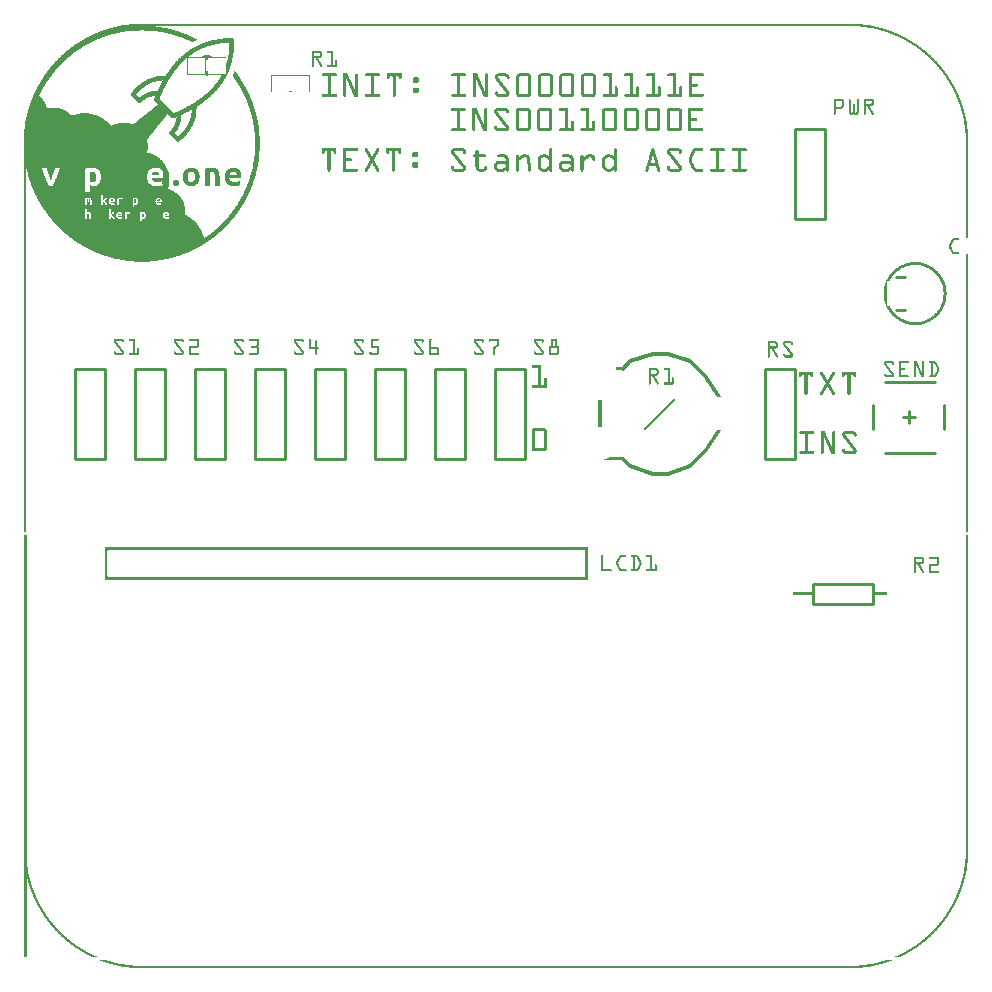
<source format=gto>
G04 MADE WITH FRITZING*
G04 WWW.FRITZING.ORG*
G04 DOUBLE SIDED*
G04 HOLES PLATED*
G04 CONTOUR ON CENTER OF CONTOUR VECTOR*
%ASAXBY*%
%FSLAX23Y23*%
%MOIN*%
%OFA0B0*%
%SFA1.0B1.0*%
%ADD10C,0.010000*%
%ADD11C,0.005000*%
%ADD12C,0.012000*%
%ADD13C,0.011000*%
%ADD14R,0.001000X0.001000*%
%LNSILK1*%
G90*
G70*
G54D10*
X2632Y1283D02*
X2832Y1283D01*
D02*
X2832Y1283D02*
X2832Y1217D01*
D02*
X2832Y1217D02*
X2632Y1217D01*
D02*
X2632Y1217D02*
X2632Y1283D01*
D02*
X2472Y2000D02*
X2472Y1700D01*
D02*
X2472Y1700D02*
X2572Y1700D01*
D02*
X2572Y1700D02*
X2572Y2000D01*
D02*
X2572Y2000D02*
X2472Y2000D01*
D02*
X1572Y2000D02*
X1572Y1700D01*
D02*
X1572Y1700D02*
X1672Y1700D01*
D02*
X1672Y1700D02*
X1672Y2000D01*
D02*
X1672Y2000D02*
X1572Y2000D01*
D02*
X1372Y2000D02*
X1372Y1700D01*
D02*
X1372Y1700D02*
X1472Y1700D01*
D02*
X1472Y1700D02*
X1472Y2000D01*
D02*
X1472Y2000D02*
X1372Y2000D01*
D02*
X1172Y2000D02*
X1172Y1700D01*
D02*
X1172Y1700D02*
X1272Y1700D01*
D02*
X1272Y1700D02*
X1272Y2000D01*
D02*
X1272Y2000D02*
X1172Y2000D01*
D02*
X972Y2000D02*
X972Y1700D01*
D02*
X972Y1700D02*
X1072Y1700D01*
D02*
X1072Y1700D02*
X1072Y2000D01*
D02*
X1072Y2000D02*
X972Y2000D01*
D02*
X772Y2000D02*
X772Y1700D01*
D02*
X772Y1700D02*
X872Y1700D01*
D02*
X872Y1700D02*
X872Y2000D01*
D02*
X872Y2000D02*
X772Y2000D01*
D02*
X572Y2000D02*
X572Y1700D01*
D02*
X572Y1700D02*
X672Y1700D01*
D02*
X672Y1700D02*
X672Y2000D01*
D02*
X672Y2000D02*
X572Y2000D01*
D02*
X372Y2000D02*
X372Y1700D01*
D02*
X372Y1700D02*
X472Y1700D01*
D02*
X472Y1700D02*
X472Y2000D01*
D02*
X472Y2000D02*
X372Y2000D01*
D02*
X172Y2000D02*
X172Y1700D01*
D02*
X172Y1700D02*
X272Y1700D01*
D02*
X272Y1700D02*
X272Y2000D01*
D02*
X272Y2000D02*
X172Y2000D01*
G54D11*
D02*
X2172Y1900D02*
X2072Y1800D01*
G54D12*
D02*
X2222Y1675D02*
X2272Y1725D01*
D02*
X2147Y1650D02*
X2222Y1675D01*
D02*
X2097Y1650D02*
X2147Y1650D01*
D02*
X2022Y1675D02*
X2097Y1650D01*
D02*
X1997Y1700D02*
X2022Y1675D01*
D02*
X2022Y2025D02*
X2097Y2050D01*
D02*
X1997Y2000D02*
X2022Y2025D01*
D02*
X2097Y2050D02*
X2147Y2050D01*
D02*
X2147Y2050D02*
X2222Y2025D01*
D02*
X2222Y2025D02*
X2272Y1975D01*
G54D10*
D02*
X3068Y1878D02*
X3068Y1799D01*
D02*
X2871Y1956D02*
X3039Y1956D01*
D02*
X2871Y1720D02*
X3039Y1720D01*
D02*
X2832Y1878D02*
X2832Y1799D01*
D02*
X2950Y1858D02*
X2950Y1819D01*
D02*
X2970Y1838D02*
X2930Y1838D01*
D02*
X2572Y2800D02*
X2572Y2500D01*
D02*
X2572Y2500D02*
X2672Y2500D01*
D02*
X2672Y2500D02*
X2672Y2800D01*
D02*
X2672Y2800D02*
X2572Y2800D01*
G54D13*
X2907Y2305D02*
X2937Y2305D01*
D02*
X2907Y2195D02*
X2937Y2195D01*
D02*
G54D14*
X377Y3150D02*
X2771Y3150D01*
X362Y3149D02*
X2786Y3149D01*
X352Y3148D02*
X2796Y3148D01*
X344Y3147D02*
X2804Y3147D01*
X337Y3146D02*
X2811Y3146D01*
X331Y3145D02*
X2817Y3145D01*
X325Y3144D02*
X2823Y3144D01*
X320Y3143D02*
X2828Y3143D01*
X315Y3142D02*
X431Y3142D01*
X2772Y3142D02*
X2833Y3142D01*
X310Y3141D02*
X440Y3141D01*
X2787Y3141D02*
X2838Y3141D01*
X306Y3140D02*
X448Y3140D01*
X2797Y3140D02*
X2842Y3140D01*
X302Y3139D02*
X455Y3139D01*
X2805Y3139D02*
X2846Y3139D01*
X298Y3138D02*
X460Y3138D01*
X2812Y3138D02*
X2850Y3138D01*
X294Y3137D02*
X466Y3137D01*
X2818Y3137D02*
X2854Y3137D01*
X290Y3136D02*
X471Y3136D01*
X2824Y3136D02*
X2858Y3136D01*
X287Y3135D02*
X476Y3135D01*
X2829Y3135D02*
X2861Y3135D01*
X283Y3134D02*
X481Y3134D01*
X2834Y3134D02*
X2865Y3134D01*
X280Y3133D02*
X485Y3133D01*
X2838Y3133D02*
X2868Y3133D01*
X277Y3132D02*
X489Y3132D01*
X2843Y3132D02*
X2871Y3132D01*
X274Y3131D02*
X493Y3131D01*
X2847Y3131D02*
X2874Y3131D01*
X271Y3130D02*
X496Y3130D01*
X2851Y3130D02*
X2877Y3130D01*
X268Y3129D02*
X500Y3129D01*
X2854Y3129D02*
X2880Y3129D01*
X265Y3128D02*
X387Y3128D01*
X400Y3128D02*
X504Y3128D01*
X2858Y3128D02*
X2883Y3128D01*
X262Y3127D02*
X365Y3127D01*
X422Y3127D02*
X507Y3127D01*
X2862Y3127D02*
X2886Y3127D01*
X259Y3126D02*
X353Y3126D01*
X434Y3126D02*
X510Y3126D01*
X2865Y3126D02*
X2889Y3126D01*
X257Y3125D02*
X345Y3125D01*
X442Y3125D02*
X513Y3125D01*
X2868Y3125D02*
X2891Y3125D01*
X254Y3124D02*
X338Y3124D01*
X449Y3124D02*
X516Y3124D01*
X2871Y3124D02*
X2894Y3124D01*
X252Y3123D02*
X331Y3123D01*
X456Y3123D02*
X519Y3123D01*
X2874Y3123D02*
X2896Y3123D01*
X249Y3122D02*
X325Y3122D01*
X462Y3122D02*
X522Y3122D01*
X2877Y3122D02*
X2899Y3122D01*
X247Y3121D02*
X320Y3121D01*
X467Y3121D02*
X525Y3121D01*
X2880Y3121D02*
X2901Y3121D01*
X244Y3120D02*
X315Y3120D01*
X472Y3120D02*
X528Y3120D01*
X2883Y3120D02*
X2904Y3120D01*
X242Y3119D02*
X310Y3119D01*
X476Y3119D02*
X531Y3119D01*
X2886Y3119D02*
X2906Y3119D01*
X239Y3118D02*
X306Y3118D01*
X481Y3118D02*
X533Y3118D01*
X2889Y3118D02*
X2909Y3118D01*
X237Y3117D02*
X302Y3117D01*
X485Y3117D02*
X536Y3117D01*
X2891Y3117D02*
X2911Y3117D01*
X235Y3116D02*
X298Y3116D01*
X489Y3116D02*
X538Y3116D01*
X2894Y3116D02*
X2913Y3116D01*
X233Y3115D02*
X294Y3115D01*
X493Y3115D02*
X541Y3115D01*
X2896Y3115D02*
X2915Y3115D01*
X231Y3114D02*
X291Y3114D01*
X496Y3114D02*
X543Y3114D01*
X2899Y3114D02*
X2917Y3114D01*
X228Y3113D02*
X287Y3113D01*
X500Y3113D02*
X546Y3113D01*
X2901Y3113D02*
X2920Y3113D01*
X226Y3112D02*
X284Y3112D01*
X503Y3112D02*
X548Y3112D01*
X2904Y3112D02*
X2922Y3112D01*
X224Y3111D02*
X281Y3111D01*
X506Y3111D02*
X550Y3111D01*
X2906Y3111D02*
X2924Y3111D01*
X222Y3110D02*
X277Y3110D01*
X510Y3110D02*
X553Y3110D01*
X2908Y3110D02*
X2926Y3110D01*
X220Y3109D02*
X274Y3109D01*
X513Y3109D02*
X555Y3109D01*
X2910Y3109D02*
X2928Y3109D01*
X218Y3108D02*
X271Y3108D01*
X516Y3108D02*
X557Y3108D01*
X2913Y3108D02*
X2930Y3108D01*
X216Y3107D02*
X269Y3107D01*
X518Y3107D02*
X559Y3107D01*
X2915Y3107D02*
X2932Y3107D01*
X214Y3106D02*
X266Y3106D01*
X521Y3106D02*
X561Y3106D01*
X2917Y3106D02*
X2934Y3106D01*
X212Y3105D02*
X263Y3105D01*
X524Y3105D02*
X563Y3105D01*
X2919Y3105D02*
X2936Y3105D01*
X210Y3104D02*
X260Y3104D01*
X527Y3104D02*
X565Y3104D01*
X2921Y3104D02*
X2938Y3104D01*
X208Y3103D02*
X258Y3103D01*
X529Y3103D02*
X568Y3103D01*
X2923Y3103D02*
X2940Y3103D01*
X207Y3102D02*
X255Y3102D01*
X532Y3102D02*
X569Y3102D01*
X688Y3102D02*
X694Y3102D01*
X2925Y3102D02*
X2941Y3102D01*
X205Y3101D02*
X252Y3101D01*
X534Y3101D02*
X571Y3101D01*
X666Y3101D02*
X697Y3101D01*
X2927Y3101D02*
X2943Y3101D01*
X203Y3100D02*
X250Y3100D01*
X537Y3100D02*
X573Y3100D01*
X656Y3100D02*
X698Y3100D01*
X2929Y3100D02*
X2945Y3100D01*
X201Y3099D02*
X248Y3099D01*
X539Y3099D02*
X575Y3099D01*
X649Y3099D02*
X699Y3099D01*
X2931Y3099D02*
X2947Y3099D01*
X200Y3098D02*
X245Y3098D01*
X542Y3098D02*
X577Y3098D01*
X643Y3098D02*
X700Y3098D01*
X2933Y3098D02*
X2948Y3098D01*
X198Y3097D02*
X243Y3097D01*
X544Y3097D02*
X578Y3097D01*
X637Y3097D02*
X701Y3097D01*
X2935Y3097D02*
X2950Y3097D01*
X196Y3096D02*
X241Y3096D01*
X546Y3096D02*
X577Y3096D01*
X633Y3096D02*
X701Y3096D01*
X2937Y3096D02*
X2952Y3096D01*
X194Y3095D02*
X238Y3095D01*
X549Y3095D02*
X575Y3095D01*
X628Y3095D02*
X701Y3095D01*
X2939Y3095D02*
X2954Y3095D01*
X193Y3094D02*
X236Y3094D01*
X551Y3094D02*
X573Y3094D01*
X624Y3094D02*
X701Y3094D01*
X2941Y3094D02*
X2955Y3094D01*
X191Y3093D02*
X234Y3093D01*
X553Y3093D02*
X571Y3093D01*
X620Y3093D02*
X701Y3093D01*
X2942Y3093D02*
X2957Y3093D01*
X189Y3092D02*
X232Y3092D01*
X555Y3092D02*
X569Y3092D01*
X617Y3092D02*
X701Y3092D01*
X2944Y3092D02*
X2959Y3092D01*
X188Y3091D02*
X230Y3091D01*
X557Y3091D02*
X566Y3091D01*
X613Y3091D02*
X701Y3091D01*
X2946Y3091D02*
X2960Y3091D01*
X186Y3090D02*
X228Y3090D01*
X559Y3090D02*
X564Y3090D01*
X610Y3090D02*
X701Y3090D01*
X2947Y3090D02*
X2962Y3090D01*
X185Y3089D02*
X226Y3089D01*
X561Y3089D02*
X562Y3089D01*
X607Y3089D02*
X701Y3089D01*
X2949Y3089D02*
X2963Y3089D01*
X183Y3088D02*
X224Y3088D01*
X604Y3088D02*
X701Y3088D01*
X2951Y3088D02*
X2965Y3088D01*
X182Y3087D02*
X222Y3087D01*
X602Y3087D02*
X701Y3087D01*
X2953Y3087D02*
X2966Y3087D01*
X180Y3086D02*
X220Y3086D01*
X599Y3086D02*
X678Y3086D01*
X686Y3086D02*
X701Y3086D01*
X2954Y3086D02*
X2968Y3086D01*
X178Y3085D02*
X218Y3085D01*
X596Y3085D02*
X663Y3085D01*
X686Y3085D02*
X701Y3085D01*
X2956Y3085D02*
X2970Y3085D01*
X177Y3084D02*
X216Y3084D01*
X594Y3084D02*
X654Y3084D01*
X686Y3084D02*
X701Y3084D01*
X2957Y3084D02*
X2971Y3084D01*
X175Y3083D02*
X214Y3083D01*
X591Y3083D02*
X648Y3083D01*
X686Y3083D02*
X701Y3083D01*
X2959Y3083D02*
X2973Y3083D01*
X174Y3082D02*
X212Y3082D01*
X589Y3082D02*
X642Y3082D01*
X686Y3082D02*
X701Y3082D01*
X2961Y3082D02*
X2974Y3082D01*
X172Y3081D02*
X210Y3081D01*
X587Y3081D02*
X637Y3081D01*
X686Y3081D02*
X701Y3081D01*
X2962Y3081D02*
X2976Y3081D01*
X171Y3080D02*
X209Y3080D01*
X584Y3080D02*
X632Y3080D01*
X686Y3080D02*
X701Y3080D01*
X2964Y3080D02*
X2977Y3080D01*
X170Y3079D02*
X207Y3079D01*
X582Y3079D02*
X628Y3079D01*
X686Y3079D02*
X701Y3079D01*
X2965Y3079D02*
X2978Y3079D01*
X168Y3078D02*
X205Y3078D01*
X580Y3078D02*
X624Y3078D01*
X686Y3078D02*
X701Y3078D01*
X2967Y3078D02*
X2980Y3078D01*
X167Y3077D02*
X203Y3077D01*
X578Y3077D02*
X621Y3077D01*
X686Y3077D02*
X701Y3077D01*
X2968Y3077D02*
X2981Y3077D01*
X165Y3076D02*
X202Y3076D01*
X576Y3076D02*
X617Y3076D01*
X686Y3076D02*
X701Y3076D01*
X2970Y3076D02*
X2983Y3076D01*
X164Y3075D02*
X200Y3075D01*
X575Y3075D02*
X614Y3075D01*
X686Y3075D02*
X701Y3075D01*
X2971Y3075D02*
X2984Y3075D01*
X163Y3074D02*
X198Y3074D01*
X573Y3074D02*
X611Y3074D01*
X686Y3074D02*
X701Y3074D01*
X2973Y3074D02*
X2985Y3074D01*
X161Y3073D02*
X197Y3073D01*
X571Y3073D02*
X608Y3073D01*
X686Y3073D02*
X700Y3073D01*
X2974Y3073D02*
X2987Y3073D01*
X160Y3072D02*
X195Y3072D01*
X569Y3072D02*
X605Y3072D01*
X686Y3072D02*
X700Y3072D01*
X2976Y3072D02*
X2988Y3072D01*
X158Y3071D02*
X194Y3071D01*
X567Y3071D02*
X603Y3071D01*
X686Y3071D02*
X700Y3071D01*
X2977Y3071D02*
X2990Y3071D01*
X157Y3070D02*
X192Y3070D01*
X566Y3070D02*
X600Y3070D01*
X686Y3070D02*
X700Y3070D01*
X2978Y3070D02*
X2991Y3070D01*
X156Y3069D02*
X190Y3069D01*
X564Y3069D02*
X598Y3069D01*
X685Y3069D02*
X700Y3069D01*
X2980Y3069D02*
X2992Y3069D01*
X155Y3068D02*
X189Y3068D01*
X562Y3068D02*
X595Y3068D01*
X685Y3068D02*
X700Y3068D01*
X2981Y3068D02*
X2993Y3068D01*
X153Y3067D02*
X187Y3067D01*
X560Y3067D02*
X593Y3067D01*
X685Y3067D02*
X700Y3067D01*
X2983Y3067D02*
X2995Y3067D01*
X152Y3066D02*
X186Y3066D01*
X559Y3066D02*
X591Y3066D01*
X685Y3066D02*
X700Y3066D01*
X2984Y3066D02*
X2996Y3066D01*
X151Y3065D02*
X184Y3065D01*
X557Y3065D02*
X589Y3065D01*
X685Y3065D02*
X700Y3065D01*
X2985Y3065D02*
X2997Y3065D01*
X150Y3064D02*
X183Y3064D01*
X556Y3064D02*
X586Y3064D01*
X685Y3064D02*
X700Y3064D01*
X2987Y3064D02*
X2998Y3064D01*
X148Y3063D02*
X181Y3063D01*
X554Y3063D02*
X584Y3063D01*
X685Y3063D02*
X700Y3063D01*
X2988Y3063D02*
X3000Y3063D01*
X147Y3062D02*
X180Y3062D01*
X553Y3062D02*
X583Y3062D01*
X685Y3062D02*
X700Y3062D01*
X2989Y3062D02*
X3001Y3062D01*
X146Y3061D02*
X178Y3061D01*
X551Y3061D02*
X581Y3061D01*
X685Y3061D02*
X700Y3061D01*
X2990Y3061D02*
X3002Y3061D01*
X144Y3060D02*
X177Y3060D01*
X550Y3060D02*
X579Y3060D01*
X685Y3060D02*
X699Y3060D01*
X2992Y3060D02*
X3004Y3060D01*
X143Y3059D02*
X175Y3059D01*
X548Y3059D02*
X577Y3059D01*
X685Y3059D02*
X699Y3059D01*
X961Y3059D02*
X989Y3059D01*
X1013Y3059D02*
X1031Y3059D01*
X2993Y3059D02*
X3005Y3059D01*
X142Y3058D02*
X174Y3058D01*
X547Y3058D02*
X575Y3058D01*
X684Y3058D02*
X699Y3058D01*
X961Y3058D02*
X990Y3058D01*
X1012Y3058D02*
X1031Y3058D01*
X2994Y3058D02*
X3006Y3058D01*
X141Y3057D02*
X173Y3057D01*
X546Y3057D02*
X573Y3057D01*
X684Y3057D02*
X699Y3057D01*
X961Y3057D02*
X992Y3057D01*
X1011Y3057D02*
X1031Y3057D01*
X2995Y3057D02*
X3007Y3057D01*
X140Y3056D02*
X171Y3056D01*
X544Y3056D02*
X572Y3056D01*
X684Y3056D02*
X699Y3056D01*
X961Y3056D02*
X992Y3056D01*
X1011Y3056D02*
X1031Y3056D01*
X2997Y3056D02*
X3008Y3056D01*
X139Y3055D02*
X170Y3055D01*
X543Y3055D02*
X570Y3055D01*
X684Y3055D02*
X699Y3055D01*
X961Y3055D02*
X993Y3055D01*
X1012Y3055D02*
X1031Y3055D01*
X2998Y3055D02*
X3009Y3055D01*
X137Y3054D02*
X168Y3054D01*
X542Y3054D02*
X568Y3054D01*
X684Y3054D02*
X699Y3054D01*
X961Y3054D02*
X994Y3054D01*
X1012Y3054D02*
X1031Y3054D01*
X2999Y3054D02*
X3011Y3054D01*
X136Y3053D02*
X167Y3053D01*
X540Y3053D02*
X567Y3053D01*
X684Y3053D02*
X699Y3053D01*
X961Y3053D02*
X994Y3053D01*
X1014Y3053D02*
X1031Y3053D01*
X3000Y3053D02*
X3012Y3053D01*
X135Y3052D02*
X166Y3052D01*
X539Y3052D02*
X565Y3052D01*
X684Y3052D02*
X698Y3052D01*
X961Y3052D02*
X967Y3052D01*
X988Y3052D02*
X995Y3052D01*
X1025Y3052D02*
X1031Y3052D01*
X3002Y3052D02*
X3013Y3052D01*
X134Y3051D02*
X165Y3051D01*
X538Y3051D02*
X564Y3051D01*
X683Y3051D02*
X698Y3051D01*
X961Y3051D02*
X967Y3051D01*
X988Y3051D02*
X995Y3051D01*
X1025Y3051D02*
X1031Y3051D01*
X3003Y3051D02*
X3014Y3051D01*
X133Y3050D02*
X163Y3050D01*
X537Y3050D02*
X562Y3050D01*
X683Y3050D02*
X698Y3050D01*
X961Y3050D02*
X967Y3050D01*
X989Y3050D02*
X995Y3050D01*
X1025Y3050D02*
X1031Y3050D01*
X3004Y3050D02*
X3015Y3050D01*
X132Y3049D02*
X162Y3049D01*
X535Y3049D02*
X561Y3049D01*
X683Y3049D02*
X698Y3049D01*
X961Y3049D02*
X967Y3049D01*
X989Y3049D02*
X995Y3049D01*
X1025Y3049D02*
X1031Y3049D01*
X3005Y3049D02*
X3016Y3049D01*
X131Y3048D02*
X161Y3048D01*
X534Y3048D02*
X559Y3048D01*
X683Y3048D02*
X698Y3048D01*
X961Y3048D02*
X967Y3048D01*
X989Y3048D02*
X995Y3048D01*
X1025Y3048D02*
X1031Y3048D01*
X3006Y3048D02*
X3017Y3048D01*
X129Y3047D02*
X159Y3047D01*
X533Y3047D02*
X558Y3047D01*
X683Y3047D02*
X698Y3047D01*
X961Y3047D02*
X967Y3047D01*
X989Y3047D02*
X995Y3047D01*
X1025Y3047D02*
X1031Y3047D01*
X3007Y3047D02*
X3019Y3047D01*
X128Y3046D02*
X158Y3046D01*
X532Y3046D02*
X556Y3046D01*
X683Y3046D02*
X698Y3046D01*
X961Y3046D02*
X967Y3046D01*
X989Y3046D02*
X995Y3046D01*
X1025Y3046D02*
X1031Y3046D01*
X3009Y3046D02*
X3020Y3046D01*
X127Y3045D02*
X157Y3045D01*
X531Y3045D02*
X555Y3045D01*
X605Y3045D02*
X617Y3045D01*
X682Y3045D02*
X697Y3045D01*
X961Y3045D02*
X967Y3045D01*
X989Y3045D02*
X995Y3045D01*
X1025Y3045D02*
X1031Y3045D01*
X3010Y3045D02*
X3021Y3045D01*
X126Y3044D02*
X156Y3044D01*
X530Y3044D02*
X554Y3044D01*
X601Y3044D02*
X621Y3044D01*
X682Y3044D02*
X697Y3044D01*
X961Y3044D02*
X967Y3044D01*
X988Y3044D02*
X995Y3044D01*
X1025Y3044D02*
X1031Y3044D01*
X3011Y3044D02*
X3022Y3044D01*
X125Y3043D02*
X154Y3043D01*
X528Y3043D02*
X552Y3043D01*
X599Y3043D02*
X624Y3043D01*
X682Y3043D02*
X697Y3043D01*
X961Y3043D02*
X967Y3043D01*
X987Y3043D02*
X995Y3043D01*
X1025Y3043D02*
X1031Y3043D01*
X3012Y3043D02*
X3023Y3043D01*
X124Y3042D02*
X153Y3042D01*
X527Y3042D02*
X551Y3042D01*
X596Y3042D02*
X626Y3042D01*
X682Y3042D02*
X697Y3042D01*
X961Y3042D02*
X994Y3042D01*
X1025Y3042D02*
X1031Y3042D01*
X3013Y3042D02*
X3024Y3042D01*
X123Y3041D02*
X152Y3041D01*
X526Y3041D02*
X550Y3041D01*
X594Y3041D02*
X628Y3041D01*
X682Y3041D02*
X697Y3041D01*
X961Y3041D02*
X994Y3041D01*
X1025Y3041D02*
X1031Y3041D01*
X3014Y3041D02*
X3025Y3041D01*
X122Y3040D02*
X151Y3040D01*
X525Y3040D02*
X548Y3040D01*
X593Y3040D02*
X630Y3040D01*
X682Y3040D02*
X697Y3040D01*
X961Y3040D02*
X993Y3040D01*
X1025Y3040D02*
X1031Y3040D01*
X3015Y3040D02*
X3026Y3040D01*
X121Y3039D02*
X150Y3039D01*
X524Y3039D02*
X675Y3039D01*
X681Y3039D02*
X696Y3039D01*
X961Y3039D02*
X992Y3039D01*
X1025Y3039D02*
X1031Y3039D01*
X3016Y3039D02*
X3027Y3039D01*
X120Y3038D02*
X148Y3038D01*
X523Y3038D02*
X675Y3038D01*
X681Y3038D02*
X696Y3038D01*
X961Y3038D02*
X991Y3038D01*
X1025Y3038D02*
X1031Y3038D01*
X3017Y3038D02*
X3028Y3038D01*
X119Y3037D02*
X147Y3037D01*
X522Y3037D02*
X675Y3037D01*
X681Y3037D02*
X696Y3037D01*
X961Y3037D02*
X990Y3037D01*
X1025Y3037D02*
X1031Y3037D01*
X3018Y3037D02*
X3029Y3037D01*
X118Y3036D02*
X146Y3036D01*
X521Y3036D02*
X543Y3036D01*
X546Y3036D02*
X548Y3036D01*
X606Y3036D02*
X615Y3036D01*
X673Y3036D02*
X675Y3036D01*
X681Y3036D02*
X696Y3036D01*
X961Y3036D02*
X988Y3036D01*
X1025Y3036D02*
X1031Y3036D01*
X3019Y3036D02*
X3030Y3036D01*
X117Y3035D02*
X145Y3035D01*
X520Y3035D02*
X542Y3035D01*
X546Y3035D02*
X548Y3035D01*
X606Y3035D02*
X615Y3035D01*
X673Y3035D02*
X675Y3035D01*
X681Y3035D02*
X696Y3035D01*
X961Y3035D02*
X968Y3035D01*
X973Y3035D02*
X981Y3035D01*
X1025Y3035D02*
X1031Y3035D01*
X3021Y3035D02*
X3031Y3035D01*
X116Y3034D02*
X144Y3034D01*
X519Y3034D02*
X541Y3034D01*
X546Y3034D02*
X548Y3034D01*
X606Y3034D02*
X615Y3034D01*
X673Y3034D02*
X675Y3034D01*
X680Y3034D02*
X695Y3034D01*
X961Y3034D02*
X967Y3034D01*
X974Y3034D02*
X981Y3034D01*
X1025Y3034D02*
X1031Y3034D01*
X3022Y3034D02*
X3032Y3034D01*
X115Y3033D02*
X143Y3033D01*
X518Y3033D02*
X540Y3033D01*
X546Y3033D02*
X548Y3033D01*
X606Y3033D02*
X615Y3033D01*
X673Y3033D02*
X675Y3033D01*
X680Y3033D02*
X695Y3033D01*
X961Y3033D02*
X967Y3033D01*
X974Y3033D02*
X982Y3033D01*
X1025Y3033D02*
X1031Y3033D01*
X3023Y3033D02*
X3033Y3033D01*
X114Y3032D02*
X142Y3032D01*
X517Y3032D02*
X539Y3032D01*
X546Y3032D02*
X548Y3032D01*
X606Y3032D02*
X615Y3032D01*
X673Y3032D02*
X675Y3032D01*
X680Y3032D02*
X695Y3032D01*
X961Y3032D02*
X967Y3032D01*
X975Y3032D02*
X982Y3032D01*
X1025Y3032D02*
X1031Y3032D01*
X3024Y3032D02*
X3034Y3032D01*
X113Y3031D02*
X140Y3031D01*
X516Y3031D02*
X538Y3031D01*
X546Y3031D02*
X548Y3031D01*
X606Y3031D02*
X615Y3031D01*
X673Y3031D02*
X675Y3031D01*
X680Y3031D02*
X695Y3031D01*
X961Y3031D02*
X967Y3031D01*
X976Y3031D02*
X983Y3031D01*
X1025Y3031D02*
X1031Y3031D01*
X3025Y3031D02*
X3035Y3031D01*
X112Y3030D02*
X139Y3030D01*
X515Y3030D02*
X536Y3030D01*
X546Y3030D02*
X548Y3030D01*
X606Y3030D02*
X610Y3030D01*
X612Y3030D02*
X615Y3030D01*
X673Y3030D02*
X675Y3030D01*
X679Y3030D02*
X694Y3030D01*
X961Y3030D02*
X967Y3030D01*
X976Y3030D02*
X983Y3030D01*
X1025Y3030D02*
X1031Y3030D01*
X1041Y3030D02*
X1043Y3030D01*
X3026Y3030D02*
X3036Y3030D01*
X111Y3029D02*
X138Y3029D01*
X514Y3029D02*
X535Y3029D01*
X546Y3029D02*
X548Y3029D01*
X606Y3029D02*
X608Y3029D01*
X673Y3029D02*
X675Y3029D01*
X679Y3029D02*
X694Y3029D01*
X961Y3029D02*
X967Y3029D01*
X977Y3029D02*
X984Y3029D01*
X1025Y3029D02*
X1031Y3029D01*
X1040Y3029D02*
X1044Y3029D01*
X3027Y3029D02*
X3037Y3029D01*
X110Y3028D02*
X137Y3028D01*
X513Y3028D02*
X534Y3028D01*
X546Y3028D02*
X548Y3028D01*
X606Y3028D02*
X608Y3028D01*
X673Y3028D02*
X675Y3028D01*
X679Y3028D02*
X694Y3028D01*
X961Y3028D02*
X967Y3028D01*
X977Y3028D02*
X985Y3028D01*
X1025Y3028D02*
X1031Y3028D01*
X1039Y3028D02*
X1045Y3028D01*
X3028Y3028D02*
X3038Y3028D01*
X109Y3027D02*
X136Y3027D01*
X512Y3027D02*
X533Y3027D01*
X546Y3027D02*
X548Y3027D01*
X606Y3027D02*
X608Y3027D01*
X673Y3027D02*
X675Y3027D01*
X679Y3027D02*
X694Y3027D01*
X961Y3027D02*
X967Y3027D01*
X978Y3027D02*
X985Y3027D01*
X1025Y3027D02*
X1031Y3027D01*
X1039Y3027D02*
X1045Y3027D01*
X3029Y3027D02*
X3039Y3027D01*
X108Y3026D02*
X135Y3026D01*
X511Y3026D02*
X532Y3026D01*
X546Y3026D02*
X548Y3026D01*
X606Y3026D02*
X608Y3026D01*
X673Y3026D02*
X675Y3026D01*
X678Y3026D02*
X694Y3026D01*
X961Y3026D02*
X967Y3026D01*
X979Y3026D02*
X986Y3026D01*
X1025Y3026D02*
X1031Y3026D01*
X1039Y3026D02*
X1045Y3026D01*
X3030Y3026D02*
X3040Y3026D01*
X107Y3025D02*
X134Y3025D01*
X510Y3025D02*
X531Y3025D01*
X546Y3025D02*
X548Y3025D01*
X606Y3025D02*
X608Y3025D01*
X673Y3025D02*
X675Y3025D01*
X678Y3025D02*
X693Y3025D01*
X961Y3025D02*
X967Y3025D01*
X979Y3025D02*
X986Y3025D01*
X1025Y3025D02*
X1031Y3025D01*
X1039Y3025D02*
X1045Y3025D01*
X3031Y3025D02*
X3041Y3025D01*
X106Y3024D02*
X133Y3024D01*
X509Y3024D02*
X530Y3024D01*
X546Y3024D02*
X548Y3024D01*
X606Y3024D02*
X608Y3024D01*
X673Y3024D02*
X675Y3024D01*
X678Y3024D02*
X693Y3024D01*
X961Y3024D02*
X967Y3024D01*
X980Y3024D02*
X987Y3024D01*
X1025Y3024D02*
X1031Y3024D01*
X1039Y3024D02*
X1045Y3024D01*
X3032Y3024D02*
X3042Y3024D01*
X105Y3023D02*
X132Y3023D01*
X508Y3023D02*
X529Y3023D01*
X546Y3023D02*
X548Y3023D01*
X606Y3023D02*
X608Y3023D01*
X673Y3023D02*
X675Y3023D01*
X677Y3023D02*
X693Y3023D01*
X961Y3023D02*
X967Y3023D01*
X980Y3023D02*
X987Y3023D01*
X1025Y3023D02*
X1031Y3023D01*
X1039Y3023D02*
X1045Y3023D01*
X3033Y3023D02*
X3043Y3023D01*
X104Y3022D02*
X131Y3022D01*
X507Y3022D02*
X528Y3022D01*
X546Y3022D02*
X548Y3022D01*
X606Y3022D02*
X608Y3022D01*
X673Y3022D02*
X675Y3022D01*
X677Y3022D02*
X693Y3022D01*
X961Y3022D02*
X967Y3022D01*
X981Y3022D02*
X988Y3022D01*
X1025Y3022D02*
X1031Y3022D01*
X1039Y3022D02*
X1045Y3022D01*
X3034Y3022D02*
X3044Y3022D01*
X103Y3021D02*
X130Y3021D01*
X506Y3021D02*
X527Y3021D01*
X546Y3021D02*
X548Y3021D01*
X606Y3021D02*
X608Y3021D01*
X673Y3021D02*
X675Y3021D01*
X677Y3021D02*
X692Y3021D01*
X961Y3021D02*
X967Y3021D01*
X981Y3021D02*
X989Y3021D01*
X1025Y3021D02*
X1031Y3021D01*
X1039Y3021D02*
X1045Y3021D01*
X3034Y3021D02*
X3045Y3021D01*
X103Y3020D02*
X129Y3020D01*
X506Y3020D02*
X526Y3020D01*
X546Y3020D02*
X548Y3020D01*
X606Y3020D02*
X608Y3020D01*
X673Y3020D02*
X675Y3020D01*
X677Y3020D02*
X692Y3020D01*
X961Y3020D02*
X967Y3020D01*
X982Y3020D02*
X989Y3020D01*
X1025Y3020D02*
X1031Y3020D01*
X1039Y3020D02*
X1045Y3020D01*
X3035Y3020D02*
X3045Y3020D01*
X102Y3019D02*
X128Y3019D01*
X505Y3019D02*
X525Y3019D01*
X546Y3019D02*
X548Y3019D01*
X606Y3019D02*
X608Y3019D01*
X673Y3019D02*
X692Y3019D01*
X961Y3019D02*
X967Y3019D01*
X983Y3019D02*
X990Y3019D01*
X1025Y3019D02*
X1031Y3019D01*
X1039Y3019D02*
X1045Y3019D01*
X3036Y3019D02*
X3046Y3019D01*
X101Y3018D02*
X127Y3018D01*
X504Y3018D02*
X524Y3018D01*
X546Y3018D02*
X548Y3018D01*
X606Y3018D02*
X608Y3018D01*
X673Y3018D02*
X691Y3018D01*
X961Y3018D02*
X967Y3018D01*
X983Y3018D02*
X990Y3018D01*
X1025Y3018D02*
X1031Y3018D01*
X1039Y3018D02*
X1045Y3018D01*
X3037Y3018D02*
X3047Y3018D01*
X100Y3017D02*
X126Y3017D01*
X503Y3017D02*
X523Y3017D01*
X546Y3017D02*
X548Y3017D01*
X606Y3017D02*
X608Y3017D01*
X673Y3017D02*
X691Y3017D01*
X961Y3017D02*
X967Y3017D01*
X984Y3017D02*
X991Y3017D01*
X1025Y3017D02*
X1031Y3017D01*
X1039Y3017D02*
X1045Y3017D01*
X3038Y3017D02*
X3048Y3017D01*
X99Y3016D02*
X125Y3016D01*
X502Y3016D02*
X522Y3016D01*
X546Y3016D02*
X548Y3016D01*
X606Y3016D02*
X608Y3016D01*
X673Y3016D02*
X691Y3016D01*
X961Y3016D02*
X967Y3016D01*
X984Y3016D02*
X992Y3016D01*
X1025Y3016D02*
X1031Y3016D01*
X1039Y3016D02*
X1045Y3016D01*
X3039Y3016D02*
X3049Y3016D01*
X98Y3015D02*
X124Y3015D01*
X501Y3015D02*
X521Y3015D01*
X546Y3015D02*
X548Y3015D01*
X606Y3015D02*
X608Y3015D01*
X673Y3015D02*
X691Y3015D01*
X961Y3015D02*
X967Y3015D01*
X985Y3015D02*
X992Y3015D01*
X1025Y3015D02*
X1031Y3015D01*
X1039Y3015D02*
X1045Y3015D01*
X3040Y3015D02*
X3050Y3015D01*
X97Y3014D02*
X123Y3014D01*
X500Y3014D02*
X520Y3014D01*
X546Y3014D02*
X548Y3014D01*
X606Y3014D02*
X608Y3014D01*
X673Y3014D02*
X690Y3014D01*
X961Y3014D02*
X967Y3014D01*
X986Y3014D02*
X993Y3014D01*
X1025Y3014D02*
X1031Y3014D01*
X1039Y3014D02*
X1045Y3014D01*
X3041Y3014D02*
X3051Y3014D01*
X96Y3013D02*
X122Y3013D01*
X500Y3013D02*
X519Y3013D01*
X546Y3013D02*
X548Y3013D01*
X606Y3013D02*
X608Y3013D01*
X673Y3013D02*
X690Y3013D01*
X961Y3013D02*
X967Y3013D01*
X986Y3013D02*
X993Y3013D01*
X1025Y3013D02*
X1031Y3013D01*
X1039Y3013D02*
X1045Y3013D01*
X3042Y3013D02*
X3052Y3013D01*
X96Y3012D02*
X121Y3012D01*
X499Y3012D02*
X519Y3012D01*
X546Y3012D02*
X548Y3012D01*
X606Y3012D02*
X608Y3012D01*
X673Y3012D02*
X690Y3012D01*
X961Y3012D02*
X967Y3012D01*
X987Y3012D02*
X994Y3012D01*
X1013Y3012D02*
X1045Y3012D01*
X3043Y3012D02*
X3052Y3012D01*
X95Y3011D02*
X120Y3011D01*
X498Y3011D02*
X518Y3011D01*
X546Y3011D02*
X548Y3011D01*
X606Y3011D02*
X608Y3011D01*
X673Y3011D02*
X689Y3011D01*
X961Y3011D02*
X967Y3011D01*
X987Y3011D02*
X994Y3011D01*
X1012Y3011D02*
X1045Y3011D01*
X3044Y3011D02*
X3053Y3011D01*
X94Y3010D02*
X119Y3010D01*
X497Y3010D02*
X517Y3010D01*
X546Y3010D02*
X548Y3010D01*
X606Y3010D02*
X608Y3010D01*
X673Y3010D02*
X689Y3010D01*
X961Y3010D02*
X967Y3010D01*
X988Y3010D02*
X995Y3010D01*
X1012Y3010D02*
X1045Y3010D01*
X3045Y3010D02*
X3054Y3010D01*
X93Y3009D02*
X118Y3009D01*
X496Y3009D02*
X516Y3009D01*
X546Y3009D02*
X548Y3009D01*
X606Y3009D02*
X608Y3009D01*
X673Y3009D02*
X689Y3009D01*
X961Y3009D02*
X967Y3009D01*
X988Y3009D02*
X995Y3009D01*
X1011Y3009D02*
X1045Y3009D01*
X3045Y3009D02*
X3055Y3009D01*
X92Y3008D02*
X117Y3008D01*
X496Y3008D02*
X515Y3008D01*
X546Y3008D02*
X548Y3008D01*
X606Y3008D02*
X608Y3008D01*
X673Y3008D02*
X688Y3008D01*
X962Y3008D02*
X967Y3008D01*
X989Y3008D02*
X995Y3008D01*
X1012Y3008D02*
X1045Y3008D01*
X3046Y3008D02*
X3056Y3008D01*
X91Y3007D02*
X116Y3007D01*
X495Y3007D02*
X514Y3007D01*
X546Y3007D02*
X548Y3007D01*
X606Y3007D02*
X608Y3007D01*
X673Y3007D02*
X688Y3007D01*
X962Y3007D02*
X966Y3007D01*
X990Y3007D02*
X994Y3007D01*
X1012Y3007D02*
X1044Y3007D01*
X3047Y3007D02*
X3057Y3007D01*
X90Y3006D02*
X115Y3006D01*
X494Y3006D02*
X513Y3006D01*
X546Y3006D02*
X548Y3006D01*
X606Y3006D02*
X608Y3006D01*
X673Y3006D02*
X688Y3006D01*
X964Y3006D02*
X965Y3006D01*
X991Y3006D02*
X993Y3006D01*
X1014Y3006D02*
X1043Y3006D01*
X3048Y3006D02*
X3058Y3006D01*
X90Y3005D02*
X114Y3005D01*
X493Y3005D02*
X512Y3005D01*
X546Y3005D02*
X548Y3005D01*
X606Y3005D02*
X608Y3005D01*
X673Y3005D02*
X687Y3005D01*
X3049Y3005D02*
X3058Y3005D01*
X89Y3004D02*
X113Y3004D01*
X492Y3004D02*
X512Y3004D01*
X546Y3004D02*
X548Y3004D01*
X606Y3004D02*
X608Y3004D01*
X673Y3004D02*
X687Y3004D01*
X3050Y3004D02*
X3059Y3004D01*
X88Y3003D02*
X112Y3003D01*
X492Y3003D02*
X511Y3003D01*
X546Y3003D02*
X548Y3003D01*
X606Y3003D02*
X608Y3003D01*
X673Y3003D02*
X687Y3003D01*
X3051Y3003D02*
X3060Y3003D01*
X87Y3002D02*
X111Y3002D01*
X491Y3002D02*
X510Y3002D01*
X546Y3002D02*
X548Y3002D01*
X606Y3002D02*
X608Y3002D01*
X673Y3002D02*
X686Y3002D01*
X3051Y3002D02*
X3061Y3002D01*
X87Y3001D02*
X111Y3001D01*
X490Y3001D02*
X509Y3001D01*
X546Y3001D02*
X548Y3001D01*
X606Y3001D02*
X608Y3001D01*
X673Y3001D02*
X686Y3001D01*
X3052Y3001D02*
X3061Y3001D01*
X86Y3000D02*
X110Y3000D01*
X489Y3000D02*
X508Y3000D01*
X546Y3000D02*
X548Y3000D01*
X606Y3000D02*
X608Y3000D01*
X673Y3000D02*
X686Y3000D01*
X3053Y3000D02*
X3062Y3000D01*
X85Y2999D02*
X109Y2999D01*
X489Y2999D02*
X507Y2999D01*
X546Y2999D02*
X548Y2999D01*
X606Y2999D02*
X608Y2999D01*
X673Y2999D02*
X685Y2999D01*
X3054Y2999D02*
X3063Y2999D01*
X84Y2998D02*
X108Y2998D01*
X488Y2998D02*
X507Y2998D01*
X546Y2998D02*
X548Y2998D01*
X606Y2998D02*
X608Y2998D01*
X673Y2998D02*
X685Y2998D01*
X3055Y2998D02*
X3064Y2998D01*
X83Y2997D02*
X107Y2997D01*
X487Y2997D02*
X506Y2997D01*
X546Y2997D02*
X548Y2997D01*
X606Y2997D02*
X608Y2997D01*
X673Y2997D02*
X684Y2997D01*
X3055Y2997D02*
X3065Y2997D01*
X83Y2996D02*
X106Y2996D01*
X487Y2996D02*
X505Y2996D01*
X546Y2996D02*
X548Y2996D01*
X606Y2996D02*
X608Y2996D01*
X673Y2996D02*
X684Y2996D01*
X3056Y2996D02*
X3065Y2996D01*
X82Y2995D02*
X105Y2995D01*
X486Y2995D02*
X504Y2995D01*
X546Y2995D02*
X548Y2995D01*
X606Y2995D02*
X608Y2995D01*
X673Y2995D02*
X684Y2995D01*
X3057Y2995D02*
X3066Y2995D01*
X81Y2994D02*
X105Y2994D01*
X485Y2994D02*
X504Y2994D01*
X546Y2994D02*
X548Y2994D01*
X606Y2994D02*
X608Y2994D01*
X673Y2994D02*
X683Y2994D01*
X3058Y2994D02*
X3067Y2994D01*
X80Y2993D02*
X104Y2993D01*
X484Y2993D02*
X503Y2993D01*
X546Y2993D02*
X548Y2993D01*
X606Y2993D02*
X615Y2993D01*
X673Y2993D02*
X683Y2993D01*
X3059Y2993D02*
X3068Y2993D01*
X79Y2992D02*
X103Y2992D01*
X484Y2992D02*
X502Y2992D01*
X546Y2992D02*
X548Y2992D01*
X606Y2992D02*
X615Y2992D01*
X673Y2992D02*
X682Y2992D01*
X703Y2992D02*
X703Y2992D01*
X3059Y2992D02*
X3069Y2992D01*
X79Y2991D02*
X102Y2991D01*
X483Y2991D02*
X501Y2991D01*
X546Y2991D02*
X548Y2991D01*
X606Y2991D02*
X615Y2991D01*
X673Y2991D02*
X682Y2991D01*
X702Y2991D02*
X704Y2991D01*
X3060Y2991D02*
X3069Y2991D01*
X78Y2990D02*
X101Y2990D01*
X482Y2990D02*
X501Y2990D01*
X546Y2990D02*
X548Y2990D01*
X606Y2990D02*
X615Y2990D01*
X673Y2990D02*
X681Y2990D01*
X702Y2990D02*
X705Y2990D01*
X3061Y2990D02*
X3070Y2990D01*
X77Y2989D02*
X100Y2989D01*
X482Y2989D02*
X500Y2989D01*
X546Y2989D02*
X548Y2989D01*
X606Y2989D02*
X615Y2989D01*
X673Y2989D02*
X681Y2989D01*
X702Y2989D02*
X706Y2989D01*
X3062Y2989D02*
X3071Y2989D01*
X77Y2988D02*
X100Y2988D01*
X481Y2988D02*
X499Y2988D01*
X546Y2988D02*
X548Y2988D01*
X606Y2988D02*
X615Y2988D01*
X673Y2988D02*
X681Y2988D01*
X701Y2988D02*
X706Y2988D01*
X3063Y2988D02*
X3071Y2988D01*
X76Y2987D02*
X99Y2987D01*
X480Y2987D02*
X498Y2987D01*
X546Y2987D02*
X548Y2987D01*
X606Y2987D02*
X615Y2987D01*
X673Y2987D02*
X680Y2987D01*
X701Y2987D02*
X707Y2987D01*
X3063Y2987D02*
X3072Y2987D01*
X75Y2986D02*
X98Y2986D01*
X480Y2986D02*
X498Y2986D01*
X546Y2986D02*
X548Y2986D01*
X606Y2986D02*
X615Y2986D01*
X673Y2986D02*
X680Y2986D01*
X701Y2986D02*
X708Y2986D01*
X3064Y2986D02*
X3073Y2986D01*
X74Y2985D02*
X97Y2985D01*
X479Y2985D02*
X497Y2985D01*
X546Y2985D02*
X548Y2985D01*
X606Y2985D02*
X615Y2985D01*
X673Y2985D02*
X679Y2985D01*
X700Y2985D02*
X709Y2985D01*
X3065Y2985D02*
X3074Y2985D01*
X74Y2984D02*
X96Y2984D01*
X478Y2984D02*
X496Y2984D01*
X546Y2984D02*
X548Y2984D01*
X606Y2984D02*
X615Y2984D01*
X673Y2984D02*
X679Y2984D01*
X700Y2984D02*
X709Y2984D01*
X998Y2984D02*
X1039Y2984D01*
X1066Y2984D02*
X1078Y2984D01*
X1110Y2984D02*
X1111Y2984D01*
X1142Y2984D02*
X1183Y2984D01*
X1210Y2984D02*
X1259Y2984D01*
X1430Y2984D02*
X1470Y2984D01*
X1498Y2984D02*
X1510Y2984D01*
X1542Y2984D02*
X1542Y2984D01*
X1580Y2984D02*
X1607Y2984D01*
X1651Y2984D02*
X1682Y2984D01*
X1723Y2984D02*
X1754Y2984D01*
X1795Y2984D02*
X1826Y2984D01*
X1867Y2984D02*
X1898Y2984D01*
X1934Y2984D02*
X1959Y2984D01*
X2006Y2984D02*
X2031Y2984D01*
X2078Y2984D02*
X2103Y2984D01*
X2150Y2984D02*
X2175Y2984D01*
X2218Y2984D02*
X2262Y2984D01*
X3066Y2984D02*
X3074Y2984D01*
X73Y2983D02*
X96Y2983D01*
X478Y2983D02*
X496Y2983D01*
X546Y2983D02*
X678Y2983D01*
X700Y2983D02*
X710Y2983D01*
X996Y2983D02*
X1041Y2983D01*
X1066Y2983D02*
X1079Y2983D01*
X1108Y2983D02*
X1113Y2983D01*
X1140Y2983D02*
X1185Y2983D01*
X1210Y2983D02*
X1259Y2983D01*
X1428Y2983D02*
X1473Y2983D01*
X1498Y2983D02*
X1511Y2983D01*
X1540Y2983D02*
X1545Y2983D01*
X1576Y2983D02*
X1611Y2983D01*
X1648Y2983D02*
X1685Y2983D01*
X1720Y2983D02*
X1757Y2983D01*
X1792Y2983D02*
X1829Y2983D01*
X1864Y2983D02*
X1901Y2983D01*
X1932Y2983D02*
X1959Y2983D01*
X2004Y2983D02*
X2031Y2983D01*
X2076Y2983D02*
X2103Y2983D01*
X2148Y2983D02*
X2175Y2983D01*
X2218Y2983D02*
X2265Y2983D01*
X3066Y2983D02*
X3075Y2983D01*
X72Y2982D02*
X95Y2982D01*
X477Y2982D02*
X495Y2982D01*
X546Y2982D02*
X678Y2982D01*
X699Y2982D02*
X711Y2982D01*
X995Y2982D02*
X1042Y2982D01*
X1066Y2982D02*
X1079Y2982D01*
X1107Y2982D02*
X1114Y2982D01*
X1139Y2982D02*
X1186Y2982D01*
X1210Y2982D02*
X1259Y2982D01*
X1427Y2982D02*
X1474Y2982D01*
X1498Y2982D02*
X1511Y2982D01*
X1539Y2982D02*
X1546Y2982D01*
X1575Y2982D02*
X1612Y2982D01*
X1646Y2982D02*
X1687Y2982D01*
X1718Y2982D02*
X1759Y2982D01*
X1790Y2982D02*
X1831Y2982D01*
X1862Y2982D02*
X1903Y2982D01*
X1931Y2982D02*
X1959Y2982D01*
X2003Y2982D02*
X2031Y2982D01*
X2075Y2982D02*
X2103Y2982D01*
X2147Y2982D02*
X2175Y2982D01*
X2218Y2982D02*
X2266Y2982D01*
X3067Y2982D02*
X3076Y2982D01*
X72Y2981D02*
X94Y2981D01*
X476Y2981D02*
X494Y2981D01*
X546Y2981D02*
X677Y2981D01*
X699Y2981D02*
X712Y2981D01*
X995Y2981D02*
X1042Y2981D01*
X1066Y2981D02*
X1080Y2981D01*
X1106Y2981D02*
X1114Y2981D01*
X1139Y2981D02*
X1186Y2981D01*
X1210Y2981D02*
X1259Y2981D01*
X1426Y2981D02*
X1474Y2981D01*
X1498Y2981D02*
X1512Y2981D01*
X1538Y2981D02*
X1546Y2981D01*
X1574Y2981D02*
X1614Y2981D01*
X1645Y2981D02*
X1688Y2981D01*
X1717Y2981D02*
X1760Y2981D01*
X1789Y2981D02*
X1832Y2981D01*
X1861Y2981D02*
X1904Y2981D01*
X1930Y2981D02*
X1959Y2981D01*
X2002Y2981D02*
X2031Y2981D01*
X2074Y2981D02*
X2103Y2981D01*
X2146Y2981D02*
X2175Y2981D01*
X2218Y2981D02*
X2266Y2981D01*
X3068Y2981D02*
X3076Y2981D01*
X71Y2980D02*
X93Y2980D01*
X476Y2980D02*
X493Y2980D01*
X599Y2980D02*
X623Y2980D01*
X660Y2980D02*
X677Y2980D01*
X699Y2980D02*
X712Y2980D01*
X824Y2980D02*
X952Y2980D01*
X994Y2980D02*
X1043Y2980D01*
X1066Y2980D02*
X1080Y2980D01*
X1106Y2980D02*
X1115Y2980D01*
X1138Y2980D02*
X1187Y2980D01*
X1210Y2980D02*
X1259Y2980D01*
X1426Y2980D02*
X1475Y2980D01*
X1498Y2980D02*
X1512Y2980D01*
X1538Y2980D02*
X1547Y2980D01*
X1573Y2980D02*
X1615Y2980D01*
X1644Y2980D02*
X1689Y2980D01*
X1716Y2980D02*
X1761Y2980D01*
X1788Y2980D02*
X1833Y2980D01*
X1860Y2980D02*
X1905Y2980D01*
X1930Y2980D02*
X1959Y2980D01*
X2002Y2980D02*
X2031Y2980D01*
X2074Y2980D02*
X2103Y2980D01*
X2146Y2980D02*
X2175Y2980D01*
X2218Y2980D02*
X2267Y2980D01*
X3068Y2980D02*
X3077Y2980D01*
X70Y2979D02*
X93Y2979D01*
X475Y2979D02*
X493Y2979D01*
X602Y2979D02*
X620Y2979D01*
X660Y2979D02*
X676Y2979D01*
X698Y2979D02*
X713Y2979D01*
X824Y2979D02*
X953Y2979D01*
X994Y2979D02*
X1043Y2979D01*
X1066Y2979D02*
X1081Y2979D01*
X1106Y2979D02*
X1115Y2979D01*
X1138Y2979D02*
X1187Y2979D01*
X1210Y2979D02*
X1259Y2979D01*
X1426Y2979D02*
X1475Y2979D01*
X1498Y2979D02*
X1513Y2979D01*
X1538Y2979D02*
X1547Y2979D01*
X1572Y2979D02*
X1616Y2979D01*
X1643Y2979D02*
X1689Y2979D01*
X1715Y2979D02*
X1761Y2979D01*
X1787Y2979D02*
X1833Y2979D01*
X1859Y2979D02*
X1905Y2979D01*
X1930Y2979D02*
X1959Y2979D01*
X2002Y2979D02*
X2031Y2979D01*
X2074Y2979D02*
X2103Y2979D01*
X2146Y2979D02*
X2175Y2979D01*
X2218Y2979D02*
X2267Y2979D01*
X3069Y2979D02*
X3078Y2979D01*
X69Y2978D02*
X92Y2978D01*
X474Y2978D02*
X492Y2978D01*
X607Y2978D02*
X615Y2978D01*
X659Y2978D02*
X676Y2978D01*
X698Y2978D02*
X714Y2978D01*
X824Y2978D02*
X953Y2978D01*
X994Y2978D02*
X1043Y2978D01*
X1066Y2978D02*
X1081Y2978D01*
X1106Y2978D02*
X1115Y2978D01*
X1138Y2978D02*
X1187Y2978D01*
X1210Y2978D02*
X1259Y2978D01*
X1426Y2978D02*
X1475Y2978D01*
X1498Y2978D02*
X1513Y2978D01*
X1538Y2978D02*
X1547Y2978D01*
X1571Y2978D02*
X1617Y2978D01*
X1643Y2978D02*
X1690Y2978D01*
X1715Y2978D02*
X1762Y2978D01*
X1787Y2978D02*
X1834Y2978D01*
X1859Y2978D02*
X1906Y2978D01*
X1930Y2978D02*
X1959Y2978D01*
X2002Y2978D02*
X2031Y2978D01*
X2074Y2978D02*
X2103Y2978D01*
X2146Y2978D02*
X2175Y2978D01*
X2218Y2978D02*
X2266Y2978D01*
X3070Y2978D02*
X3079Y2978D01*
X69Y2977D02*
X91Y2977D01*
X465Y2977D02*
X491Y2977D01*
X659Y2977D02*
X675Y2977D01*
X698Y2977D02*
X714Y2977D01*
X824Y2977D02*
X826Y2977D01*
X884Y2977D02*
X893Y2977D01*
X950Y2977D02*
X953Y2977D01*
X995Y2977D02*
X1042Y2977D01*
X1066Y2977D02*
X1082Y2977D01*
X1106Y2977D02*
X1115Y2977D01*
X1139Y2977D02*
X1186Y2977D01*
X1210Y2977D02*
X1259Y2977D01*
X1427Y2977D02*
X1474Y2977D01*
X1498Y2977D02*
X1513Y2977D01*
X1538Y2977D02*
X1547Y2977D01*
X1571Y2977D02*
X1617Y2977D01*
X1642Y2977D02*
X1690Y2977D01*
X1714Y2977D02*
X1762Y2977D01*
X1786Y2977D02*
X1834Y2977D01*
X1858Y2977D02*
X1906Y2977D01*
X1930Y2977D02*
X1959Y2977D01*
X2002Y2977D02*
X2031Y2977D01*
X2074Y2977D02*
X2103Y2977D01*
X2146Y2977D02*
X2175Y2977D01*
X2218Y2977D02*
X2266Y2977D01*
X3071Y2977D02*
X3079Y2977D01*
X68Y2976D02*
X90Y2976D01*
X453Y2976D02*
X491Y2976D01*
X658Y2976D02*
X675Y2976D01*
X697Y2976D02*
X715Y2976D01*
X824Y2976D02*
X826Y2976D01*
X951Y2976D02*
X953Y2976D01*
X995Y2976D02*
X1042Y2976D01*
X1066Y2976D02*
X1082Y2976D01*
X1106Y2976D02*
X1115Y2976D01*
X1139Y2976D02*
X1186Y2976D01*
X1210Y2976D02*
X1259Y2976D01*
X1427Y2976D02*
X1474Y2976D01*
X1498Y2976D02*
X1514Y2976D01*
X1538Y2976D02*
X1547Y2976D01*
X1570Y2976D02*
X1618Y2976D01*
X1642Y2976D02*
X1691Y2976D01*
X1714Y2976D02*
X1763Y2976D01*
X1786Y2976D02*
X1835Y2976D01*
X1858Y2976D02*
X1907Y2976D01*
X1931Y2976D02*
X1959Y2976D01*
X2003Y2976D02*
X2031Y2976D01*
X2075Y2976D02*
X2103Y2976D01*
X2147Y2976D02*
X2175Y2976D01*
X2218Y2976D02*
X2266Y2976D01*
X3071Y2976D02*
X3080Y2976D01*
X67Y2975D02*
X89Y2975D01*
X446Y2975D02*
X490Y2975D01*
X657Y2975D02*
X674Y2975D01*
X698Y2975D02*
X716Y2975D01*
X824Y2975D02*
X826Y2975D01*
X951Y2975D02*
X953Y2975D01*
X996Y2975D02*
X1041Y2975D01*
X1066Y2975D02*
X1082Y2975D01*
X1106Y2975D02*
X1115Y2975D01*
X1140Y2975D02*
X1185Y2975D01*
X1210Y2975D02*
X1259Y2975D01*
X1428Y2975D02*
X1473Y2975D01*
X1498Y2975D02*
X1514Y2975D01*
X1538Y2975D02*
X1547Y2975D01*
X1570Y2975D02*
X1618Y2975D01*
X1642Y2975D02*
X1691Y2975D01*
X1714Y2975D02*
X1763Y2975D01*
X1786Y2975D02*
X1835Y2975D01*
X1858Y2975D02*
X1907Y2975D01*
X1932Y2975D02*
X1959Y2975D01*
X2004Y2975D02*
X2031Y2975D01*
X2076Y2975D02*
X2103Y2975D01*
X2148Y2975D02*
X2175Y2975D01*
X2218Y2975D02*
X2264Y2975D01*
X3072Y2975D02*
X3081Y2975D01*
X67Y2974D02*
X89Y2974D01*
X441Y2974D02*
X489Y2974D01*
X657Y2974D02*
X674Y2974D01*
X698Y2974D02*
X717Y2974D01*
X824Y2974D02*
X826Y2974D01*
X951Y2974D02*
X953Y2974D01*
X1014Y2974D02*
X1023Y2974D01*
X1066Y2974D02*
X1083Y2974D01*
X1106Y2974D02*
X1115Y2974D01*
X1157Y2974D02*
X1167Y2974D01*
X1210Y2974D02*
X1220Y2974D01*
X1229Y2974D02*
X1239Y2974D01*
X1249Y2974D02*
X1259Y2974D01*
X1445Y2974D02*
X1455Y2974D01*
X1498Y2974D02*
X1515Y2974D01*
X1538Y2974D02*
X1547Y2974D01*
X1570Y2974D02*
X1580Y2974D01*
X1606Y2974D02*
X1618Y2974D01*
X1642Y2974D02*
X1652Y2974D01*
X1681Y2974D02*
X1691Y2974D01*
X1714Y2974D02*
X1724Y2974D01*
X1753Y2974D02*
X1763Y2974D01*
X1786Y2974D02*
X1795Y2974D01*
X1825Y2974D02*
X1835Y2974D01*
X1858Y2974D02*
X1867Y2974D01*
X1897Y2974D02*
X1907Y2974D01*
X1949Y2974D02*
X1959Y2974D01*
X2021Y2974D02*
X2031Y2974D01*
X2093Y2974D02*
X2103Y2974D01*
X2165Y2974D02*
X2175Y2974D01*
X2218Y2974D02*
X2227Y2974D01*
X3073Y2974D02*
X3081Y2974D01*
X66Y2973D02*
X88Y2973D01*
X437Y2973D02*
X489Y2973D01*
X656Y2973D02*
X673Y2973D01*
X699Y2973D02*
X717Y2973D01*
X824Y2973D02*
X826Y2973D01*
X951Y2973D02*
X953Y2973D01*
X1014Y2973D02*
X1023Y2973D01*
X1066Y2973D02*
X1083Y2973D01*
X1106Y2973D02*
X1115Y2973D01*
X1158Y2973D02*
X1167Y2973D01*
X1210Y2973D02*
X1219Y2973D01*
X1230Y2973D02*
X1239Y2973D01*
X1250Y2973D02*
X1259Y2973D01*
X1446Y2973D02*
X1455Y2973D01*
X1498Y2973D02*
X1515Y2973D01*
X1538Y2973D02*
X1547Y2973D01*
X1570Y2973D02*
X1579Y2973D01*
X1609Y2973D02*
X1619Y2973D01*
X1642Y2973D02*
X1651Y2973D01*
X1682Y2973D02*
X1691Y2973D01*
X1714Y2973D02*
X1723Y2973D01*
X1754Y2973D02*
X1763Y2973D01*
X1786Y2973D02*
X1795Y2973D01*
X1826Y2973D02*
X1835Y2973D01*
X1858Y2973D02*
X1867Y2973D01*
X1898Y2973D02*
X1907Y2973D01*
X1950Y2973D02*
X1959Y2973D01*
X2022Y2973D02*
X2031Y2973D01*
X2094Y2973D02*
X2103Y2973D01*
X2166Y2973D02*
X2175Y2973D01*
X2218Y2973D02*
X2227Y2973D01*
X3073Y2973D02*
X3082Y2973D01*
X65Y2972D02*
X87Y2972D01*
X433Y2972D02*
X488Y2972D01*
X656Y2972D02*
X673Y2972D01*
X700Y2972D02*
X718Y2972D01*
X824Y2972D02*
X826Y2972D01*
X951Y2972D02*
X953Y2972D01*
X1014Y2972D02*
X1023Y2972D01*
X1066Y2972D02*
X1084Y2972D01*
X1106Y2972D02*
X1115Y2972D01*
X1158Y2972D02*
X1167Y2972D01*
X1210Y2972D02*
X1219Y2972D01*
X1230Y2972D02*
X1239Y2972D01*
X1250Y2972D02*
X1259Y2972D01*
X1446Y2972D02*
X1455Y2972D01*
X1498Y2972D02*
X1516Y2972D01*
X1538Y2972D02*
X1547Y2972D01*
X1570Y2972D02*
X1579Y2972D01*
X1609Y2972D02*
X1619Y2972D01*
X1642Y2972D02*
X1651Y2972D01*
X1682Y2972D02*
X1691Y2972D01*
X1714Y2972D02*
X1723Y2972D01*
X1754Y2972D02*
X1763Y2972D01*
X1786Y2972D02*
X1795Y2972D01*
X1826Y2972D02*
X1835Y2972D01*
X1858Y2972D02*
X1867Y2972D01*
X1898Y2972D02*
X1907Y2972D01*
X1950Y2972D02*
X1959Y2972D01*
X2022Y2972D02*
X2031Y2972D01*
X2094Y2972D02*
X2103Y2972D01*
X2166Y2972D02*
X2175Y2972D01*
X2218Y2972D02*
X2227Y2972D01*
X3074Y2972D02*
X3083Y2972D01*
X65Y2971D02*
X87Y2971D01*
X430Y2971D02*
X488Y2971D01*
X655Y2971D02*
X672Y2971D01*
X700Y2971D02*
X719Y2971D01*
X824Y2971D02*
X826Y2971D01*
X951Y2971D02*
X953Y2971D01*
X1014Y2971D02*
X1023Y2971D01*
X1066Y2971D02*
X1084Y2971D01*
X1106Y2971D02*
X1115Y2971D01*
X1158Y2971D02*
X1167Y2971D01*
X1210Y2971D02*
X1219Y2971D01*
X1230Y2971D02*
X1239Y2971D01*
X1250Y2971D02*
X1259Y2971D01*
X1300Y2971D02*
X1313Y2971D01*
X1446Y2971D02*
X1455Y2971D01*
X1498Y2971D02*
X1516Y2971D01*
X1538Y2971D02*
X1547Y2971D01*
X1570Y2971D02*
X1580Y2971D01*
X1610Y2971D02*
X1619Y2971D01*
X1642Y2971D02*
X1651Y2971D01*
X1682Y2971D02*
X1691Y2971D01*
X1714Y2971D02*
X1723Y2971D01*
X1754Y2971D02*
X1763Y2971D01*
X1786Y2971D02*
X1795Y2971D01*
X1826Y2971D02*
X1835Y2971D01*
X1858Y2971D02*
X1867Y2971D01*
X1898Y2971D02*
X1907Y2971D01*
X1950Y2971D02*
X1959Y2971D01*
X2022Y2971D02*
X2031Y2971D01*
X2094Y2971D02*
X2103Y2971D01*
X2166Y2971D02*
X2175Y2971D01*
X2218Y2971D02*
X2227Y2971D01*
X3075Y2971D02*
X3083Y2971D01*
X64Y2970D02*
X86Y2970D01*
X427Y2970D02*
X487Y2970D01*
X654Y2970D02*
X672Y2970D01*
X701Y2970D02*
X719Y2970D01*
X824Y2970D02*
X826Y2970D01*
X951Y2970D02*
X953Y2970D01*
X1014Y2970D02*
X1023Y2970D01*
X1066Y2970D02*
X1085Y2970D01*
X1106Y2970D02*
X1115Y2970D01*
X1158Y2970D02*
X1167Y2970D01*
X1210Y2970D02*
X1219Y2970D01*
X1230Y2970D02*
X1239Y2970D01*
X1250Y2970D02*
X1259Y2970D01*
X1299Y2970D02*
X1314Y2970D01*
X1446Y2970D02*
X1455Y2970D01*
X1498Y2970D02*
X1517Y2970D01*
X1538Y2970D02*
X1547Y2970D01*
X1570Y2970D02*
X1581Y2970D01*
X1610Y2970D02*
X1619Y2970D01*
X1642Y2970D02*
X1651Y2970D01*
X1682Y2970D02*
X1691Y2970D01*
X1714Y2970D02*
X1723Y2970D01*
X1754Y2970D02*
X1763Y2970D01*
X1786Y2970D02*
X1795Y2970D01*
X1826Y2970D02*
X1835Y2970D01*
X1858Y2970D02*
X1867Y2970D01*
X1898Y2970D02*
X1907Y2970D01*
X1950Y2970D02*
X1959Y2970D01*
X2022Y2970D02*
X2031Y2970D01*
X2094Y2970D02*
X2103Y2970D01*
X2166Y2970D02*
X2175Y2970D01*
X2218Y2970D02*
X2227Y2970D01*
X3075Y2970D02*
X3084Y2970D01*
X64Y2969D02*
X85Y2969D01*
X424Y2969D02*
X486Y2969D01*
X654Y2969D02*
X671Y2969D01*
X702Y2969D02*
X720Y2969D01*
X824Y2969D02*
X826Y2969D01*
X951Y2969D02*
X953Y2969D01*
X1014Y2969D02*
X1023Y2969D01*
X1066Y2969D02*
X1085Y2969D01*
X1106Y2969D02*
X1115Y2969D01*
X1158Y2969D02*
X1167Y2969D01*
X1210Y2969D02*
X1219Y2969D01*
X1230Y2969D02*
X1239Y2969D01*
X1250Y2969D02*
X1259Y2969D01*
X1298Y2969D02*
X1315Y2969D01*
X1446Y2969D02*
X1455Y2969D01*
X1498Y2969D02*
X1517Y2969D01*
X1538Y2969D02*
X1547Y2969D01*
X1571Y2969D02*
X1582Y2969D01*
X1610Y2969D02*
X1618Y2969D01*
X1642Y2969D02*
X1651Y2969D01*
X1682Y2969D02*
X1691Y2969D01*
X1714Y2969D02*
X1723Y2969D01*
X1754Y2969D02*
X1763Y2969D01*
X1786Y2969D02*
X1795Y2969D01*
X1826Y2969D02*
X1835Y2969D01*
X1858Y2969D02*
X1867Y2969D01*
X1898Y2969D02*
X1907Y2969D01*
X1950Y2969D02*
X1959Y2969D01*
X2022Y2969D02*
X2031Y2969D01*
X2094Y2969D02*
X2103Y2969D01*
X2166Y2969D02*
X2175Y2969D01*
X2218Y2969D02*
X2227Y2969D01*
X3076Y2969D02*
X3084Y2969D01*
X63Y2968D02*
X84Y2968D01*
X422Y2968D02*
X486Y2968D01*
X653Y2968D02*
X671Y2968D01*
X702Y2968D02*
X721Y2968D01*
X824Y2968D02*
X826Y2968D01*
X951Y2968D02*
X953Y2968D01*
X1014Y2968D02*
X1023Y2968D01*
X1066Y2968D02*
X1085Y2968D01*
X1106Y2968D02*
X1115Y2968D01*
X1158Y2968D02*
X1167Y2968D01*
X1211Y2968D02*
X1218Y2968D01*
X1230Y2968D02*
X1239Y2968D01*
X1251Y2968D02*
X1258Y2968D01*
X1297Y2968D02*
X1316Y2968D01*
X1446Y2968D02*
X1455Y2968D01*
X1498Y2968D02*
X1517Y2968D01*
X1538Y2968D02*
X1547Y2968D01*
X1571Y2968D02*
X1583Y2968D01*
X1611Y2968D02*
X1618Y2968D01*
X1642Y2968D02*
X1651Y2968D01*
X1682Y2968D02*
X1691Y2968D01*
X1714Y2968D02*
X1723Y2968D01*
X1754Y2968D02*
X1763Y2968D01*
X1786Y2968D02*
X1795Y2968D01*
X1826Y2968D02*
X1835Y2968D01*
X1858Y2968D02*
X1867Y2968D01*
X1898Y2968D02*
X1907Y2968D01*
X1950Y2968D02*
X1959Y2968D01*
X2022Y2968D02*
X2031Y2968D01*
X2094Y2968D02*
X2103Y2968D01*
X2166Y2968D02*
X2175Y2968D01*
X2218Y2968D02*
X2227Y2968D01*
X3077Y2968D02*
X3085Y2968D01*
X62Y2967D02*
X84Y2967D01*
X419Y2967D02*
X485Y2967D01*
X653Y2967D02*
X670Y2967D01*
X703Y2967D02*
X721Y2967D01*
X824Y2967D02*
X826Y2967D01*
X951Y2967D02*
X953Y2967D01*
X1014Y2967D02*
X1023Y2967D01*
X1066Y2967D02*
X1086Y2967D01*
X1106Y2967D02*
X1115Y2967D01*
X1158Y2967D02*
X1167Y2967D01*
X1212Y2967D02*
X1218Y2967D01*
X1230Y2967D02*
X1239Y2967D01*
X1251Y2967D02*
X1257Y2967D01*
X1297Y2967D02*
X1316Y2967D01*
X1446Y2967D02*
X1455Y2967D01*
X1498Y2967D02*
X1518Y2967D01*
X1538Y2967D02*
X1547Y2967D01*
X1572Y2967D02*
X1583Y2967D01*
X1611Y2967D02*
X1617Y2967D01*
X1642Y2967D02*
X1651Y2967D01*
X1682Y2967D02*
X1691Y2967D01*
X1714Y2967D02*
X1723Y2967D01*
X1754Y2967D02*
X1763Y2967D01*
X1786Y2967D02*
X1795Y2967D01*
X1826Y2967D02*
X1835Y2967D01*
X1858Y2967D02*
X1867Y2967D01*
X1898Y2967D02*
X1907Y2967D01*
X1950Y2967D02*
X1959Y2967D01*
X2022Y2967D02*
X2031Y2967D01*
X2094Y2967D02*
X2103Y2967D01*
X2166Y2967D02*
X2175Y2967D01*
X2218Y2967D02*
X2227Y2967D01*
X3077Y2967D02*
X3086Y2967D01*
X62Y2966D02*
X83Y2966D01*
X417Y2966D02*
X484Y2966D01*
X652Y2966D02*
X669Y2966D01*
X704Y2966D02*
X722Y2966D01*
X824Y2966D02*
X826Y2966D01*
X951Y2966D02*
X953Y2966D01*
X1014Y2966D02*
X1023Y2966D01*
X1066Y2966D02*
X1086Y2966D01*
X1106Y2966D02*
X1115Y2966D01*
X1158Y2966D02*
X1167Y2966D01*
X1213Y2966D02*
X1216Y2966D01*
X1230Y2966D02*
X1239Y2966D01*
X1253Y2966D02*
X1256Y2966D01*
X1297Y2966D02*
X1316Y2966D01*
X1446Y2966D02*
X1455Y2966D01*
X1498Y2966D02*
X1518Y2966D01*
X1538Y2966D02*
X1547Y2966D01*
X1572Y2966D02*
X1584Y2966D01*
X1613Y2966D02*
X1616Y2966D01*
X1642Y2966D02*
X1651Y2966D01*
X1682Y2966D02*
X1691Y2966D01*
X1714Y2966D02*
X1723Y2966D01*
X1754Y2966D02*
X1763Y2966D01*
X1786Y2966D02*
X1795Y2966D01*
X1826Y2966D02*
X1835Y2966D01*
X1858Y2966D02*
X1867Y2966D01*
X1898Y2966D02*
X1907Y2966D01*
X1950Y2966D02*
X1959Y2966D01*
X2022Y2966D02*
X2031Y2966D01*
X2094Y2966D02*
X2103Y2966D01*
X2166Y2966D02*
X2175Y2966D01*
X2218Y2966D02*
X2227Y2966D01*
X3078Y2966D02*
X3086Y2966D01*
X61Y2965D02*
X82Y2965D01*
X415Y2965D02*
X484Y2965D01*
X651Y2965D02*
X669Y2965D01*
X705Y2965D02*
X723Y2965D01*
X824Y2965D02*
X826Y2965D01*
X951Y2965D02*
X953Y2965D01*
X1014Y2965D02*
X1023Y2965D01*
X1066Y2965D02*
X1087Y2965D01*
X1106Y2965D02*
X1115Y2965D01*
X1158Y2965D02*
X1167Y2965D01*
X1230Y2965D02*
X1239Y2965D01*
X1297Y2965D02*
X1316Y2965D01*
X1446Y2965D02*
X1455Y2965D01*
X1498Y2965D02*
X1519Y2965D01*
X1538Y2965D02*
X1547Y2965D01*
X1573Y2965D02*
X1585Y2965D01*
X1642Y2965D02*
X1651Y2965D01*
X1682Y2965D02*
X1691Y2965D01*
X1714Y2965D02*
X1723Y2965D01*
X1754Y2965D02*
X1763Y2965D01*
X1786Y2965D02*
X1795Y2965D01*
X1826Y2965D02*
X1835Y2965D01*
X1858Y2965D02*
X1867Y2965D01*
X1898Y2965D02*
X1907Y2965D01*
X1950Y2965D02*
X1959Y2965D01*
X2022Y2965D02*
X2031Y2965D01*
X2094Y2965D02*
X2103Y2965D01*
X2166Y2965D02*
X2175Y2965D01*
X2218Y2965D02*
X2227Y2965D01*
X3079Y2965D02*
X3087Y2965D01*
X60Y2964D02*
X82Y2964D01*
X412Y2964D02*
X483Y2964D01*
X651Y2964D02*
X668Y2964D01*
X705Y2964D02*
X723Y2964D01*
X824Y2964D02*
X826Y2964D01*
X951Y2964D02*
X953Y2964D01*
X1014Y2964D02*
X1023Y2964D01*
X1066Y2964D02*
X1075Y2964D01*
X1077Y2964D02*
X1087Y2964D01*
X1106Y2964D02*
X1115Y2964D01*
X1158Y2964D02*
X1167Y2964D01*
X1230Y2964D02*
X1239Y2964D01*
X1297Y2964D02*
X1316Y2964D01*
X1446Y2964D02*
X1455Y2964D01*
X1498Y2964D02*
X1507Y2964D01*
X1509Y2964D02*
X1519Y2964D01*
X1538Y2964D02*
X1547Y2964D01*
X1574Y2964D02*
X1586Y2964D01*
X1642Y2964D02*
X1651Y2964D01*
X1682Y2964D02*
X1691Y2964D01*
X1714Y2964D02*
X1723Y2964D01*
X1754Y2964D02*
X1763Y2964D01*
X1786Y2964D02*
X1795Y2964D01*
X1826Y2964D02*
X1835Y2964D01*
X1858Y2964D02*
X1867Y2964D01*
X1898Y2964D02*
X1907Y2964D01*
X1950Y2964D02*
X1959Y2964D01*
X2022Y2964D02*
X2031Y2964D01*
X2094Y2964D02*
X2103Y2964D01*
X2166Y2964D02*
X2175Y2964D01*
X2218Y2964D02*
X2227Y2964D01*
X3079Y2964D02*
X3088Y2964D01*
X60Y2963D02*
X81Y2963D01*
X410Y2963D02*
X483Y2963D01*
X650Y2963D02*
X668Y2963D01*
X706Y2963D02*
X724Y2963D01*
X824Y2963D02*
X826Y2963D01*
X951Y2963D02*
X953Y2963D01*
X1014Y2963D02*
X1023Y2963D01*
X1066Y2963D02*
X1075Y2963D01*
X1078Y2963D02*
X1088Y2963D01*
X1106Y2963D02*
X1115Y2963D01*
X1158Y2963D02*
X1167Y2963D01*
X1230Y2963D02*
X1239Y2963D01*
X1297Y2963D02*
X1316Y2963D01*
X1446Y2963D02*
X1455Y2963D01*
X1498Y2963D02*
X1507Y2963D01*
X1510Y2963D02*
X1520Y2963D01*
X1538Y2963D02*
X1547Y2963D01*
X1574Y2963D02*
X1586Y2963D01*
X1642Y2963D02*
X1651Y2963D01*
X1682Y2963D02*
X1691Y2963D01*
X1714Y2963D02*
X1723Y2963D01*
X1754Y2963D02*
X1763Y2963D01*
X1786Y2963D02*
X1795Y2963D01*
X1826Y2963D02*
X1835Y2963D01*
X1858Y2963D02*
X1867Y2963D01*
X1898Y2963D02*
X1907Y2963D01*
X1950Y2963D02*
X1959Y2963D01*
X2022Y2963D02*
X2031Y2963D01*
X2094Y2963D02*
X2103Y2963D01*
X2166Y2963D02*
X2175Y2963D01*
X2218Y2963D02*
X2227Y2963D01*
X3080Y2963D02*
X3088Y2963D01*
X59Y2962D02*
X80Y2962D01*
X408Y2962D02*
X482Y2962D01*
X649Y2962D02*
X667Y2962D01*
X707Y2962D02*
X724Y2962D01*
X824Y2962D02*
X826Y2962D01*
X951Y2962D02*
X953Y2962D01*
X1014Y2962D02*
X1023Y2962D01*
X1066Y2962D02*
X1075Y2962D01*
X1078Y2962D02*
X1088Y2962D01*
X1106Y2962D02*
X1115Y2962D01*
X1158Y2962D02*
X1167Y2962D01*
X1230Y2962D02*
X1239Y2962D01*
X1297Y2962D02*
X1316Y2962D01*
X1446Y2962D02*
X1455Y2962D01*
X1498Y2962D02*
X1507Y2962D01*
X1510Y2962D02*
X1520Y2962D01*
X1538Y2962D02*
X1547Y2962D01*
X1575Y2962D02*
X1587Y2962D01*
X1642Y2962D02*
X1651Y2962D01*
X1682Y2962D02*
X1691Y2962D01*
X1714Y2962D02*
X1723Y2962D01*
X1754Y2962D02*
X1763Y2962D01*
X1786Y2962D02*
X1795Y2962D01*
X1826Y2962D02*
X1835Y2962D01*
X1858Y2962D02*
X1867Y2962D01*
X1898Y2962D02*
X1907Y2962D01*
X1950Y2962D02*
X1959Y2962D01*
X2022Y2962D02*
X2031Y2962D01*
X2094Y2962D02*
X2103Y2962D01*
X2166Y2962D02*
X2175Y2962D01*
X2218Y2962D02*
X2227Y2962D01*
X3081Y2962D02*
X3089Y2962D01*
X58Y2961D02*
X80Y2961D01*
X407Y2961D02*
X460Y2961D01*
X464Y2961D02*
X481Y2961D01*
X649Y2961D02*
X666Y2961D01*
X707Y2961D02*
X725Y2961D01*
X824Y2961D02*
X826Y2961D01*
X951Y2961D02*
X953Y2961D01*
X1014Y2961D02*
X1023Y2961D01*
X1066Y2961D02*
X1075Y2961D01*
X1078Y2961D02*
X1089Y2961D01*
X1106Y2961D02*
X1115Y2961D01*
X1158Y2961D02*
X1167Y2961D01*
X1230Y2961D02*
X1239Y2961D01*
X1297Y2961D02*
X1316Y2961D01*
X1446Y2961D02*
X1455Y2961D01*
X1498Y2961D02*
X1507Y2961D01*
X1510Y2961D02*
X1520Y2961D01*
X1538Y2961D02*
X1547Y2961D01*
X1576Y2961D02*
X1588Y2961D01*
X1642Y2961D02*
X1651Y2961D01*
X1682Y2961D02*
X1691Y2961D01*
X1714Y2961D02*
X1723Y2961D01*
X1754Y2961D02*
X1763Y2961D01*
X1786Y2961D02*
X1795Y2961D01*
X1826Y2961D02*
X1835Y2961D01*
X1858Y2961D02*
X1867Y2961D01*
X1898Y2961D02*
X1907Y2961D01*
X1950Y2961D02*
X1959Y2961D01*
X2022Y2961D02*
X2031Y2961D01*
X2094Y2961D02*
X2103Y2961D01*
X2166Y2961D02*
X2175Y2961D01*
X2218Y2961D02*
X2227Y2961D01*
X3081Y2961D02*
X3090Y2961D01*
X58Y2960D02*
X79Y2960D01*
X405Y2960D02*
X451Y2960D01*
X464Y2960D02*
X481Y2960D01*
X648Y2960D02*
X666Y2960D01*
X708Y2960D02*
X726Y2960D01*
X824Y2960D02*
X826Y2960D01*
X951Y2960D02*
X953Y2960D01*
X1014Y2960D02*
X1023Y2960D01*
X1066Y2960D02*
X1075Y2960D01*
X1079Y2960D02*
X1089Y2960D01*
X1106Y2960D02*
X1115Y2960D01*
X1158Y2960D02*
X1167Y2960D01*
X1230Y2960D02*
X1239Y2960D01*
X1297Y2960D02*
X1316Y2960D01*
X1446Y2960D02*
X1455Y2960D01*
X1498Y2960D02*
X1507Y2960D01*
X1511Y2960D02*
X1521Y2960D01*
X1538Y2960D02*
X1547Y2960D01*
X1577Y2960D02*
X1589Y2960D01*
X1642Y2960D02*
X1651Y2960D01*
X1682Y2960D02*
X1691Y2960D01*
X1714Y2960D02*
X1723Y2960D01*
X1754Y2960D02*
X1763Y2960D01*
X1786Y2960D02*
X1795Y2960D01*
X1826Y2960D02*
X1835Y2960D01*
X1858Y2960D02*
X1867Y2960D01*
X1898Y2960D02*
X1907Y2960D01*
X1950Y2960D02*
X1959Y2960D01*
X2022Y2960D02*
X2031Y2960D01*
X2094Y2960D02*
X2103Y2960D01*
X2166Y2960D02*
X2175Y2960D01*
X2218Y2960D02*
X2227Y2960D01*
X3082Y2960D02*
X3090Y2960D01*
X57Y2959D02*
X78Y2959D01*
X403Y2959D02*
X445Y2959D01*
X463Y2959D02*
X480Y2959D01*
X647Y2959D02*
X665Y2959D01*
X709Y2959D02*
X726Y2959D01*
X824Y2959D02*
X826Y2959D01*
X951Y2959D02*
X953Y2959D01*
X1014Y2959D02*
X1023Y2959D01*
X1066Y2959D02*
X1075Y2959D01*
X1079Y2959D02*
X1089Y2959D01*
X1106Y2959D02*
X1115Y2959D01*
X1158Y2959D02*
X1167Y2959D01*
X1230Y2959D02*
X1239Y2959D01*
X1297Y2959D02*
X1316Y2959D01*
X1446Y2959D02*
X1455Y2959D01*
X1498Y2959D02*
X1507Y2959D01*
X1511Y2959D02*
X1521Y2959D01*
X1538Y2959D02*
X1547Y2959D01*
X1578Y2959D02*
X1590Y2959D01*
X1642Y2959D02*
X1651Y2959D01*
X1682Y2959D02*
X1691Y2959D01*
X1714Y2959D02*
X1723Y2959D01*
X1754Y2959D02*
X1763Y2959D01*
X1786Y2959D02*
X1795Y2959D01*
X1826Y2959D02*
X1835Y2959D01*
X1858Y2959D02*
X1867Y2959D01*
X1898Y2959D02*
X1907Y2959D01*
X1950Y2959D02*
X1959Y2959D01*
X2022Y2959D02*
X2031Y2959D01*
X2094Y2959D02*
X2103Y2959D01*
X2166Y2959D02*
X2175Y2959D01*
X2218Y2959D02*
X2227Y2959D01*
X3082Y2959D02*
X3091Y2959D01*
X57Y2958D02*
X78Y2958D01*
X401Y2958D02*
X441Y2958D01*
X462Y2958D02*
X480Y2958D01*
X647Y2958D02*
X665Y2958D01*
X709Y2958D02*
X727Y2958D01*
X824Y2958D02*
X826Y2958D01*
X951Y2958D02*
X953Y2958D01*
X1014Y2958D02*
X1023Y2958D01*
X1066Y2958D02*
X1075Y2958D01*
X1080Y2958D02*
X1090Y2958D01*
X1106Y2958D02*
X1115Y2958D01*
X1158Y2958D02*
X1167Y2958D01*
X1230Y2958D02*
X1239Y2958D01*
X1297Y2958D02*
X1316Y2958D01*
X1446Y2958D02*
X1455Y2958D01*
X1498Y2958D02*
X1507Y2958D01*
X1512Y2958D02*
X1522Y2958D01*
X1538Y2958D02*
X1547Y2958D01*
X1578Y2958D02*
X1590Y2958D01*
X1642Y2958D02*
X1651Y2958D01*
X1682Y2958D02*
X1691Y2958D01*
X1714Y2958D02*
X1723Y2958D01*
X1754Y2958D02*
X1763Y2958D01*
X1786Y2958D02*
X1795Y2958D01*
X1826Y2958D02*
X1835Y2958D01*
X1858Y2958D02*
X1867Y2958D01*
X1898Y2958D02*
X1907Y2958D01*
X1950Y2958D02*
X1959Y2958D01*
X2022Y2958D02*
X2031Y2958D01*
X2094Y2958D02*
X2103Y2958D01*
X2166Y2958D02*
X2175Y2958D01*
X2218Y2958D02*
X2227Y2958D01*
X3083Y2958D02*
X3091Y2958D01*
X56Y2957D02*
X77Y2957D01*
X400Y2957D02*
X437Y2957D01*
X462Y2957D02*
X479Y2957D01*
X646Y2957D02*
X664Y2957D01*
X710Y2957D02*
X728Y2957D01*
X824Y2957D02*
X826Y2957D01*
X951Y2957D02*
X953Y2957D01*
X1014Y2957D02*
X1023Y2957D01*
X1066Y2957D02*
X1075Y2957D01*
X1080Y2957D02*
X1090Y2957D01*
X1106Y2957D02*
X1115Y2957D01*
X1158Y2957D02*
X1167Y2957D01*
X1230Y2957D02*
X1239Y2957D01*
X1297Y2957D02*
X1316Y2957D01*
X1446Y2957D02*
X1455Y2957D01*
X1498Y2957D02*
X1507Y2957D01*
X1512Y2957D02*
X1522Y2957D01*
X1538Y2957D02*
X1547Y2957D01*
X1579Y2957D02*
X1591Y2957D01*
X1642Y2957D02*
X1651Y2957D01*
X1682Y2957D02*
X1691Y2957D01*
X1714Y2957D02*
X1723Y2957D01*
X1754Y2957D02*
X1763Y2957D01*
X1786Y2957D02*
X1795Y2957D01*
X1826Y2957D02*
X1835Y2957D01*
X1858Y2957D02*
X1867Y2957D01*
X1898Y2957D02*
X1907Y2957D01*
X1950Y2957D02*
X1959Y2957D01*
X2022Y2957D02*
X2031Y2957D01*
X2094Y2957D02*
X2103Y2957D01*
X2166Y2957D02*
X2175Y2957D01*
X2218Y2957D02*
X2227Y2957D01*
X3084Y2957D02*
X3092Y2957D01*
X55Y2956D02*
X76Y2956D01*
X398Y2956D02*
X434Y2956D01*
X461Y2956D02*
X478Y2956D01*
X645Y2956D02*
X663Y2956D01*
X711Y2956D02*
X728Y2956D01*
X824Y2956D02*
X826Y2956D01*
X951Y2956D02*
X953Y2956D01*
X1014Y2956D02*
X1023Y2956D01*
X1066Y2956D02*
X1075Y2956D01*
X1081Y2956D02*
X1091Y2956D01*
X1106Y2956D02*
X1115Y2956D01*
X1158Y2956D02*
X1167Y2956D01*
X1230Y2956D02*
X1239Y2956D01*
X1297Y2956D02*
X1316Y2956D01*
X1446Y2956D02*
X1455Y2956D01*
X1498Y2956D02*
X1507Y2956D01*
X1513Y2956D02*
X1523Y2956D01*
X1538Y2956D02*
X1547Y2956D01*
X1580Y2956D02*
X1592Y2956D01*
X1642Y2956D02*
X1651Y2956D01*
X1682Y2956D02*
X1691Y2956D01*
X1714Y2956D02*
X1723Y2956D01*
X1754Y2956D02*
X1763Y2956D01*
X1786Y2956D02*
X1795Y2956D01*
X1826Y2956D02*
X1835Y2956D01*
X1858Y2956D02*
X1867Y2956D01*
X1898Y2956D02*
X1907Y2956D01*
X1950Y2956D02*
X1959Y2956D01*
X2022Y2956D02*
X2031Y2956D01*
X2094Y2956D02*
X2103Y2956D01*
X2166Y2956D02*
X2175Y2956D01*
X2218Y2956D02*
X2227Y2956D01*
X3084Y2956D02*
X3093Y2956D01*
X55Y2955D02*
X76Y2955D01*
X397Y2955D02*
X431Y2955D01*
X461Y2955D02*
X478Y2955D01*
X644Y2955D02*
X663Y2955D01*
X711Y2955D02*
X729Y2955D01*
X824Y2955D02*
X826Y2955D01*
X951Y2955D02*
X953Y2955D01*
X1014Y2955D02*
X1023Y2955D01*
X1066Y2955D02*
X1075Y2955D01*
X1081Y2955D02*
X1091Y2955D01*
X1106Y2955D02*
X1115Y2955D01*
X1158Y2955D02*
X1167Y2955D01*
X1230Y2955D02*
X1239Y2955D01*
X1298Y2955D02*
X1315Y2955D01*
X1446Y2955D02*
X1455Y2955D01*
X1498Y2955D02*
X1507Y2955D01*
X1513Y2955D02*
X1523Y2955D01*
X1538Y2955D02*
X1547Y2955D01*
X1581Y2955D02*
X1593Y2955D01*
X1642Y2955D02*
X1651Y2955D01*
X1682Y2955D02*
X1691Y2955D01*
X1714Y2955D02*
X1723Y2955D01*
X1754Y2955D02*
X1763Y2955D01*
X1786Y2955D02*
X1795Y2955D01*
X1826Y2955D02*
X1835Y2955D01*
X1858Y2955D02*
X1867Y2955D01*
X1898Y2955D02*
X1907Y2955D01*
X1950Y2955D02*
X1959Y2955D01*
X2022Y2955D02*
X2031Y2955D01*
X2094Y2955D02*
X2103Y2955D01*
X2166Y2955D02*
X2175Y2955D01*
X2218Y2955D02*
X2227Y2955D01*
X3085Y2955D02*
X3093Y2955D01*
X54Y2954D02*
X75Y2954D01*
X395Y2954D02*
X428Y2954D01*
X460Y2954D02*
X477Y2954D01*
X644Y2954D02*
X662Y2954D01*
X712Y2954D02*
X729Y2954D01*
X824Y2954D02*
X826Y2954D01*
X951Y2954D02*
X953Y2954D01*
X1014Y2954D02*
X1023Y2954D01*
X1066Y2954D02*
X1075Y2954D01*
X1082Y2954D02*
X1092Y2954D01*
X1106Y2954D02*
X1115Y2954D01*
X1158Y2954D02*
X1167Y2954D01*
X1230Y2954D02*
X1239Y2954D01*
X1299Y2954D02*
X1314Y2954D01*
X1446Y2954D02*
X1455Y2954D01*
X1498Y2954D02*
X1507Y2954D01*
X1513Y2954D02*
X1524Y2954D01*
X1538Y2954D02*
X1547Y2954D01*
X1581Y2954D02*
X1593Y2954D01*
X1642Y2954D02*
X1651Y2954D01*
X1682Y2954D02*
X1691Y2954D01*
X1714Y2954D02*
X1723Y2954D01*
X1754Y2954D02*
X1763Y2954D01*
X1786Y2954D02*
X1795Y2954D01*
X1826Y2954D02*
X1835Y2954D01*
X1858Y2954D02*
X1867Y2954D01*
X1898Y2954D02*
X1907Y2954D01*
X1950Y2954D02*
X1959Y2954D01*
X2022Y2954D02*
X2031Y2954D01*
X2094Y2954D02*
X2103Y2954D01*
X2166Y2954D02*
X2175Y2954D01*
X2218Y2954D02*
X2227Y2954D01*
X3086Y2954D02*
X3094Y2954D01*
X54Y2953D02*
X74Y2953D01*
X394Y2953D02*
X425Y2953D01*
X460Y2953D02*
X477Y2953D01*
X643Y2953D02*
X661Y2953D01*
X713Y2953D02*
X730Y2953D01*
X824Y2953D02*
X826Y2953D01*
X951Y2953D02*
X953Y2953D01*
X1014Y2953D02*
X1023Y2953D01*
X1066Y2953D02*
X1075Y2953D01*
X1082Y2953D02*
X1092Y2953D01*
X1106Y2953D02*
X1115Y2953D01*
X1158Y2953D02*
X1167Y2953D01*
X1230Y2953D02*
X1239Y2953D01*
X1301Y2953D02*
X1312Y2953D01*
X1446Y2953D02*
X1455Y2953D01*
X1498Y2953D02*
X1507Y2953D01*
X1514Y2953D02*
X1524Y2953D01*
X1538Y2953D02*
X1547Y2953D01*
X1582Y2953D02*
X1594Y2953D01*
X1642Y2953D02*
X1651Y2953D01*
X1682Y2953D02*
X1691Y2953D01*
X1714Y2953D02*
X1723Y2953D01*
X1754Y2953D02*
X1763Y2953D01*
X1786Y2953D02*
X1795Y2953D01*
X1826Y2953D02*
X1835Y2953D01*
X1858Y2953D02*
X1867Y2953D01*
X1898Y2953D02*
X1907Y2953D01*
X1950Y2953D02*
X1959Y2953D01*
X2022Y2953D02*
X2031Y2953D01*
X2094Y2953D02*
X2103Y2953D01*
X2166Y2953D02*
X2175Y2953D01*
X2218Y2953D02*
X2227Y2953D01*
X3086Y2953D02*
X3094Y2953D01*
X53Y2952D02*
X74Y2952D01*
X392Y2952D02*
X423Y2952D01*
X459Y2952D02*
X476Y2952D01*
X642Y2952D02*
X660Y2952D01*
X713Y2952D02*
X731Y2952D01*
X824Y2952D02*
X826Y2952D01*
X951Y2952D02*
X953Y2952D01*
X1014Y2952D02*
X1023Y2952D01*
X1066Y2952D02*
X1075Y2952D01*
X1082Y2952D02*
X1093Y2952D01*
X1106Y2952D02*
X1115Y2952D01*
X1158Y2952D02*
X1167Y2952D01*
X1230Y2952D02*
X1239Y2952D01*
X1446Y2952D02*
X1455Y2952D01*
X1498Y2952D02*
X1507Y2952D01*
X1514Y2952D02*
X1524Y2952D01*
X1538Y2952D02*
X1547Y2952D01*
X1583Y2952D02*
X1595Y2952D01*
X1642Y2952D02*
X1651Y2952D01*
X1682Y2952D02*
X1691Y2952D01*
X1714Y2952D02*
X1723Y2952D01*
X1754Y2952D02*
X1763Y2952D01*
X1786Y2952D02*
X1795Y2952D01*
X1826Y2952D02*
X1835Y2952D01*
X1858Y2952D02*
X1867Y2952D01*
X1898Y2952D02*
X1907Y2952D01*
X1950Y2952D02*
X1959Y2952D01*
X2022Y2952D02*
X2031Y2952D01*
X2094Y2952D02*
X2103Y2952D01*
X2166Y2952D02*
X2175Y2952D01*
X2218Y2952D02*
X2227Y2952D01*
X3087Y2952D02*
X3095Y2952D01*
X53Y2951D02*
X73Y2951D01*
X391Y2951D02*
X421Y2951D01*
X459Y2951D02*
X476Y2951D01*
X641Y2951D02*
X660Y2951D01*
X714Y2951D02*
X731Y2951D01*
X824Y2951D02*
X826Y2951D01*
X951Y2951D02*
X953Y2951D01*
X1014Y2951D02*
X1023Y2951D01*
X1066Y2951D02*
X1075Y2951D01*
X1083Y2951D02*
X1093Y2951D01*
X1106Y2951D02*
X1115Y2951D01*
X1158Y2951D02*
X1167Y2951D01*
X1230Y2951D02*
X1239Y2951D01*
X1446Y2951D02*
X1455Y2951D01*
X1498Y2951D02*
X1507Y2951D01*
X1515Y2951D02*
X1525Y2951D01*
X1538Y2951D02*
X1547Y2951D01*
X1584Y2951D02*
X1596Y2951D01*
X1642Y2951D02*
X1651Y2951D01*
X1682Y2951D02*
X1691Y2951D01*
X1714Y2951D02*
X1723Y2951D01*
X1754Y2951D02*
X1763Y2951D01*
X1786Y2951D02*
X1795Y2951D01*
X1826Y2951D02*
X1835Y2951D01*
X1858Y2951D02*
X1867Y2951D01*
X1898Y2951D02*
X1907Y2951D01*
X1950Y2951D02*
X1959Y2951D01*
X2022Y2951D02*
X2031Y2951D01*
X2094Y2951D02*
X2103Y2951D01*
X2166Y2951D02*
X2175Y2951D01*
X2218Y2951D02*
X2227Y2951D01*
X3087Y2951D02*
X3095Y2951D01*
X52Y2950D02*
X72Y2950D01*
X390Y2950D02*
X419Y2950D01*
X458Y2950D02*
X475Y2950D01*
X641Y2950D02*
X659Y2950D01*
X715Y2950D02*
X732Y2950D01*
X824Y2950D02*
X826Y2950D01*
X951Y2950D02*
X953Y2950D01*
X1014Y2950D02*
X1023Y2950D01*
X1066Y2950D02*
X1075Y2950D01*
X1083Y2950D02*
X1093Y2950D01*
X1106Y2950D02*
X1115Y2950D01*
X1158Y2950D02*
X1167Y2950D01*
X1230Y2950D02*
X1239Y2950D01*
X1446Y2950D02*
X1455Y2950D01*
X1498Y2950D02*
X1507Y2950D01*
X1515Y2950D02*
X1525Y2950D01*
X1538Y2950D02*
X1547Y2950D01*
X1585Y2950D02*
X1597Y2950D01*
X1642Y2950D02*
X1651Y2950D01*
X1682Y2950D02*
X1691Y2950D01*
X1714Y2950D02*
X1723Y2950D01*
X1754Y2950D02*
X1763Y2950D01*
X1786Y2950D02*
X1795Y2950D01*
X1826Y2950D02*
X1835Y2950D01*
X1858Y2950D02*
X1867Y2950D01*
X1898Y2950D02*
X1907Y2950D01*
X1950Y2950D02*
X1959Y2950D01*
X2022Y2950D02*
X2031Y2950D01*
X2094Y2950D02*
X2103Y2950D01*
X2166Y2950D02*
X2175Y2950D01*
X2218Y2950D02*
X2243Y2950D01*
X3088Y2950D02*
X3096Y2950D01*
X51Y2949D02*
X72Y2949D01*
X388Y2949D02*
X417Y2949D01*
X458Y2949D02*
X475Y2949D01*
X640Y2949D02*
X658Y2949D01*
X715Y2949D02*
X732Y2949D01*
X824Y2949D02*
X826Y2949D01*
X951Y2949D02*
X953Y2949D01*
X1014Y2949D02*
X1023Y2949D01*
X1066Y2949D02*
X1075Y2949D01*
X1084Y2949D02*
X1094Y2949D01*
X1106Y2949D02*
X1115Y2949D01*
X1158Y2949D02*
X1167Y2949D01*
X1230Y2949D02*
X1239Y2949D01*
X1446Y2949D02*
X1455Y2949D01*
X1498Y2949D02*
X1507Y2949D01*
X1516Y2949D02*
X1526Y2949D01*
X1538Y2949D02*
X1547Y2949D01*
X1585Y2949D02*
X1597Y2949D01*
X1642Y2949D02*
X1651Y2949D01*
X1682Y2949D02*
X1691Y2949D01*
X1714Y2949D02*
X1723Y2949D01*
X1754Y2949D02*
X1763Y2949D01*
X1786Y2949D02*
X1795Y2949D01*
X1826Y2949D02*
X1835Y2949D01*
X1858Y2949D02*
X1867Y2949D01*
X1898Y2949D02*
X1907Y2949D01*
X1950Y2949D02*
X1959Y2949D01*
X2022Y2949D02*
X2031Y2949D01*
X2094Y2949D02*
X2103Y2949D01*
X2166Y2949D02*
X2175Y2949D01*
X2218Y2949D02*
X2245Y2949D01*
X3088Y2949D02*
X3097Y2949D01*
X51Y2948D02*
X71Y2948D01*
X387Y2948D02*
X415Y2948D01*
X457Y2948D02*
X474Y2948D01*
X639Y2948D02*
X658Y2948D01*
X716Y2948D02*
X733Y2948D01*
X824Y2948D02*
X826Y2948D01*
X951Y2948D02*
X953Y2948D01*
X1014Y2948D02*
X1023Y2948D01*
X1066Y2948D02*
X1075Y2948D01*
X1084Y2948D02*
X1094Y2948D01*
X1106Y2948D02*
X1115Y2948D01*
X1158Y2948D02*
X1167Y2948D01*
X1230Y2948D02*
X1239Y2948D01*
X1446Y2948D02*
X1455Y2948D01*
X1498Y2948D02*
X1507Y2948D01*
X1516Y2948D02*
X1526Y2948D01*
X1538Y2948D02*
X1547Y2948D01*
X1586Y2948D02*
X1598Y2948D01*
X1642Y2948D02*
X1651Y2948D01*
X1682Y2948D02*
X1691Y2948D01*
X1714Y2948D02*
X1723Y2948D01*
X1754Y2948D02*
X1763Y2948D01*
X1786Y2948D02*
X1795Y2948D01*
X1826Y2948D02*
X1835Y2948D01*
X1858Y2948D02*
X1867Y2948D01*
X1898Y2948D02*
X1907Y2948D01*
X1950Y2948D02*
X1959Y2948D01*
X2022Y2948D02*
X2031Y2948D01*
X2094Y2948D02*
X2103Y2948D01*
X2166Y2948D02*
X2175Y2948D01*
X2218Y2948D02*
X2246Y2948D01*
X3089Y2948D02*
X3097Y2948D01*
X50Y2947D02*
X71Y2947D01*
X386Y2947D02*
X413Y2947D01*
X457Y2947D02*
X474Y2947D01*
X638Y2947D02*
X657Y2947D01*
X716Y2947D02*
X734Y2947D01*
X824Y2947D02*
X826Y2947D01*
X951Y2947D02*
X953Y2947D01*
X1014Y2947D02*
X1023Y2947D01*
X1066Y2947D02*
X1075Y2947D01*
X1085Y2947D02*
X1095Y2947D01*
X1106Y2947D02*
X1115Y2947D01*
X1158Y2947D02*
X1167Y2947D01*
X1230Y2947D02*
X1239Y2947D01*
X1446Y2947D02*
X1455Y2947D01*
X1498Y2947D02*
X1507Y2947D01*
X1517Y2947D02*
X1527Y2947D01*
X1538Y2947D02*
X1547Y2947D01*
X1587Y2947D02*
X1599Y2947D01*
X1642Y2947D02*
X1651Y2947D01*
X1682Y2947D02*
X1691Y2947D01*
X1714Y2947D02*
X1723Y2947D01*
X1754Y2947D02*
X1763Y2947D01*
X1786Y2947D02*
X1795Y2947D01*
X1826Y2947D02*
X1835Y2947D01*
X1858Y2947D02*
X1867Y2947D01*
X1898Y2947D02*
X1907Y2947D01*
X1950Y2947D02*
X1959Y2947D01*
X2022Y2947D02*
X2031Y2947D01*
X2094Y2947D02*
X2103Y2947D01*
X2166Y2947D02*
X2175Y2947D01*
X2218Y2947D02*
X2246Y2947D01*
X3090Y2947D02*
X3098Y2947D01*
X50Y2946D02*
X70Y2946D01*
X385Y2946D02*
X411Y2946D01*
X456Y2946D02*
X473Y2946D01*
X637Y2946D02*
X656Y2946D01*
X717Y2946D02*
X734Y2946D01*
X824Y2946D02*
X826Y2946D01*
X951Y2946D02*
X953Y2946D01*
X1014Y2946D02*
X1023Y2946D01*
X1066Y2946D02*
X1075Y2946D01*
X1085Y2946D02*
X1095Y2946D01*
X1106Y2946D02*
X1115Y2946D01*
X1158Y2946D02*
X1167Y2946D01*
X1230Y2946D02*
X1239Y2946D01*
X1446Y2946D02*
X1455Y2946D01*
X1498Y2946D02*
X1507Y2946D01*
X1517Y2946D02*
X1527Y2946D01*
X1538Y2946D02*
X1547Y2946D01*
X1588Y2946D02*
X1600Y2946D01*
X1642Y2946D02*
X1651Y2946D01*
X1682Y2946D02*
X1691Y2946D01*
X1714Y2946D02*
X1723Y2946D01*
X1754Y2946D02*
X1763Y2946D01*
X1786Y2946D02*
X1795Y2946D01*
X1826Y2946D02*
X1835Y2946D01*
X1858Y2946D02*
X1867Y2946D01*
X1898Y2946D02*
X1907Y2946D01*
X1950Y2946D02*
X1959Y2946D01*
X2022Y2946D02*
X2031Y2946D01*
X2094Y2946D02*
X2103Y2946D01*
X2166Y2946D02*
X2175Y2946D01*
X2218Y2946D02*
X2247Y2946D01*
X3090Y2946D02*
X3098Y2946D01*
X49Y2945D02*
X69Y2945D01*
X383Y2945D02*
X409Y2945D01*
X456Y2945D02*
X472Y2945D01*
X637Y2945D02*
X656Y2945D01*
X718Y2945D02*
X735Y2945D01*
X824Y2945D02*
X826Y2945D01*
X951Y2945D02*
X953Y2945D01*
X1014Y2945D02*
X1023Y2945D01*
X1066Y2945D02*
X1075Y2945D01*
X1085Y2945D02*
X1096Y2945D01*
X1106Y2945D02*
X1115Y2945D01*
X1158Y2945D02*
X1167Y2945D01*
X1230Y2945D02*
X1239Y2945D01*
X1446Y2945D02*
X1455Y2945D01*
X1498Y2945D02*
X1507Y2945D01*
X1517Y2945D02*
X1528Y2945D01*
X1538Y2945D02*
X1547Y2945D01*
X1588Y2945D02*
X1600Y2945D01*
X1642Y2945D02*
X1651Y2945D01*
X1682Y2945D02*
X1691Y2945D01*
X1714Y2945D02*
X1723Y2945D01*
X1754Y2945D02*
X1763Y2945D01*
X1786Y2945D02*
X1795Y2945D01*
X1826Y2945D02*
X1835Y2945D01*
X1858Y2945D02*
X1867Y2945D01*
X1898Y2945D02*
X1907Y2945D01*
X1950Y2945D02*
X1959Y2945D01*
X2022Y2945D02*
X2031Y2945D01*
X2094Y2945D02*
X2103Y2945D01*
X2166Y2945D02*
X2175Y2945D01*
X2218Y2945D02*
X2247Y2945D01*
X3091Y2945D02*
X3099Y2945D01*
X49Y2944D02*
X69Y2944D01*
X382Y2944D02*
X408Y2944D01*
X455Y2944D02*
X472Y2944D01*
X636Y2944D02*
X655Y2944D01*
X718Y2944D02*
X735Y2944D01*
X824Y2944D02*
X826Y2944D01*
X951Y2944D02*
X953Y2944D01*
X1014Y2944D02*
X1023Y2944D01*
X1066Y2944D02*
X1075Y2944D01*
X1086Y2944D02*
X1096Y2944D01*
X1106Y2944D02*
X1115Y2944D01*
X1158Y2944D02*
X1167Y2944D01*
X1230Y2944D02*
X1239Y2944D01*
X1446Y2944D02*
X1455Y2944D01*
X1498Y2944D02*
X1507Y2944D01*
X1518Y2944D02*
X1528Y2944D01*
X1538Y2944D02*
X1547Y2944D01*
X1589Y2944D02*
X1601Y2944D01*
X1642Y2944D02*
X1651Y2944D01*
X1682Y2944D02*
X1691Y2944D01*
X1714Y2944D02*
X1723Y2944D01*
X1754Y2944D02*
X1763Y2944D01*
X1786Y2944D02*
X1795Y2944D01*
X1826Y2944D02*
X1835Y2944D01*
X1858Y2944D02*
X1867Y2944D01*
X1898Y2944D02*
X1907Y2944D01*
X1950Y2944D02*
X1959Y2944D01*
X2022Y2944D02*
X2031Y2944D01*
X2094Y2944D02*
X2103Y2944D01*
X2166Y2944D02*
X2175Y2944D01*
X2218Y2944D02*
X2247Y2944D01*
X3091Y2944D02*
X3099Y2944D01*
X48Y2943D02*
X68Y2943D01*
X381Y2943D02*
X406Y2943D01*
X455Y2943D02*
X471Y2943D01*
X635Y2943D02*
X654Y2943D01*
X719Y2943D02*
X736Y2943D01*
X824Y2943D02*
X826Y2943D01*
X951Y2943D02*
X953Y2943D01*
X1014Y2943D02*
X1023Y2943D01*
X1066Y2943D02*
X1075Y2943D01*
X1086Y2943D02*
X1096Y2943D01*
X1106Y2943D02*
X1115Y2943D01*
X1158Y2943D02*
X1167Y2943D01*
X1230Y2943D02*
X1239Y2943D01*
X1446Y2943D02*
X1455Y2943D01*
X1498Y2943D02*
X1507Y2943D01*
X1518Y2943D02*
X1528Y2943D01*
X1538Y2943D02*
X1547Y2943D01*
X1590Y2943D02*
X1602Y2943D01*
X1642Y2943D02*
X1651Y2943D01*
X1682Y2943D02*
X1691Y2943D01*
X1714Y2943D02*
X1723Y2943D01*
X1754Y2943D02*
X1763Y2943D01*
X1786Y2943D02*
X1795Y2943D01*
X1826Y2943D02*
X1835Y2943D01*
X1858Y2943D02*
X1867Y2943D01*
X1898Y2943D02*
X1907Y2943D01*
X1950Y2943D02*
X1959Y2943D01*
X2022Y2943D02*
X2031Y2943D01*
X2094Y2943D02*
X2103Y2943D01*
X2166Y2943D02*
X2175Y2943D01*
X2218Y2943D02*
X2246Y2943D01*
X3092Y2943D02*
X3100Y2943D01*
X47Y2942D02*
X68Y2942D01*
X380Y2942D02*
X405Y2942D01*
X454Y2942D02*
X471Y2942D01*
X634Y2942D02*
X653Y2942D01*
X719Y2942D02*
X737Y2942D01*
X824Y2942D02*
X826Y2942D01*
X951Y2942D02*
X953Y2942D01*
X1014Y2942D02*
X1023Y2942D01*
X1066Y2942D02*
X1075Y2942D01*
X1087Y2942D02*
X1097Y2942D01*
X1106Y2942D02*
X1115Y2942D01*
X1158Y2942D02*
X1167Y2942D01*
X1230Y2942D02*
X1239Y2942D01*
X1446Y2942D02*
X1455Y2942D01*
X1498Y2942D02*
X1507Y2942D01*
X1519Y2942D02*
X1529Y2942D01*
X1538Y2942D02*
X1547Y2942D01*
X1591Y2942D02*
X1603Y2942D01*
X1642Y2942D02*
X1651Y2942D01*
X1682Y2942D02*
X1691Y2942D01*
X1714Y2942D02*
X1723Y2942D01*
X1754Y2942D02*
X1763Y2942D01*
X1786Y2942D02*
X1795Y2942D01*
X1826Y2942D02*
X1835Y2942D01*
X1858Y2942D02*
X1867Y2942D01*
X1898Y2942D02*
X1907Y2942D01*
X1950Y2942D02*
X1959Y2942D01*
X2022Y2942D02*
X2031Y2942D01*
X2094Y2942D02*
X2103Y2942D01*
X2166Y2942D02*
X2175Y2942D01*
X2218Y2942D02*
X2246Y2942D01*
X3093Y2942D02*
X3101Y2942D01*
X47Y2941D02*
X67Y2941D01*
X379Y2941D02*
X403Y2941D01*
X453Y2941D02*
X470Y2941D01*
X633Y2941D02*
X653Y2941D01*
X720Y2941D02*
X737Y2941D01*
X824Y2941D02*
X826Y2941D01*
X951Y2941D02*
X953Y2941D01*
X1014Y2941D02*
X1023Y2941D01*
X1066Y2941D02*
X1075Y2941D01*
X1087Y2941D02*
X1097Y2941D01*
X1106Y2941D02*
X1115Y2941D01*
X1158Y2941D02*
X1167Y2941D01*
X1230Y2941D02*
X1239Y2941D01*
X1446Y2941D02*
X1455Y2941D01*
X1498Y2941D02*
X1507Y2941D01*
X1519Y2941D02*
X1529Y2941D01*
X1538Y2941D02*
X1547Y2941D01*
X1592Y2941D02*
X1604Y2941D01*
X1642Y2941D02*
X1651Y2941D01*
X1682Y2941D02*
X1691Y2941D01*
X1714Y2941D02*
X1723Y2941D01*
X1754Y2941D02*
X1763Y2941D01*
X1786Y2941D02*
X1795Y2941D01*
X1826Y2941D02*
X1835Y2941D01*
X1858Y2941D02*
X1867Y2941D01*
X1898Y2941D02*
X1907Y2941D01*
X1950Y2941D02*
X1959Y2941D01*
X1972Y2941D02*
X1976Y2941D01*
X2022Y2941D02*
X2031Y2941D01*
X2044Y2941D02*
X2048Y2941D01*
X2094Y2941D02*
X2103Y2941D01*
X2116Y2941D02*
X2120Y2941D01*
X2166Y2941D02*
X2175Y2941D01*
X2188Y2941D02*
X2192Y2941D01*
X2218Y2941D02*
X2244Y2941D01*
X3093Y2941D02*
X3101Y2941D01*
X46Y2940D02*
X66Y2940D01*
X378Y2940D02*
X402Y2940D01*
X453Y2940D02*
X470Y2940D01*
X632Y2940D02*
X652Y2940D01*
X721Y2940D02*
X738Y2940D01*
X824Y2940D02*
X826Y2940D01*
X951Y2940D02*
X953Y2940D01*
X1014Y2940D02*
X1023Y2940D01*
X1066Y2940D02*
X1075Y2940D01*
X1088Y2940D02*
X1098Y2940D01*
X1106Y2940D02*
X1115Y2940D01*
X1158Y2940D02*
X1167Y2940D01*
X1230Y2940D02*
X1239Y2940D01*
X1446Y2940D02*
X1455Y2940D01*
X1498Y2940D02*
X1507Y2940D01*
X1520Y2940D02*
X1530Y2940D01*
X1538Y2940D02*
X1547Y2940D01*
X1592Y2940D02*
X1604Y2940D01*
X1642Y2940D02*
X1651Y2940D01*
X1682Y2940D02*
X1691Y2940D01*
X1714Y2940D02*
X1723Y2940D01*
X1754Y2940D02*
X1763Y2940D01*
X1786Y2940D02*
X1795Y2940D01*
X1826Y2940D02*
X1835Y2940D01*
X1858Y2940D02*
X1867Y2940D01*
X1898Y2940D02*
X1907Y2940D01*
X1950Y2940D02*
X1959Y2940D01*
X1971Y2940D02*
X1977Y2940D01*
X2022Y2940D02*
X2031Y2940D01*
X2043Y2940D02*
X2049Y2940D01*
X2094Y2940D02*
X2103Y2940D01*
X2115Y2940D02*
X2121Y2940D01*
X2166Y2940D02*
X2175Y2940D01*
X2187Y2940D02*
X2193Y2940D01*
X2218Y2940D02*
X2227Y2940D01*
X3094Y2940D02*
X3102Y2940D01*
X46Y2939D02*
X66Y2939D01*
X377Y2939D02*
X400Y2939D01*
X452Y2939D02*
X469Y2939D01*
X631Y2939D02*
X651Y2939D01*
X721Y2939D02*
X738Y2939D01*
X824Y2939D02*
X826Y2939D01*
X951Y2939D02*
X953Y2939D01*
X1014Y2939D02*
X1023Y2939D01*
X1066Y2939D02*
X1075Y2939D01*
X1088Y2939D02*
X1098Y2939D01*
X1106Y2939D02*
X1115Y2939D01*
X1158Y2939D02*
X1167Y2939D01*
X1230Y2939D02*
X1239Y2939D01*
X1446Y2939D02*
X1455Y2939D01*
X1498Y2939D02*
X1507Y2939D01*
X1520Y2939D02*
X1530Y2939D01*
X1538Y2939D02*
X1547Y2939D01*
X1593Y2939D02*
X1605Y2939D01*
X1642Y2939D02*
X1651Y2939D01*
X1682Y2939D02*
X1691Y2939D01*
X1714Y2939D02*
X1723Y2939D01*
X1754Y2939D02*
X1763Y2939D01*
X1786Y2939D02*
X1795Y2939D01*
X1826Y2939D02*
X1835Y2939D01*
X1858Y2939D02*
X1867Y2939D01*
X1898Y2939D02*
X1907Y2939D01*
X1950Y2939D02*
X1959Y2939D01*
X1970Y2939D02*
X1978Y2939D01*
X2022Y2939D02*
X2031Y2939D01*
X2042Y2939D02*
X2050Y2939D01*
X2094Y2939D02*
X2103Y2939D01*
X2114Y2939D02*
X2122Y2939D01*
X2166Y2939D02*
X2175Y2939D01*
X2186Y2939D02*
X2194Y2939D01*
X2218Y2939D02*
X2227Y2939D01*
X3094Y2939D02*
X3102Y2939D01*
X45Y2938D02*
X65Y2938D01*
X376Y2938D02*
X399Y2938D01*
X452Y2938D02*
X469Y2938D01*
X631Y2938D02*
X650Y2938D01*
X722Y2938D02*
X739Y2938D01*
X824Y2938D02*
X826Y2938D01*
X951Y2938D02*
X953Y2938D01*
X1014Y2938D02*
X1023Y2938D01*
X1066Y2938D02*
X1075Y2938D01*
X1089Y2938D02*
X1099Y2938D01*
X1106Y2938D02*
X1115Y2938D01*
X1158Y2938D02*
X1167Y2938D01*
X1230Y2938D02*
X1239Y2938D01*
X1446Y2938D02*
X1455Y2938D01*
X1498Y2938D02*
X1507Y2938D01*
X1520Y2938D02*
X1531Y2938D01*
X1538Y2938D02*
X1547Y2938D01*
X1594Y2938D02*
X1606Y2938D01*
X1642Y2938D02*
X1651Y2938D01*
X1682Y2938D02*
X1691Y2938D01*
X1714Y2938D02*
X1723Y2938D01*
X1754Y2938D02*
X1763Y2938D01*
X1786Y2938D02*
X1795Y2938D01*
X1826Y2938D02*
X1835Y2938D01*
X1858Y2938D02*
X1867Y2938D01*
X1898Y2938D02*
X1907Y2938D01*
X1950Y2938D02*
X1959Y2938D01*
X1970Y2938D02*
X1978Y2938D01*
X2022Y2938D02*
X2031Y2938D01*
X2042Y2938D02*
X2050Y2938D01*
X2094Y2938D02*
X2103Y2938D01*
X2114Y2938D02*
X2122Y2938D01*
X2166Y2938D02*
X2175Y2938D01*
X2186Y2938D02*
X2194Y2938D01*
X2218Y2938D02*
X2227Y2938D01*
X3095Y2938D02*
X3103Y2938D01*
X45Y2937D02*
X65Y2937D01*
X375Y2937D02*
X398Y2937D01*
X451Y2937D02*
X468Y2937D01*
X630Y2937D02*
X649Y2937D01*
X722Y2937D02*
X739Y2937D01*
X824Y2937D02*
X826Y2937D01*
X951Y2937D02*
X953Y2937D01*
X1014Y2937D02*
X1023Y2937D01*
X1066Y2937D02*
X1075Y2937D01*
X1089Y2937D02*
X1099Y2937D01*
X1106Y2937D02*
X1115Y2937D01*
X1158Y2937D02*
X1167Y2937D01*
X1230Y2937D02*
X1239Y2937D01*
X1300Y2937D02*
X1313Y2937D01*
X1446Y2937D02*
X1455Y2937D01*
X1498Y2937D02*
X1507Y2937D01*
X1521Y2937D02*
X1531Y2937D01*
X1538Y2937D02*
X1547Y2937D01*
X1595Y2937D02*
X1607Y2937D01*
X1642Y2937D02*
X1651Y2937D01*
X1682Y2937D02*
X1691Y2937D01*
X1714Y2937D02*
X1723Y2937D01*
X1754Y2937D02*
X1763Y2937D01*
X1786Y2937D02*
X1795Y2937D01*
X1826Y2937D02*
X1835Y2937D01*
X1858Y2937D02*
X1867Y2937D01*
X1898Y2937D02*
X1907Y2937D01*
X1950Y2937D02*
X1959Y2937D01*
X1970Y2937D02*
X1979Y2937D01*
X2022Y2937D02*
X2031Y2937D01*
X2042Y2937D02*
X2051Y2937D01*
X2094Y2937D02*
X2103Y2937D01*
X2114Y2937D02*
X2123Y2937D01*
X2166Y2937D02*
X2175Y2937D01*
X2186Y2937D02*
X2195Y2937D01*
X2218Y2937D02*
X2227Y2937D01*
X3095Y2937D02*
X3103Y2937D01*
X44Y2936D02*
X64Y2936D01*
X374Y2936D02*
X396Y2936D01*
X451Y2936D02*
X468Y2936D01*
X629Y2936D02*
X649Y2936D01*
X723Y2936D02*
X740Y2936D01*
X824Y2936D02*
X826Y2936D01*
X951Y2936D02*
X953Y2936D01*
X1014Y2936D02*
X1023Y2936D01*
X1066Y2936D02*
X1075Y2936D01*
X1089Y2936D02*
X1100Y2936D01*
X1106Y2936D02*
X1115Y2936D01*
X1158Y2936D02*
X1167Y2936D01*
X1230Y2936D02*
X1239Y2936D01*
X1298Y2936D02*
X1314Y2936D01*
X1446Y2936D02*
X1455Y2936D01*
X1498Y2936D02*
X1507Y2936D01*
X1521Y2936D02*
X1531Y2936D01*
X1538Y2936D02*
X1547Y2936D01*
X1595Y2936D02*
X1607Y2936D01*
X1642Y2936D02*
X1651Y2936D01*
X1682Y2936D02*
X1691Y2936D01*
X1714Y2936D02*
X1723Y2936D01*
X1754Y2936D02*
X1763Y2936D01*
X1786Y2936D02*
X1795Y2936D01*
X1826Y2936D02*
X1835Y2936D01*
X1858Y2936D02*
X1867Y2936D01*
X1898Y2936D02*
X1907Y2936D01*
X1950Y2936D02*
X1959Y2936D01*
X1970Y2936D02*
X1979Y2936D01*
X2022Y2936D02*
X2031Y2936D01*
X2042Y2936D02*
X2051Y2936D01*
X2094Y2936D02*
X2103Y2936D01*
X2114Y2936D02*
X2123Y2936D01*
X2166Y2936D02*
X2175Y2936D01*
X2186Y2936D02*
X2195Y2936D01*
X2218Y2936D02*
X2227Y2936D01*
X3096Y2936D02*
X3104Y2936D01*
X44Y2935D02*
X64Y2935D01*
X373Y2935D02*
X395Y2935D01*
X450Y2935D02*
X467Y2935D01*
X628Y2935D02*
X648Y2935D01*
X723Y2935D02*
X740Y2935D01*
X824Y2935D02*
X826Y2935D01*
X951Y2935D02*
X953Y2935D01*
X1014Y2935D02*
X1023Y2935D01*
X1066Y2935D02*
X1075Y2935D01*
X1090Y2935D02*
X1100Y2935D01*
X1106Y2935D02*
X1115Y2935D01*
X1158Y2935D02*
X1167Y2935D01*
X1230Y2935D02*
X1239Y2935D01*
X1298Y2935D02*
X1315Y2935D01*
X1446Y2935D02*
X1455Y2935D01*
X1498Y2935D02*
X1507Y2935D01*
X1522Y2935D02*
X1532Y2935D01*
X1538Y2935D02*
X1547Y2935D01*
X1596Y2935D02*
X1608Y2935D01*
X1642Y2935D02*
X1651Y2935D01*
X1682Y2935D02*
X1691Y2935D01*
X1714Y2935D02*
X1723Y2935D01*
X1754Y2935D02*
X1763Y2935D01*
X1786Y2935D02*
X1795Y2935D01*
X1826Y2935D02*
X1835Y2935D01*
X1858Y2935D02*
X1867Y2935D01*
X1898Y2935D02*
X1907Y2935D01*
X1950Y2935D02*
X1959Y2935D01*
X1970Y2935D02*
X1979Y2935D01*
X2022Y2935D02*
X2031Y2935D01*
X2042Y2935D02*
X2051Y2935D01*
X2094Y2935D02*
X2103Y2935D01*
X2114Y2935D02*
X2123Y2935D01*
X2166Y2935D02*
X2175Y2935D01*
X2186Y2935D02*
X2195Y2935D01*
X2218Y2935D02*
X2227Y2935D01*
X3096Y2935D02*
X3104Y2935D01*
X43Y2934D02*
X63Y2934D01*
X372Y2934D02*
X394Y2934D01*
X450Y2934D02*
X467Y2934D01*
X627Y2934D02*
X647Y2934D01*
X724Y2934D02*
X741Y2934D01*
X824Y2934D02*
X826Y2934D01*
X951Y2934D02*
X953Y2934D01*
X1014Y2934D02*
X1023Y2934D01*
X1066Y2934D02*
X1075Y2934D01*
X1090Y2934D02*
X1100Y2934D01*
X1106Y2934D02*
X1115Y2934D01*
X1158Y2934D02*
X1167Y2934D01*
X1230Y2934D02*
X1239Y2934D01*
X1297Y2934D02*
X1316Y2934D01*
X1446Y2934D02*
X1455Y2934D01*
X1498Y2934D02*
X1507Y2934D01*
X1522Y2934D02*
X1532Y2934D01*
X1538Y2934D02*
X1547Y2934D01*
X1597Y2934D02*
X1609Y2934D01*
X1642Y2934D02*
X1651Y2934D01*
X1682Y2934D02*
X1691Y2934D01*
X1714Y2934D02*
X1723Y2934D01*
X1754Y2934D02*
X1763Y2934D01*
X1786Y2934D02*
X1795Y2934D01*
X1826Y2934D02*
X1835Y2934D01*
X1858Y2934D02*
X1867Y2934D01*
X1898Y2934D02*
X1907Y2934D01*
X1950Y2934D02*
X1959Y2934D01*
X1970Y2934D02*
X1979Y2934D01*
X2022Y2934D02*
X2031Y2934D01*
X2042Y2934D02*
X2051Y2934D01*
X2094Y2934D02*
X2103Y2934D01*
X2114Y2934D02*
X2123Y2934D01*
X2166Y2934D02*
X2175Y2934D01*
X2186Y2934D02*
X2195Y2934D01*
X2218Y2934D02*
X2227Y2934D01*
X3097Y2934D02*
X3105Y2934D01*
X43Y2933D02*
X62Y2933D01*
X371Y2933D02*
X393Y2933D01*
X450Y2933D02*
X466Y2933D01*
X626Y2933D02*
X646Y2933D01*
X724Y2933D02*
X741Y2933D01*
X824Y2933D02*
X826Y2933D01*
X951Y2933D02*
X953Y2933D01*
X1014Y2933D02*
X1023Y2933D01*
X1066Y2933D02*
X1075Y2933D01*
X1091Y2933D02*
X1101Y2933D01*
X1106Y2933D02*
X1115Y2933D01*
X1158Y2933D02*
X1167Y2933D01*
X1230Y2933D02*
X1239Y2933D01*
X1297Y2933D02*
X1316Y2933D01*
X1446Y2933D02*
X1455Y2933D01*
X1498Y2933D02*
X1507Y2933D01*
X1523Y2933D02*
X1533Y2933D01*
X1538Y2933D02*
X1547Y2933D01*
X1598Y2933D02*
X1610Y2933D01*
X1642Y2933D02*
X1651Y2933D01*
X1682Y2933D02*
X1691Y2933D01*
X1714Y2933D02*
X1723Y2933D01*
X1754Y2933D02*
X1763Y2933D01*
X1786Y2933D02*
X1795Y2933D01*
X1826Y2933D02*
X1835Y2933D01*
X1858Y2933D02*
X1867Y2933D01*
X1898Y2933D02*
X1907Y2933D01*
X1950Y2933D02*
X1959Y2933D01*
X1970Y2933D02*
X1979Y2933D01*
X2022Y2933D02*
X2031Y2933D01*
X2042Y2933D02*
X2051Y2933D01*
X2094Y2933D02*
X2103Y2933D01*
X2114Y2933D02*
X2123Y2933D01*
X2166Y2933D02*
X2175Y2933D01*
X2186Y2933D02*
X2195Y2933D01*
X2218Y2933D02*
X2227Y2933D01*
X3097Y2933D02*
X3105Y2933D01*
X42Y2932D02*
X62Y2932D01*
X370Y2932D02*
X391Y2932D01*
X449Y2932D02*
X466Y2932D01*
X625Y2932D02*
X645Y2932D01*
X725Y2932D02*
X742Y2932D01*
X824Y2932D02*
X826Y2932D01*
X951Y2932D02*
X953Y2932D01*
X1014Y2932D02*
X1023Y2932D01*
X1066Y2932D02*
X1075Y2932D01*
X1091Y2932D02*
X1101Y2932D01*
X1106Y2932D02*
X1115Y2932D01*
X1158Y2932D02*
X1167Y2932D01*
X1230Y2932D02*
X1239Y2932D01*
X1297Y2932D02*
X1316Y2932D01*
X1446Y2932D02*
X1455Y2932D01*
X1498Y2932D02*
X1507Y2932D01*
X1523Y2932D02*
X1533Y2932D01*
X1538Y2932D02*
X1547Y2932D01*
X1599Y2932D02*
X1611Y2932D01*
X1642Y2932D02*
X1651Y2932D01*
X1682Y2932D02*
X1691Y2932D01*
X1714Y2932D02*
X1723Y2932D01*
X1754Y2932D02*
X1763Y2932D01*
X1786Y2932D02*
X1795Y2932D01*
X1826Y2932D02*
X1835Y2932D01*
X1858Y2932D02*
X1867Y2932D01*
X1898Y2932D02*
X1907Y2932D01*
X1950Y2932D02*
X1959Y2932D01*
X1970Y2932D02*
X1979Y2932D01*
X2022Y2932D02*
X2031Y2932D01*
X2042Y2932D02*
X2051Y2932D01*
X2094Y2932D02*
X2103Y2932D01*
X2114Y2932D02*
X2123Y2932D01*
X2166Y2932D02*
X2175Y2932D01*
X2186Y2932D02*
X2195Y2932D01*
X2218Y2932D02*
X2227Y2932D01*
X3098Y2932D02*
X3106Y2932D01*
X42Y2931D02*
X61Y2931D01*
X369Y2931D02*
X390Y2931D01*
X449Y2931D02*
X465Y2931D01*
X624Y2931D02*
X644Y2931D01*
X726Y2931D02*
X742Y2931D01*
X824Y2931D02*
X826Y2931D01*
X951Y2931D02*
X953Y2931D01*
X1014Y2931D02*
X1023Y2931D01*
X1066Y2931D02*
X1075Y2931D01*
X1092Y2931D02*
X1102Y2931D01*
X1106Y2931D02*
X1115Y2931D01*
X1158Y2931D02*
X1167Y2931D01*
X1230Y2931D02*
X1239Y2931D01*
X1297Y2931D02*
X1316Y2931D01*
X1446Y2931D02*
X1455Y2931D01*
X1498Y2931D02*
X1507Y2931D01*
X1524Y2931D02*
X1534Y2931D01*
X1538Y2931D02*
X1547Y2931D01*
X1599Y2931D02*
X1611Y2931D01*
X1642Y2931D02*
X1651Y2931D01*
X1682Y2931D02*
X1691Y2931D01*
X1714Y2931D02*
X1723Y2931D01*
X1754Y2931D02*
X1763Y2931D01*
X1786Y2931D02*
X1795Y2931D01*
X1826Y2931D02*
X1835Y2931D01*
X1858Y2931D02*
X1867Y2931D01*
X1898Y2931D02*
X1907Y2931D01*
X1950Y2931D02*
X1959Y2931D01*
X1970Y2931D02*
X1979Y2931D01*
X2022Y2931D02*
X2031Y2931D01*
X2042Y2931D02*
X2051Y2931D01*
X2094Y2931D02*
X2103Y2931D01*
X2114Y2931D02*
X2123Y2931D01*
X2166Y2931D02*
X2175Y2931D01*
X2186Y2931D02*
X2195Y2931D01*
X2218Y2931D02*
X2227Y2931D01*
X3098Y2931D02*
X3106Y2931D01*
X41Y2930D02*
X61Y2930D01*
X368Y2930D02*
X389Y2930D01*
X448Y2930D02*
X465Y2930D01*
X623Y2930D02*
X643Y2930D01*
X726Y2930D02*
X743Y2930D01*
X824Y2930D02*
X826Y2930D01*
X951Y2930D02*
X953Y2930D01*
X1014Y2930D02*
X1023Y2930D01*
X1066Y2930D02*
X1075Y2930D01*
X1092Y2930D02*
X1102Y2930D01*
X1106Y2930D02*
X1115Y2930D01*
X1158Y2930D02*
X1167Y2930D01*
X1230Y2930D02*
X1239Y2930D01*
X1297Y2930D02*
X1316Y2930D01*
X1446Y2930D02*
X1455Y2930D01*
X1498Y2930D02*
X1507Y2930D01*
X1524Y2930D02*
X1534Y2930D01*
X1538Y2930D02*
X1547Y2930D01*
X1600Y2930D02*
X1612Y2930D01*
X1642Y2930D02*
X1651Y2930D01*
X1682Y2930D02*
X1691Y2930D01*
X1714Y2930D02*
X1723Y2930D01*
X1754Y2930D02*
X1763Y2930D01*
X1786Y2930D02*
X1795Y2930D01*
X1826Y2930D02*
X1835Y2930D01*
X1858Y2930D02*
X1867Y2930D01*
X1898Y2930D02*
X1907Y2930D01*
X1950Y2930D02*
X1959Y2930D01*
X1970Y2930D02*
X1979Y2930D01*
X2022Y2930D02*
X2031Y2930D01*
X2042Y2930D02*
X2051Y2930D01*
X2094Y2930D02*
X2103Y2930D01*
X2114Y2930D02*
X2123Y2930D01*
X2166Y2930D02*
X2175Y2930D01*
X2186Y2930D02*
X2195Y2930D01*
X2218Y2930D02*
X2227Y2930D01*
X3099Y2930D02*
X3107Y2930D01*
X41Y2929D02*
X60Y2929D01*
X367Y2929D02*
X388Y2929D01*
X448Y2929D02*
X464Y2929D01*
X622Y2929D02*
X643Y2929D01*
X727Y2929D02*
X743Y2929D01*
X824Y2929D02*
X826Y2929D01*
X951Y2929D02*
X953Y2929D01*
X1014Y2929D02*
X1023Y2929D01*
X1066Y2929D02*
X1075Y2929D01*
X1092Y2929D02*
X1103Y2929D01*
X1106Y2929D02*
X1115Y2929D01*
X1158Y2929D02*
X1167Y2929D01*
X1230Y2929D02*
X1239Y2929D01*
X1297Y2929D02*
X1316Y2929D01*
X1446Y2929D02*
X1455Y2929D01*
X1498Y2929D02*
X1507Y2929D01*
X1524Y2929D02*
X1535Y2929D01*
X1538Y2929D02*
X1547Y2929D01*
X1601Y2929D02*
X1613Y2929D01*
X1642Y2929D02*
X1651Y2929D01*
X1682Y2929D02*
X1691Y2929D01*
X1714Y2929D02*
X1723Y2929D01*
X1754Y2929D02*
X1763Y2929D01*
X1786Y2929D02*
X1795Y2929D01*
X1826Y2929D02*
X1835Y2929D01*
X1858Y2929D02*
X1867Y2929D01*
X1898Y2929D02*
X1907Y2929D01*
X1950Y2929D02*
X1959Y2929D01*
X1970Y2929D02*
X1979Y2929D01*
X2022Y2929D02*
X2031Y2929D01*
X2042Y2929D02*
X2051Y2929D01*
X2094Y2929D02*
X2103Y2929D01*
X2114Y2929D02*
X2123Y2929D01*
X2166Y2929D02*
X2175Y2929D01*
X2186Y2929D02*
X2195Y2929D01*
X2218Y2929D02*
X2227Y2929D01*
X3099Y2929D02*
X3107Y2929D01*
X40Y2928D02*
X60Y2928D01*
X366Y2928D02*
X387Y2928D01*
X447Y2928D02*
X464Y2928D01*
X621Y2928D02*
X642Y2928D01*
X727Y2928D02*
X744Y2928D01*
X824Y2928D02*
X826Y2928D01*
X951Y2928D02*
X953Y2928D01*
X1014Y2928D02*
X1023Y2928D01*
X1066Y2928D02*
X1075Y2928D01*
X1093Y2928D02*
X1103Y2928D01*
X1106Y2928D02*
X1115Y2928D01*
X1158Y2928D02*
X1167Y2928D01*
X1230Y2928D02*
X1239Y2928D01*
X1297Y2928D02*
X1316Y2928D01*
X1446Y2928D02*
X1455Y2928D01*
X1498Y2928D02*
X1507Y2928D01*
X1525Y2928D02*
X1535Y2928D01*
X1538Y2928D02*
X1547Y2928D01*
X1602Y2928D02*
X1614Y2928D01*
X1642Y2928D02*
X1651Y2928D01*
X1682Y2928D02*
X1691Y2928D01*
X1714Y2928D02*
X1723Y2928D01*
X1754Y2928D02*
X1763Y2928D01*
X1786Y2928D02*
X1795Y2928D01*
X1826Y2928D02*
X1835Y2928D01*
X1858Y2928D02*
X1867Y2928D01*
X1898Y2928D02*
X1907Y2928D01*
X1950Y2928D02*
X1959Y2928D01*
X1970Y2928D02*
X1979Y2928D01*
X2022Y2928D02*
X2031Y2928D01*
X2042Y2928D02*
X2051Y2928D01*
X2094Y2928D02*
X2103Y2928D01*
X2114Y2928D02*
X2123Y2928D01*
X2166Y2928D02*
X2175Y2928D01*
X2186Y2928D02*
X2195Y2928D01*
X2218Y2928D02*
X2227Y2928D01*
X3100Y2928D02*
X3108Y2928D01*
X40Y2927D02*
X59Y2927D01*
X365Y2927D02*
X386Y2927D01*
X446Y2927D02*
X463Y2927D01*
X620Y2927D02*
X641Y2927D01*
X728Y2927D02*
X744Y2927D01*
X824Y2927D02*
X826Y2927D01*
X951Y2927D02*
X953Y2927D01*
X1014Y2927D02*
X1023Y2927D01*
X1066Y2927D02*
X1075Y2927D01*
X1093Y2927D02*
X1103Y2927D01*
X1106Y2927D02*
X1115Y2927D01*
X1158Y2927D02*
X1167Y2927D01*
X1230Y2927D02*
X1239Y2927D01*
X1297Y2927D02*
X1316Y2927D01*
X1446Y2927D02*
X1455Y2927D01*
X1498Y2927D02*
X1507Y2927D01*
X1525Y2927D02*
X1535Y2927D01*
X1538Y2927D02*
X1547Y2927D01*
X1602Y2927D02*
X1614Y2927D01*
X1642Y2927D02*
X1651Y2927D01*
X1682Y2927D02*
X1691Y2927D01*
X1714Y2927D02*
X1723Y2927D01*
X1754Y2927D02*
X1763Y2927D01*
X1786Y2927D02*
X1795Y2927D01*
X1826Y2927D02*
X1835Y2927D01*
X1858Y2927D02*
X1867Y2927D01*
X1898Y2927D02*
X1907Y2927D01*
X1950Y2927D02*
X1959Y2927D01*
X1970Y2927D02*
X1979Y2927D01*
X2022Y2927D02*
X2031Y2927D01*
X2042Y2927D02*
X2051Y2927D01*
X2094Y2927D02*
X2103Y2927D01*
X2114Y2927D02*
X2123Y2927D01*
X2166Y2927D02*
X2175Y2927D01*
X2186Y2927D02*
X2195Y2927D01*
X2218Y2927D02*
X2227Y2927D01*
X3100Y2927D02*
X3108Y2927D01*
X39Y2926D02*
X59Y2926D01*
X364Y2926D02*
X385Y2926D01*
X437Y2926D02*
X463Y2926D01*
X619Y2926D02*
X640Y2926D01*
X728Y2926D02*
X745Y2926D01*
X824Y2926D02*
X826Y2926D01*
X951Y2926D02*
X953Y2926D01*
X1014Y2926D02*
X1023Y2926D01*
X1066Y2926D02*
X1075Y2926D01*
X1094Y2926D02*
X1104Y2926D01*
X1106Y2926D02*
X1115Y2926D01*
X1158Y2926D02*
X1167Y2926D01*
X1230Y2926D02*
X1239Y2926D01*
X1297Y2926D02*
X1316Y2926D01*
X1446Y2926D02*
X1455Y2926D01*
X1498Y2926D02*
X1507Y2926D01*
X1526Y2926D02*
X1536Y2926D01*
X1538Y2926D02*
X1547Y2926D01*
X1603Y2926D02*
X1615Y2926D01*
X1642Y2926D02*
X1651Y2926D01*
X1682Y2926D02*
X1691Y2926D01*
X1714Y2926D02*
X1723Y2926D01*
X1754Y2926D02*
X1763Y2926D01*
X1786Y2926D02*
X1795Y2926D01*
X1826Y2926D02*
X1835Y2926D01*
X1858Y2926D02*
X1867Y2926D01*
X1898Y2926D02*
X1907Y2926D01*
X1950Y2926D02*
X1959Y2926D01*
X1970Y2926D02*
X1979Y2926D01*
X2022Y2926D02*
X2031Y2926D01*
X2042Y2926D02*
X2051Y2926D01*
X2094Y2926D02*
X2103Y2926D01*
X2114Y2926D02*
X2123Y2926D01*
X2166Y2926D02*
X2175Y2926D01*
X2186Y2926D02*
X2195Y2926D01*
X2218Y2926D02*
X2227Y2926D01*
X3101Y2926D02*
X3109Y2926D01*
X39Y2925D02*
X58Y2925D01*
X363Y2925D02*
X384Y2925D01*
X431Y2925D02*
X462Y2925D01*
X618Y2925D02*
X639Y2925D01*
X729Y2925D02*
X745Y2925D01*
X824Y2925D02*
X826Y2925D01*
X951Y2925D02*
X953Y2925D01*
X1014Y2925D02*
X1023Y2925D01*
X1066Y2925D02*
X1075Y2925D01*
X1094Y2925D02*
X1115Y2925D01*
X1158Y2925D02*
X1167Y2925D01*
X1230Y2925D02*
X1239Y2925D01*
X1297Y2925D02*
X1316Y2925D01*
X1446Y2925D02*
X1455Y2925D01*
X1498Y2925D02*
X1507Y2925D01*
X1526Y2925D02*
X1547Y2925D01*
X1604Y2925D02*
X1616Y2925D01*
X1642Y2925D02*
X1651Y2925D01*
X1682Y2925D02*
X1691Y2925D01*
X1714Y2925D02*
X1723Y2925D01*
X1754Y2925D02*
X1763Y2925D01*
X1786Y2925D02*
X1795Y2925D01*
X1826Y2925D02*
X1835Y2925D01*
X1858Y2925D02*
X1867Y2925D01*
X1898Y2925D02*
X1907Y2925D01*
X1950Y2925D02*
X1959Y2925D01*
X1970Y2925D02*
X1979Y2925D01*
X2022Y2925D02*
X2031Y2925D01*
X2042Y2925D02*
X2051Y2925D01*
X2094Y2925D02*
X2103Y2925D01*
X2114Y2925D02*
X2123Y2925D01*
X2166Y2925D02*
X2175Y2925D01*
X2186Y2925D02*
X2195Y2925D01*
X2218Y2925D02*
X2227Y2925D01*
X3101Y2925D02*
X3109Y2925D01*
X38Y2924D02*
X58Y2924D01*
X363Y2924D02*
X383Y2924D01*
X426Y2924D02*
X462Y2924D01*
X617Y2924D02*
X638Y2924D01*
X729Y2924D02*
X746Y2924D01*
X824Y2924D02*
X826Y2924D01*
X883Y2924D02*
X893Y2924D01*
X950Y2924D02*
X953Y2924D01*
X1014Y2924D02*
X1023Y2924D01*
X1066Y2924D02*
X1075Y2924D01*
X1095Y2924D02*
X1115Y2924D01*
X1158Y2924D02*
X1167Y2924D01*
X1230Y2924D02*
X1239Y2924D01*
X1297Y2924D02*
X1316Y2924D01*
X1446Y2924D02*
X1455Y2924D01*
X1498Y2924D02*
X1507Y2924D01*
X1527Y2924D02*
X1547Y2924D01*
X1573Y2924D02*
X1577Y2924D01*
X1605Y2924D02*
X1617Y2924D01*
X1642Y2924D02*
X1651Y2924D01*
X1682Y2924D02*
X1691Y2924D01*
X1714Y2924D02*
X1723Y2924D01*
X1754Y2924D02*
X1763Y2924D01*
X1786Y2924D02*
X1795Y2924D01*
X1826Y2924D02*
X1835Y2924D01*
X1858Y2924D02*
X1867Y2924D01*
X1898Y2924D02*
X1907Y2924D01*
X1950Y2924D02*
X1959Y2924D01*
X1970Y2924D02*
X1979Y2924D01*
X2022Y2924D02*
X2031Y2924D01*
X2042Y2924D02*
X2051Y2924D01*
X2094Y2924D02*
X2103Y2924D01*
X2114Y2924D02*
X2123Y2924D01*
X2166Y2924D02*
X2175Y2924D01*
X2186Y2924D02*
X2195Y2924D01*
X2218Y2924D02*
X2227Y2924D01*
X3102Y2924D02*
X3110Y2924D01*
X38Y2923D02*
X57Y2923D01*
X362Y2923D02*
X382Y2923D01*
X422Y2923D02*
X461Y2923D01*
X616Y2923D02*
X637Y2923D01*
X730Y2923D02*
X746Y2923D01*
X824Y2923D02*
X953Y2923D01*
X1014Y2923D02*
X1023Y2923D01*
X1066Y2923D02*
X1075Y2923D01*
X1095Y2923D02*
X1115Y2923D01*
X1158Y2923D02*
X1167Y2923D01*
X1230Y2923D02*
X1239Y2923D01*
X1297Y2923D02*
X1316Y2923D01*
X1446Y2923D02*
X1455Y2923D01*
X1498Y2923D02*
X1507Y2923D01*
X1527Y2923D02*
X1547Y2923D01*
X1571Y2923D02*
X1578Y2923D01*
X1605Y2923D02*
X1617Y2923D01*
X1642Y2923D02*
X1651Y2923D01*
X1682Y2923D02*
X1691Y2923D01*
X1714Y2923D02*
X1723Y2923D01*
X1754Y2923D02*
X1763Y2923D01*
X1786Y2923D02*
X1795Y2923D01*
X1826Y2923D02*
X1835Y2923D01*
X1858Y2923D02*
X1867Y2923D01*
X1898Y2923D02*
X1907Y2923D01*
X1950Y2923D02*
X1959Y2923D01*
X1970Y2923D02*
X1979Y2923D01*
X2022Y2923D02*
X2031Y2923D01*
X2042Y2923D02*
X2051Y2923D01*
X2094Y2923D02*
X2103Y2923D01*
X2114Y2923D02*
X2123Y2923D01*
X2166Y2923D02*
X2175Y2923D01*
X2186Y2923D02*
X2195Y2923D01*
X2218Y2923D02*
X2227Y2923D01*
X3102Y2923D02*
X3110Y2923D01*
X37Y2922D02*
X57Y2922D01*
X361Y2922D02*
X381Y2922D01*
X419Y2922D02*
X461Y2922D01*
X615Y2922D02*
X636Y2922D01*
X730Y2922D02*
X747Y2922D01*
X824Y2922D02*
X953Y2922D01*
X1014Y2922D02*
X1023Y2922D01*
X1066Y2922D02*
X1075Y2922D01*
X1096Y2922D02*
X1115Y2922D01*
X1158Y2922D02*
X1167Y2922D01*
X1230Y2922D02*
X1239Y2922D01*
X1297Y2922D02*
X1316Y2922D01*
X1446Y2922D02*
X1455Y2922D01*
X1498Y2922D02*
X1507Y2922D01*
X1527Y2922D02*
X1547Y2922D01*
X1571Y2922D02*
X1578Y2922D01*
X1606Y2922D02*
X1618Y2922D01*
X1642Y2922D02*
X1651Y2922D01*
X1682Y2922D02*
X1691Y2922D01*
X1714Y2922D02*
X1723Y2922D01*
X1754Y2922D02*
X1763Y2922D01*
X1786Y2922D02*
X1795Y2922D01*
X1826Y2922D02*
X1835Y2922D01*
X1858Y2922D02*
X1867Y2922D01*
X1898Y2922D02*
X1907Y2922D01*
X1950Y2922D02*
X1959Y2922D01*
X1970Y2922D02*
X1979Y2922D01*
X2022Y2922D02*
X2031Y2922D01*
X2042Y2922D02*
X2051Y2922D01*
X2094Y2922D02*
X2103Y2922D01*
X2114Y2922D02*
X2123Y2922D01*
X2166Y2922D02*
X2175Y2922D01*
X2186Y2922D02*
X2195Y2922D01*
X2218Y2922D02*
X2227Y2922D01*
X3103Y2922D02*
X3111Y2922D01*
X37Y2921D02*
X56Y2921D01*
X360Y2921D02*
X380Y2921D01*
X415Y2921D02*
X460Y2921D01*
X614Y2921D02*
X635Y2921D01*
X731Y2921D02*
X747Y2921D01*
X1014Y2921D02*
X1023Y2921D01*
X1066Y2921D02*
X1075Y2921D01*
X1096Y2921D02*
X1115Y2921D01*
X1158Y2921D02*
X1167Y2921D01*
X1230Y2921D02*
X1239Y2921D01*
X1298Y2921D02*
X1315Y2921D01*
X1446Y2921D02*
X1455Y2921D01*
X1498Y2921D02*
X1507Y2921D01*
X1528Y2921D02*
X1547Y2921D01*
X1570Y2921D02*
X1579Y2921D01*
X1607Y2921D02*
X1618Y2921D01*
X1642Y2921D02*
X1651Y2921D01*
X1682Y2921D02*
X1691Y2921D01*
X1714Y2921D02*
X1723Y2921D01*
X1754Y2921D02*
X1763Y2921D01*
X1786Y2921D02*
X1795Y2921D01*
X1826Y2921D02*
X1835Y2921D01*
X1858Y2921D02*
X1867Y2921D01*
X1898Y2921D02*
X1907Y2921D01*
X1950Y2921D02*
X1959Y2921D01*
X1970Y2921D02*
X1979Y2921D01*
X2022Y2921D02*
X2031Y2921D01*
X2042Y2921D02*
X2051Y2921D01*
X2094Y2921D02*
X2103Y2921D01*
X2114Y2921D02*
X2123Y2921D01*
X2166Y2921D02*
X2175Y2921D01*
X2186Y2921D02*
X2195Y2921D01*
X2218Y2921D02*
X2227Y2921D01*
X3103Y2921D02*
X3111Y2921D01*
X37Y2920D02*
X56Y2920D01*
X359Y2920D02*
X379Y2920D01*
X413Y2920D02*
X460Y2920D01*
X613Y2920D02*
X634Y2920D01*
X731Y2920D02*
X748Y2920D01*
X1014Y2920D02*
X1023Y2920D01*
X1066Y2920D02*
X1075Y2920D01*
X1096Y2920D02*
X1115Y2920D01*
X1158Y2920D02*
X1167Y2920D01*
X1230Y2920D02*
X1239Y2920D01*
X1299Y2920D02*
X1314Y2920D01*
X1446Y2920D02*
X1455Y2920D01*
X1498Y2920D02*
X1507Y2920D01*
X1528Y2920D02*
X1547Y2920D01*
X1570Y2920D02*
X1579Y2920D01*
X1608Y2920D02*
X1619Y2920D01*
X1642Y2920D02*
X1651Y2920D01*
X1682Y2920D02*
X1691Y2920D01*
X1714Y2920D02*
X1723Y2920D01*
X1754Y2920D02*
X1763Y2920D01*
X1786Y2920D02*
X1795Y2920D01*
X1826Y2920D02*
X1835Y2920D01*
X1858Y2920D02*
X1867Y2920D01*
X1898Y2920D02*
X1907Y2920D01*
X1950Y2920D02*
X1959Y2920D01*
X1970Y2920D02*
X1979Y2920D01*
X2022Y2920D02*
X2031Y2920D01*
X2042Y2920D02*
X2051Y2920D01*
X2094Y2920D02*
X2103Y2920D01*
X2114Y2920D02*
X2123Y2920D01*
X2166Y2920D02*
X2175Y2920D01*
X2186Y2920D02*
X2195Y2920D01*
X2218Y2920D02*
X2227Y2920D01*
X3104Y2920D02*
X3111Y2920D01*
X36Y2919D02*
X55Y2919D01*
X359Y2919D02*
X378Y2919D01*
X410Y2919D02*
X460Y2919D01*
X612Y2919D02*
X633Y2919D01*
X732Y2919D02*
X748Y2919D01*
X1014Y2919D02*
X1023Y2919D01*
X1066Y2919D02*
X1075Y2919D01*
X1097Y2919D02*
X1115Y2919D01*
X1158Y2919D02*
X1167Y2919D01*
X1230Y2919D02*
X1239Y2919D01*
X1301Y2919D02*
X1312Y2919D01*
X1446Y2919D02*
X1455Y2919D01*
X1498Y2919D02*
X1507Y2919D01*
X1529Y2919D02*
X1547Y2919D01*
X1570Y2919D02*
X1579Y2919D01*
X1609Y2919D02*
X1619Y2919D01*
X1642Y2919D02*
X1651Y2919D01*
X1682Y2919D02*
X1691Y2919D01*
X1714Y2919D02*
X1723Y2919D01*
X1754Y2919D02*
X1763Y2919D01*
X1786Y2919D02*
X1795Y2919D01*
X1826Y2919D02*
X1835Y2919D01*
X1858Y2919D02*
X1867Y2919D01*
X1898Y2919D02*
X1907Y2919D01*
X1950Y2919D02*
X1959Y2919D01*
X1970Y2919D02*
X1979Y2919D01*
X2022Y2919D02*
X2031Y2919D01*
X2042Y2919D02*
X2051Y2919D01*
X2094Y2919D02*
X2103Y2919D01*
X2114Y2919D02*
X2123Y2919D01*
X2166Y2919D02*
X2175Y2919D01*
X2186Y2919D02*
X2195Y2919D01*
X2218Y2919D02*
X2227Y2919D01*
X3104Y2919D02*
X3112Y2919D01*
X36Y2918D02*
X55Y2918D01*
X358Y2918D02*
X377Y2918D01*
X408Y2918D02*
X459Y2918D01*
X610Y2918D02*
X632Y2918D01*
X732Y2918D02*
X749Y2918D01*
X1014Y2918D02*
X1023Y2918D01*
X1066Y2918D02*
X1075Y2918D01*
X1097Y2918D02*
X1115Y2918D01*
X1158Y2918D02*
X1167Y2918D01*
X1230Y2918D02*
X1239Y2918D01*
X1446Y2918D02*
X1455Y2918D01*
X1498Y2918D02*
X1507Y2918D01*
X1529Y2918D02*
X1547Y2918D01*
X1570Y2918D02*
X1580Y2918D01*
X1609Y2918D02*
X1619Y2918D01*
X1642Y2918D02*
X1651Y2918D01*
X1682Y2918D02*
X1691Y2918D01*
X1714Y2918D02*
X1723Y2918D01*
X1754Y2918D02*
X1763Y2918D01*
X1786Y2918D02*
X1795Y2918D01*
X1826Y2918D02*
X1835Y2918D01*
X1858Y2918D02*
X1867Y2918D01*
X1898Y2918D02*
X1907Y2918D01*
X1950Y2918D02*
X1959Y2918D01*
X1970Y2918D02*
X1979Y2918D01*
X2022Y2918D02*
X2031Y2918D01*
X2042Y2918D02*
X2051Y2918D01*
X2094Y2918D02*
X2103Y2918D01*
X2114Y2918D02*
X2123Y2918D01*
X2166Y2918D02*
X2175Y2918D01*
X2186Y2918D02*
X2195Y2918D01*
X2218Y2918D02*
X2227Y2918D01*
X3105Y2918D02*
X3112Y2918D01*
X35Y2917D02*
X54Y2917D01*
X357Y2917D02*
X376Y2917D01*
X405Y2917D02*
X459Y2917D01*
X609Y2917D02*
X631Y2917D01*
X733Y2917D02*
X749Y2917D01*
X1014Y2917D02*
X1023Y2917D01*
X1066Y2917D02*
X1075Y2917D01*
X1098Y2917D02*
X1115Y2917D01*
X1158Y2917D02*
X1167Y2917D01*
X1230Y2917D02*
X1239Y2917D01*
X1446Y2917D02*
X1455Y2917D01*
X1498Y2917D02*
X1507Y2917D01*
X1530Y2917D02*
X1547Y2917D01*
X1570Y2917D02*
X1581Y2917D01*
X1610Y2917D02*
X1619Y2917D01*
X1642Y2917D02*
X1651Y2917D01*
X1682Y2917D02*
X1691Y2917D01*
X1714Y2917D02*
X1723Y2917D01*
X1754Y2917D02*
X1763Y2917D01*
X1786Y2917D02*
X1795Y2917D01*
X1826Y2917D02*
X1835Y2917D01*
X1858Y2917D02*
X1867Y2917D01*
X1898Y2917D02*
X1907Y2917D01*
X1950Y2917D02*
X1959Y2917D01*
X1970Y2917D02*
X1979Y2917D01*
X2022Y2917D02*
X2031Y2917D01*
X2042Y2917D02*
X2051Y2917D01*
X2094Y2917D02*
X2103Y2917D01*
X2114Y2917D02*
X2123Y2917D01*
X2166Y2917D02*
X2175Y2917D01*
X2186Y2917D02*
X2195Y2917D01*
X2218Y2917D02*
X2227Y2917D01*
X3105Y2917D02*
X3113Y2917D01*
X35Y2916D02*
X54Y2916D01*
X357Y2916D02*
X375Y2916D01*
X403Y2916D02*
X458Y2916D01*
X608Y2916D02*
X630Y2916D01*
X733Y2916D02*
X750Y2916D01*
X998Y2916D02*
X1039Y2916D01*
X1066Y2916D02*
X1075Y2916D01*
X1098Y2916D02*
X1115Y2916D01*
X1142Y2916D02*
X1183Y2916D01*
X1230Y2916D02*
X1239Y2916D01*
X1430Y2916D02*
X1471Y2916D01*
X1498Y2916D02*
X1507Y2916D01*
X1530Y2916D02*
X1547Y2916D01*
X1571Y2916D02*
X1619Y2916D01*
X1642Y2916D02*
X1691Y2916D01*
X1714Y2916D02*
X1763Y2916D01*
X1786Y2916D02*
X1835Y2916D01*
X1858Y2916D02*
X1907Y2916D01*
X1934Y2916D02*
X1979Y2916D01*
X2006Y2916D02*
X2051Y2916D01*
X2078Y2916D02*
X2123Y2916D01*
X2150Y2916D02*
X2195Y2916D01*
X2218Y2916D02*
X2263Y2916D01*
X3106Y2916D02*
X3113Y2916D01*
X34Y2915D02*
X53Y2915D01*
X357Y2915D02*
X375Y2915D01*
X401Y2915D02*
X458Y2915D01*
X607Y2915D02*
X629Y2915D01*
X734Y2915D02*
X750Y2915D01*
X996Y2915D02*
X1041Y2915D01*
X1066Y2915D02*
X1075Y2915D01*
X1099Y2915D02*
X1115Y2915D01*
X1140Y2915D02*
X1185Y2915D01*
X1230Y2915D02*
X1239Y2915D01*
X1428Y2915D02*
X1473Y2915D01*
X1498Y2915D02*
X1507Y2915D01*
X1531Y2915D02*
X1547Y2915D01*
X1571Y2915D02*
X1618Y2915D01*
X1642Y2915D02*
X1691Y2915D01*
X1714Y2915D02*
X1763Y2915D01*
X1786Y2915D02*
X1835Y2915D01*
X1858Y2915D02*
X1907Y2915D01*
X1932Y2915D02*
X1979Y2915D01*
X2004Y2915D02*
X2051Y2915D01*
X2076Y2915D02*
X2123Y2915D01*
X2148Y2915D02*
X2195Y2915D01*
X2218Y2915D02*
X2265Y2915D01*
X3106Y2915D02*
X3114Y2915D01*
X34Y2914D02*
X53Y2914D01*
X357Y2914D02*
X375Y2914D01*
X400Y2914D02*
X457Y2914D01*
X606Y2914D02*
X628Y2914D01*
X734Y2914D02*
X751Y2914D01*
X995Y2914D02*
X1042Y2914D01*
X1066Y2914D02*
X1075Y2914D01*
X1099Y2914D02*
X1115Y2914D01*
X1139Y2914D02*
X1186Y2914D01*
X1230Y2914D02*
X1239Y2914D01*
X1427Y2914D02*
X1474Y2914D01*
X1498Y2914D02*
X1507Y2914D01*
X1531Y2914D02*
X1547Y2914D01*
X1571Y2914D02*
X1618Y2914D01*
X1642Y2914D02*
X1691Y2914D01*
X1714Y2914D02*
X1763Y2914D01*
X1786Y2914D02*
X1834Y2914D01*
X1858Y2914D02*
X1906Y2914D01*
X1931Y2914D02*
X1979Y2914D01*
X2003Y2914D02*
X2051Y2914D01*
X2075Y2914D02*
X2123Y2914D01*
X2147Y2914D02*
X2195Y2914D01*
X2218Y2914D02*
X2266Y2914D01*
X3107Y2914D02*
X3114Y2914D01*
X33Y2913D02*
X52Y2913D01*
X357Y2913D02*
X376Y2913D01*
X398Y2913D02*
X457Y2913D01*
X605Y2913D02*
X627Y2913D01*
X735Y2913D02*
X751Y2913D01*
X995Y2913D02*
X1043Y2913D01*
X1066Y2913D02*
X1075Y2913D01*
X1100Y2913D02*
X1115Y2913D01*
X1138Y2913D02*
X1187Y2913D01*
X1230Y2913D02*
X1239Y2913D01*
X1426Y2913D02*
X1474Y2913D01*
X1498Y2913D02*
X1507Y2913D01*
X1531Y2913D02*
X1547Y2913D01*
X1572Y2913D02*
X1618Y2913D01*
X1643Y2913D02*
X1690Y2913D01*
X1715Y2913D02*
X1762Y2913D01*
X1787Y2913D02*
X1834Y2913D01*
X1859Y2913D02*
X1906Y2913D01*
X1930Y2913D02*
X1979Y2913D01*
X2002Y2913D02*
X2051Y2913D01*
X2074Y2913D02*
X2123Y2913D01*
X2146Y2913D02*
X2195Y2913D01*
X2218Y2913D02*
X2266Y2913D01*
X3107Y2913D02*
X3115Y2913D01*
X33Y2912D02*
X52Y2912D01*
X357Y2912D02*
X377Y2912D01*
X396Y2912D02*
X456Y2912D01*
X603Y2912D02*
X626Y2912D01*
X735Y2912D02*
X752Y2912D01*
X994Y2912D02*
X1043Y2912D01*
X1066Y2912D02*
X1075Y2912D01*
X1100Y2912D02*
X1115Y2912D01*
X1138Y2912D02*
X1187Y2912D01*
X1230Y2912D02*
X1239Y2912D01*
X1426Y2912D02*
X1475Y2912D01*
X1498Y2912D02*
X1507Y2912D01*
X1532Y2912D02*
X1547Y2912D01*
X1572Y2912D02*
X1617Y2912D01*
X1643Y2912D02*
X1690Y2912D01*
X1715Y2912D02*
X1762Y2912D01*
X1787Y2912D02*
X1834Y2912D01*
X1859Y2912D02*
X1906Y2912D01*
X1930Y2912D02*
X1979Y2912D01*
X2002Y2912D02*
X2051Y2912D01*
X2074Y2912D02*
X2123Y2912D01*
X2146Y2912D02*
X2195Y2912D01*
X2218Y2912D02*
X2267Y2912D01*
X3107Y2912D02*
X3115Y2912D01*
X32Y2911D02*
X51Y2911D01*
X358Y2911D02*
X378Y2911D01*
X395Y2911D02*
X456Y2911D01*
X602Y2911D02*
X625Y2911D01*
X736Y2911D02*
X752Y2911D01*
X994Y2911D02*
X1043Y2911D01*
X1066Y2911D02*
X1075Y2911D01*
X1100Y2911D02*
X1115Y2911D01*
X1138Y2911D02*
X1187Y2911D01*
X1230Y2911D02*
X1239Y2911D01*
X1426Y2911D02*
X1475Y2911D01*
X1498Y2911D02*
X1507Y2911D01*
X1532Y2911D02*
X1547Y2911D01*
X1573Y2911D02*
X1617Y2911D01*
X1644Y2911D02*
X1689Y2911D01*
X1716Y2911D02*
X1761Y2911D01*
X1788Y2911D02*
X1833Y2911D01*
X1860Y2911D02*
X1905Y2911D01*
X1930Y2911D02*
X1979Y2911D01*
X2002Y2911D02*
X2051Y2911D01*
X2074Y2911D02*
X2123Y2911D01*
X2146Y2911D02*
X2195Y2911D01*
X2218Y2911D02*
X2267Y2911D01*
X3108Y2911D02*
X3116Y2911D01*
X32Y2910D02*
X51Y2910D01*
X358Y2910D02*
X379Y2910D01*
X393Y2910D02*
X435Y2910D01*
X439Y2910D02*
X455Y2910D01*
X601Y2910D02*
X624Y2910D01*
X736Y2910D02*
X753Y2910D01*
X994Y2910D02*
X1043Y2910D01*
X1066Y2910D02*
X1075Y2910D01*
X1101Y2910D02*
X1115Y2910D01*
X1138Y2910D02*
X1187Y2910D01*
X1230Y2910D02*
X1239Y2910D01*
X1426Y2910D02*
X1475Y2910D01*
X1498Y2910D02*
X1507Y2910D01*
X1533Y2910D02*
X1547Y2910D01*
X1574Y2910D02*
X1616Y2910D01*
X1644Y2910D02*
X1688Y2910D01*
X1716Y2910D02*
X1760Y2910D01*
X1788Y2910D02*
X1832Y2910D01*
X1860Y2910D02*
X1904Y2910D01*
X1930Y2910D02*
X1979Y2910D01*
X2002Y2910D02*
X2050Y2910D01*
X2074Y2910D02*
X2122Y2910D01*
X2146Y2910D02*
X2194Y2910D01*
X2218Y2910D02*
X2266Y2910D01*
X3108Y2910D02*
X3116Y2910D01*
X32Y2909D02*
X52Y2909D01*
X359Y2909D02*
X380Y2909D01*
X392Y2909D02*
X430Y2909D01*
X439Y2909D02*
X455Y2909D01*
X600Y2909D02*
X623Y2909D01*
X737Y2909D02*
X753Y2909D01*
X995Y2909D02*
X1042Y2909D01*
X1067Y2909D02*
X1075Y2909D01*
X1101Y2909D02*
X1115Y2909D01*
X1139Y2909D02*
X1186Y2909D01*
X1230Y2909D02*
X1238Y2909D01*
X1427Y2909D02*
X1474Y2909D01*
X1499Y2909D02*
X1507Y2909D01*
X1533Y2909D02*
X1547Y2909D01*
X1575Y2909D02*
X1615Y2909D01*
X1645Y2909D02*
X1688Y2909D01*
X1717Y2909D02*
X1760Y2909D01*
X1789Y2909D02*
X1832Y2909D01*
X1861Y2909D02*
X1904Y2909D01*
X1931Y2909D02*
X1978Y2909D01*
X2003Y2909D02*
X2050Y2909D01*
X2074Y2909D02*
X2122Y2909D01*
X2146Y2909D02*
X2194Y2909D01*
X2218Y2909D02*
X2266Y2909D01*
X3109Y2909D02*
X3116Y2909D01*
X31Y2908D02*
X53Y2908D01*
X360Y2908D02*
X381Y2908D01*
X390Y2908D02*
X426Y2908D01*
X438Y2908D02*
X455Y2908D01*
X599Y2908D02*
X622Y2908D01*
X737Y2908D02*
X753Y2908D01*
X995Y2908D02*
X1042Y2908D01*
X1067Y2908D02*
X1074Y2908D01*
X1102Y2908D02*
X1115Y2908D01*
X1139Y2908D02*
X1186Y2908D01*
X1231Y2908D02*
X1238Y2908D01*
X1427Y2908D02*
X1474Y2908D01*
X1499Y2908D02*
X1506Y2908D01*
X1534Y2908D02*
X1547Y2908D01*
X1577Y2908D02*
X1614Y2908D01*
X1646Y2908D02*
X1686Y2908D01*
X1718Y2908D02*
X1758Y2908D01*
X1790Y2908D02*
X1830Y2908D01*
X1862Y2908D02*
X1902Y2908D01*
X1931Y2908D02*
X1977Y2908D01*
X2003Y2908D02*
X2049Y2908D01*
X2075Y2908D02*
X2121Y2908D01*
X2147Y2908D02*
X2193Y2908D01*
X2218Y2908D02*
X2265Y2908D01*
X3109Y2908D02*
X3117Y2908D01*
X31Y2907D02*
X54Y2907D01*
X361Y2907D02*
X382Y2907D01*
X389Y2907D02*
X422Y2907D01*
X438Y2907D02*
X454Y2907D01*
X597Y2907D02*
X621Y2907D01*
X738Y2907D02*
X754Y2907D01*
X997Y2907D02*
X1040Y2907D01*
X1069Y2907D02*
X1073Y2907D01*
X1102Y2907D02*
X1115Y2907D01*
X1140Y2907D02*
X1184Y2907D01*
X1232Y2907D02*
X1237Y2907D01*
X1428Y2907D02*
X1472Y2907D01*
X1500Y2907D02*
X1505Y2907D01*
X1534Y2907D02*
X1547Y2907D01*
X1579Y2907D02*
X1612Y2907D01*
X1648Y2907D02*
X1685Y2907D01*
X1720Y2907D02*
X1757Y2907D01*
X1792Y2907D02*
X1829Y2907D01*
X1864Y2907D02*
X1901Y2907D01*
X1932Y2907D02*
X1976Y2907D01*
X2004Y2907D02*
X2048Y2907D01*
X2076Y2907D02*
X2120Y2907D01*
X2148Y2907D02*
X2192Y2907D01*
X2218Y2907D02*
X2264Y2907D01*
X3110Y2907D02*
X3117Y2907D01*
X30Y2906D02*
X55Y2906D01*
X362Y2906D02*
X383Y2906D01*
X387Y2906D02*
X419Y2906D01*
X438Y2906D02*
X454Y2906D01*
X596Y2906D02*
X620Y2906D01*
X738Y2906D02*
X754Y2906D01*
X3110Y2906D02*
X3118Y2906D01*
X30Y2905D02*
X56Y2905D01*
X363Y2905D02*
X384Y2905D01*
X386Y2905D02*
X417Y2905D01*
X437Y2905D02*
X453Y2905D01*
X595Y2905D02*
X619Y2905D01*
X739Y2905D02*
X755Y2905D01*
X3111Y2905D02*
X3118Y2905D01*
X30Y2904D02*
X57Y2904D01*
X364Y2904D02*
X414Y2904D01*
X437Y2904D02*
X453Y2904D01*
X593Y2904D02*
X617Y2904D01*
X739Y2904D02*
X755Y2904D01*
X3111Y2904D02*
X3118Y2904D01*
X29Y2903D02*
X58Y2903D01*
X365Y2903D02*
X412Y2903D01*
X436Y2903D02*
X452Y2903D01*
X592Y2903D02*
X616Y2903D01*
X739Y2903D02*
X756Y2903D01*
X3111Y2903D02*
X3119Y2903D01*
X29Y2902D02*
X59Y2902D01*
X366Y2902D02*
X410Y2902D01*
X436Y2902D02*
X452Y2902D01*
X591Y2902D02*
X615Y2902D01*
X740Y2902D02*
X756Y2902D01*
X3112Y2902D02*
X3119Y2902D01*
X28Y2901D02*
X60Y2901D01*
X367Y2901D02*
X408Y2901D01*
X436Y2901D02*
X452Y2901D01*
X589Y2901D02*
X614Y2901D01*
X740Y2901D02*
X756Y2901D01*
X3112Y2901D02*
X3120Y2901D01*
X28Y2900D02*
X61Y2900D01*
X368Y2900D02*
X406Y2900D01*
X435Y2900D02*
X451Y2900D01*
X588Y2900D02*
X613Y2900D01*
X741Y2900D02*
X757Y2900D01*
X2700Y2900D02*
X2725Y2900D01*
X2751Y2900D02*
X2754Y2900D01*
X2779Y2900D02*
X2781Y2900D01*
X2800Y2900D02*
X2825Y2900D01*
X3113Y2900D02*
X3120Y2900D01*
X28Y2899D02*
X62Y2899D01*
X369Y2899D02*
X404Y2899D01*
X435Y2899D02*
X451Y2899D01*
X587Y2899D02*
X611Y2899D01*
X741Y2899D02*
X757Y2899D01*
X2700Y2899D02*
X2728Y2899D01*
X2750Y2899D02*
X2755Y2899D01*
X2778Y2899D02*
X2782Y2899D01*
X2800Y2899D02*
X2828Y2899D01*
X3113Y2899D02*
X3120Y2899D01*
X27Y2898D02*
X62Y2898D01*
X370Y2898D02*
X403Y2898D01*
X435Y2898D02*
X452Y2898D01*
X585Y2898D02*
X610Y2898D01*
X742Y2898D02*
X758Y2898D01*
X2700Y2898D02*
X2729Y2898D01*
X2750Y2898D02*
X2755Y2898D01*
X2777Y2898D02*
X2783Y2898D01*
X2800Y2898D02*
X2829Y2898D01*
X3113Y2898D02*
X3121Y2898D01*
X27Y2897D02*
X63Y2897D01*
X371Y2897D02*
X401Y2897D01*
X435Y2897D02*
X453Y2897D01*
X584Y2897D02*
X609Y2897D01*
X742Y2897D02*
X758Y2897D01*
X2700Y2897D02*
X2730Y2897D01*
X2750Y2897D02*
X2756Y2897D01*
X2777Y2897D02*
X2783Y2897D01*
X2800Y2897D02*
X2830Y2897D01*
X3114Y2897D02*
X3121Y2897D01*
X26Y2896D02*
X64Y2896D01*
X372Y2896D02*
X399Y2896D01*
X435Y2896D02*
X454Y2896D01*
X582Y2896D02*
X608Y2896D01*
X742Y2896D02*
X758Y2896D01*
X2700Y2896D02*
X2731Y2896D01*
X2750Y2896D02*
X2756Y2896D01*
X2777Y2896D02*
X2783Y2896D01*
X2800Y2896D02*
X2831Y2896D01*
X3114Y2896D02*
X3122Y2896D01*
X26Y2895D02*
X65Y2895D01*
X373Y2895D02*
X398Y2895D01*
X435Y2895D02*
X455Y2895D01*
X581Y2895D02*
X606Y2895D01*
X743Y2895D02*
X759Y2895D01*
X2700Y2895D02*
X2732Y2895D01*
X2750Y2895D02*
X2756Y2895D01*
X2777Y2895D02*
X2783Y2895D01*
X2800Y2895D02*
X2832Y2895D01*
X3115Y2895D02*
X3122Y2895D01*
X26Y2894D02*
X65Y2894D01*
X374Y2894D02*
X397Y2894D01*
X436Y2894D02*
X456Y2894D01*
X579Y2894D02*
X605Y2894D01*
X743Y2894D02*
X759Y2894D01*
X2700Y2894D02*
X2732Y2894D01*
X2750Y2894D02*
X2756Y2894D01*
X2777Y2894D02*
X2783Y2894D01*
X2800Y2894D02*
X2832Y2894D01*
X3115Y2894D02*
X3122Y2894D01*
X25Y2893D02*
X66Y2893D01*
X375Y2893D02*
X396Y2893D01*
X436Y2893D02*
X457Y2893D01*
X578Y2893D02*
X604Y2893D01*
X744Y2893D02*
X760Y2893D01*
X2700Y2893D02*
X2706Y2893D01*
X2725Y2893D02*
X2733Y2893D01*
X2750Y2893D02*
X2756Y2893D01*
X2777Y2893D02*
X2783Y2893D01*
X2800Y2893D02*
X2806Y2893D01*
X2825Y2893D02*
X2833Y2893D01*
X3115Y2893D02*
X3123Y2893D01*
X25Y2892D02*
X67Y2892D01*
X376Y2892D02*
X394Y2892D01*
X437Y2892D02*
X458Y2892D01*
X576Y2892D02*
X603Y2892D01*
X744Y2892D02*
X760Y2892D01*
X2700Y2892D02*
X2706Y2892D01*
X2726Y2892D02*
X2733Y2892D01*
X2750Y2892D02*
X2756Y2892D01*
X2777Y2892D02*
X2783Y2892D01*
X2800Y2892D02*
X2806Y2892D01*
X2826Y2892D02*
X2833Y2892D01*
X3116Y2892D02*
X3123Y2892D01*
X24Y2891D02*
X67Y2891D01*
X377Y2891D02*
X393Y2891D01*
X438Y2891D02*
X459Y2891D01*
X575Y2891D02*
X601Y2891D01*
X744Y2891D02*
X760Y2891D01*
X2700Y2891D02*
X2706Y2891D01*
X2727Y2891D02*
X2733Y2891D01*
X2750Y2891D02*
X2756Y2891D01*
X2777Y2891D02*
X2783Y2891D01*
X2800Y2891D02*
X2806Y2891D01*
X2827Y2891D02*
X2833Y2891D01*
X3116Y2891D02*
X3124Y2891D01*
X24Y2890D02*
X68Y2890D01*
X378Y2890D02*
X392Y2890D01*
X439Y2890D02*
X460Y2890D01*
X573Y2890D02*
X600Y2890D01*
X745Y2890D02*
X761Y2890D01*
X2700Y2890D02*
X2706Y2890D01*
X2727Y2890D02*
X2733Y2890D01*
X2750Y2890D02*
X2756Y2890D01*
X2777Y2890D02*
X2783Y2890D01*
X2800Y2890D02*
X2806Y2890D01*
X2827Y2890D02*
X2833Y2890D01*
X3117Y2890D02*
X3124Y2890D01*
X24Y2889D02*
X69Y2889D01*
X379Y2889D02*
X391Y2889D01*
X440Y2889D02*
X461Y2889D01*
X572Y2889D02*
X599Y2889D01*
X745Y2889D02*
X761Y2889D01*
X2700Y2889D02*
X2706Y2889D01*
X2727Y2889D02*
X2733Y2889D01*
X2750Y2889D02*
X2756Y2889D01*
X2777Y2889D02*
X2783Y2889D01*
X2800Y2889D02*
X2806Y2889D01*
X2827Y2889D02*
X2833Y2889D01*
X3117Y2889D02*
X3124Y2889D01*
X23Y2888D02*
X69Y2888D01*
X380Y2888D02*
X390Y2888D01*
X441Y2888D02*
X462Y2888D01*
X570Y2888D02*
X597Y2888D01*
X746Y2888D02*
X762Y2888D01*
X2700Y2888D02*
X2706Y2888D01*
X2727Y2888D02*
X2733Y2888D01*
X2750Y2888D02*
X2756Y2888D01*
X2777Y2888D02*
X2783Y2888D01*
X2800Y2888D02*
X2806Y2888D01*
X2827Y2888D02*
X2833Y2888D01*
X3117Y2888D02*
X3125Y2888D01*
X23Y2887D02*
X70Y2887D01*
X381Y2887D02*
X388Y2887D01*
X442Y2887D02*
X463Y2887D01*
X569Y2887D02*
X596Y2887D01*
X746Y2887D02*
X762Y2887D01*
X2700Y2887D02*
X2706Y2887D01*
X2727Y2887D02*
X2733Y2887D01*
X2750Y2887D02*
X2756Y2887D01*
X2777Y2887D02*
X2783Y2887D01*
X2800Y2887D02*
X2806Y2887D01*
X2827Y2887D02*
X2833Y2887D01*
X3118Y2887D02*
X3125Y2887D01*
X23Y2886D02*
X70Y2886D01*
X384Y2886D02*
X386Y2886D01*
X443Y2886D02*
X464Y2886D01*
X567Y2886D02*
X594Y2886D01*
X746Y2886D02*
X762Y2886D01*
X2700Y2886D02*
X2706Y2886D01*
X2727Y2886D02*
X2733Y2886D01*
X2750Y2886D02*
X2756Y2886D01*
X2777Y2886D02*
X2783Y2886D01*
X2800Y2886D02*
X2806Y2886D01*
X2827Y2886D02*
X2833Y2886D01*
X3118Y2886D02*
X3125Y2886D01*
X22Y2885D02*
X71Y2885D01*
X444Y2885D02*
X465Y2885D01*
X565Y2885D02*
X593Y2885D01*
X747Y2885D02*
X763Y2885D01*
X2700Y2885D02*
X2706Y2885D01*
X2727Y2885D02*
X2733Y2885D01*
X2750Y2885D02*
X2756Y2885D01*
X2777Y2885D02*
X2783Y2885D01*
X2800Y2885D02*
X2806Y2885D01*
X2827Y2885D02*
X2833Y2885D01*
X3118Y2885D02*
X3126Y2885D01*
X22Y2884D02*
X71Y2884D01*
X445Y2884D02*
X466Y2884D01*
X564Y2884D02*
X592Y2884D01*
X747Y2884D02*
X763Y2884D01*
X2700Y2884D02*
X2706Y2884D01*
X2727Y2884D02*
X2733Y2884D01*
X2750Y2884D02*
X2756Y2884D01*
X2777Y2884D02*
X2783Y2884D01*
X2800Y2884D02*
X2806Y2884D01*
X2826Y2884D02*
X2833Y2884D01*
X3119Y2884D02*
X3126Y2884D01*
X22Y2883D02*
X72Y2883D01*
X446Y2883D02*
X467Y2883D01*
X562Y2883D02*
X590Y2883D01*
X748Y2883D02*
X763Y2883D01*
X2700Y2883D02*
X2706Y2883D01*
X2727Y2883D02*
X2733Y2883D01*
X2750Y2883D02*
X2756Y2883D01*
X2777Y2883D02*
X2783Y2883D01*
X2800Y2883D02*
X2806Y2883D01*
X2825Y2883D02*
X2833Y2883D01*
X3119Y2883D02*
X3126Y2883D01*
X21Y2882D02*
X72Y2882D01*
X447Y2882D02*
X468Y2882D01*
X560Y2882D02*
X589Y2882D01*
X748Y2882D02*
X764Y2882D01*
X2700Y2882D02*
X2706Y2882D01*
X2727Y2882D02*
X2733Y2882D01*
X2750Y2882D02*
X2756Y2882D01*
X2765Y2882D02*
X2768Y2882D01*
X2777Y2882D02*
X2783Y2882D01*
X2800Y2882D02*
X2832Y2882D01*
X3119Y2882D02*
X3127Y2882D01*
X21Y2881D02*
X73Y2881D01*
X447Y2881D02*
X469Y2881D01*
X559Y2881D02*
X587Y2881D01*
X748Y2881D02*
X764Y2881D01*
X2700Y2881D02*
X2706Y2881D01*
X2727Y2881D02*
X2733Y2881D01*
X2750Y2881D02*
X2756Y2881D01*
X2764Y2881D02*
X2769Y2881D01*
X2777Y2881D02*
X2783Y2881D01*
X2800Y2881D02*
X2832Y2881D01*
X3120Y2881D02*
X3127Y2881D01*
X21Y2880D02*
X73Y2880D01*
X446Y2880D02*
X470Y2880D01*
X557Y2880D02*
X586Y2880D01*
X749Y2880D02*
X764Y2880D01*
X2700Y2880D02*
X2706Y2880D01*
X2727Y2880D02*
X2733Y2880D01*
X2750Y2880D02*
X2756Y2880D01*
X2763Y2880D02*
X2769Y2880D01*
X2777Y2880D02*
X2783Y2880D01*
X2800Y2880D02*
X2831Y2880D01*
X3120Y2880D02*
X3127Y2880D01*
X20Y2879D02*
X73Y2879D01*
X445Y2879D02*
X471Y2879D01*
X555Y2879D02*
X584Y2879D01*
X749Y2879D02*
X765Y2879D01*
X2700Y2879D02*
X2706Y2879D01*
X2727Y2879D02*
X2733Y2879D01*
X2750Y2879D02*
X2756Y2879D01*
X2763Y2879D02*
X2769Y2879D01*
X2777Y2879D02*
X2783Y2879D01*
X2800Y2879D02*
X2830Y2879D01*
X3120Y2879D02*
X3128Y2879D01*
X20Y2878D02*
X74Y2878D01*
X444Y2878D02*
X472Y2878D01*
X553Y2878D02*
X583Y2878D01*
X749Y2878D02*
X765Y2878D01*
X2700Y2878D02*
X2706Y2878D01*
X2727Y2878D02*
X2733Y2878D01*
X2750Y2878D02*
X2756Y2878D01*
X2763Y2878D02*
X2769Y2878D01*
X2777Y2878D02*
X2783Y2878D01*
X2800Y2878D02*
X2829Y2878D01*
X3121Y2878D02*
X3128Y2878D01*
X20Y2877D02*
X74Y2877D01*
X443Y2877D02*
X473Y2877D01*
X552Y2877D02*
X581Y2877D01*
X750Y2877D02*
X765Y2877D01*
X2700Y2877D02*
X2706Y2877D01*
X2727Y2877D02*
X2733Y2877D01*
X2750Y2877D02*
X2756Y2877D01*
X2763Y2877D02*
X2769Y2877D01*
X2777Y2877D02*
X2783Y2877D01*
X2800Y2877D02*
X2827Y2877D01*
X3121Y2877D02*
X3128Y2877D01*
X19Y2876D02*
X75Y2876D01*
X442Y2876D02*
X474Y2876D01*
X550Y2876D02*
X580Y2876D01*
X750Y2876D02*
X766Y2876D01*
X2700Y2876D02*
X2706Y2876D01*
X2727Y2876D02*
X2733Y2876D01*
X2750Y2876D02*
X2756Y2876D01*
X2763Y2876D02*
X2769Y2876D01*
X2777Y2876D02*
X2783Y2876D01*
X2800Y2876D02*
X2825Y2876D01*
X3121Y2876D02*
X3129Y2876D01*
X19Y2875D02*
X75Y2875D01*
X440Y2875D02*
X475Y2875D01*
X548Y2875D02*
X578Y2875D01*
X751Y2875D02*
X766Y2875D01*
X2700Y2875D02*
X2706Y2875D01*
X2726Y2875D02*
X2733Y2875D01*
X2750Y2875D02*
X2756Y2875D01*
X2763Y2875D02*
X2769Y2875D01*
X2777Y2875D02*
X2783Y2875D01*
X2800Y2875D02*
X2806Y2875D01*
X2812Y2875D02*
X2819Y2875D01*
X3122Y2875D02*
X3129Y2875D01*
X19Y2874D02*
X75Y2874D01*
X439Y2874D02*
X476Y2874D01*
X546Y2874D02*
X577Y2874D01*
X751Y2874D02*
X766Y2874D01*
X2700Y2874D02*
X2706Y2874D01*
X2724Y2874D02*
X2733Y2874D01*
X2750Y2874D02*
X2756Y2874D01*
X2763Y2874D02*
X2769Y2874D01*
X2777Y2874D02*
X2783Y2874D01*
X2800Y2874D02*
X2806Y2874D01*
X2812Y2874D02*
X2820Y2874D01*
X3122Y2874D02*
X3129Y2874D01*
X18Y2873D02*
X76Y2873D01*
X438Y2873D02*
X477Y2873D01*
X544Y2873D02*
X576Y2873D01*
X751Y2873D02*
X767Y2873D01*
X2700Y2873D02*
X2732Y2873D01*
X2750Y2873D02*
X2756Y2873D01*
X2763Y2873D02*
X2769Y2873D01*
X2777Y2873D02*
X2783Y2873D01*
X2800Y2873D02*
X2806Y2873D01*
X2813Y2873D02*
X2820Y2873D01*
X3122Y2873D02*
X3130Y2873D01*
X18Y2872D02*
X76Y2872D01*
X437Y2872D02*
X478Y2872D01*
X543Y2872D02*
X576Y2872D01*
X752Y2872D02*
X767Y2872D01*
X2700Y2872D02*
X2732Y2872D01*
X2750Y2872D02*
X2756Y2872D01*
X2763Y2872D02*
X2769Y2872D01*
X2777Y2872D02*
X2783Y2872D01*
X2800Y2872D02*
X2806Y2872D01*
X2813Y2872D02*
X2821Y2872D01*
X3123Y2872D02*
X3130Y2872D01*
X18Y2871D02*
X76Y2871D01*
X435Y2871D02*
X479Y2871D01*
X541Y2871D02*
X576Y2871D01*
X752Y2871D02*
X767Y2871D01*
X2700Y2871D02*
X2731Y2871D01*
X2750Y2871D02*
X2756Y2871D01*
X2763Y2871D02*
X2769Y2871D01*
X2777Y2871D02*
X2783Y2871D01*
X2800Y2871D02*
X2806Y2871D01*
X2814Y2871D02*
X2821Y2871D01*
X3123Y2871D02*
X3130Y2871D01*
X17Y2870D02*
X77Y2870D01*
X89Y2870D02*
X110Y2870D01*
X434Y2870D02*
X480Y2870D01*
X539Y2870D02*
X576Y2870D01*
X752Y2870D02*
X768Y2870D01*
X2700Y2870D02*
X2730Y2870D01*
X2750Y2870D02*
X2756Y2870D01*
X2763Y2870D02*
X2769Y2870D01*
X2777Y2870D02*
X2783Y2870D01*
X2800Y2870D02*
X2806Y2870D01*
X2815Y2870D02*
X2822Y2870D01*
X3123Y2870D02*
X3131Y2870D01*
X17Y2869D02*
X77Y2869D01*
X84Y2869D02*
X116Y2869D01*
X433Y2869D02*
X481Y2869D01*
X537Y2869D02*
X576Y2869D01*
X753Y2869D02*
X768Y2869D01*
X1427Y2869D02*
X1470Y2869D01*
X1496Y2869D02*
X1509Y2869D01*
X1539Y2869D02*
X1542Y2869D01*
X1576Y2869D02*
X1607Y2869D01*
X1647Y2869D02*
X1682Y2869D01*
X1719Y2869D02*
X1754Y2869D01*
X1787Y2869D02*
X1813Y2869D01*
X1859Y2869D02*
X1885Y2869D01*
X1935Y2869D02*
X1970Y2869D01*
X2007Y2869D02*
X2042Y2869D01*
X2079Y2869D02*
X2114Y2869D01*
X2151Y2869D02*
X2186Y2869D01*
X2216Y2869D02*
X2262Y2869D01*
X2700Y2869D02*
X2729Y2869D01*
X2750Y2869D02*
X2756Y2869D01*
X2763Y2869D02*
X2769Y2869D01*
X2777Y2869D02*
X2783Y2869D01*
X2800Y2869D02*
X2806Y2869D01*
X2815Y2869D02*
X2822Y2869D01*
X3124Y2869D02*
X3131Y2869D01*
X17Y2868D02*
X77Y2868D01*
X79Y2868D02*
X120Y2868D01*
X432Y2868D02*
X482Y2868D01*
X535Y2868D02*
X576Y2868D01*
X753Y2868D02*
X768Y2868D01*
X1426Y2868D02*
X1471Y2868D01*
X1496Y2868D02*
X1509Y2868D01*
X1537Y2868D02*
X1543Y2868D01*
X1574Y2868D02*
X1609Y2868D01*
X1645Y2868D02*
X1684Y2868D01*
X1717Y2868D02*
X1756Y2868D01*
X1786Y2868D02*
X1813Y2868D01*
X1858Y2868D02*
X1885Y2868D01*
X1933Y2868D02*
X1972Y2868D01*
X2005Y2868D02*
X2044Y2868D01*
X2077Y2868D02*
X2116Y2868D01*
X2149Y2868D02*
X2188Y2868D01*
X2216Y2868D02*
X2263Y2868D01*
X2700Y2868D02*
X2727Y2868D01*
X2750Y2868D02*
X2756Y2868D01*
X2763Y2868D02*
X2769Y2868D01*
X2777Y2868D02*
X2783Y2868D01*
X2800Y2868D02*
X2806Y2868D01*
X2816Y2868D02*
X2823Y2868D01*
X3124Y2868D02*
X3131Y2868D01*
X16Y2867D02*
X123Y2867D01*
X430Y2867D02*
X483Y2867D01*
X533Y2867D02*
X576Y2867D01*
X753Y2867D02*
X769Y2867D01*
X1425Y2867D02*
X1472Y2867D01*
X1496Y2867D02*
X1510Y2867D01*
X1537Y2867D02*
X1544Y2867D01*
X1572Y2867D02*
X1611Y2867D01*
X1644Y2867D02*
X1685Y2867D01*
X1716Y2867D02*
X1757Y2867D01*
X1785Y2867D02*
X1813Y2867D01*
X1857Y2867D02*
X1885Y2867D01*
X1932Y2867D02*
X1973Y2867D01*
X2004Y2867D02*
X2045Y2867D01*
X2076Y2867D02*
X2117Y2867D01*
X2148Y2867D02*
X2189Y2867D01*
X2216Y2867D02*
X2264Y2867D01*
X2700Y2867D02*
X2724Y2867D01*
X2750Y2867D02*
X2756Y2867D01*
X2763Y2867D02*
X2769Y2867D01*
X2777Y2867D02*
X2783Y2867D01*
X2800Y2867D02*
X2806Y2867D01*
X2816Y2867D02*
X2824Y2867D01*
X3124Y2867D02*
X3132Y2867D01*
X16Y2866D02*
X126Y2866D01*
X429Y2866D02*
X484Y2866D01*
X531Y2866D02*
X575Y2866D01*
X754Y2866D02*
X769Y2866D01*
X1424Y2866D02*
X1473Y2866D01*
X1496Y2866D02*
X1510Y2866D01*
X1536Y2866D02*
X1545Y2866D01*
X1571Y2866D02*
X1612Y2866D01*
X1643Y2866D02*
X1686Y2866D01*
X1715Y2866D02*
X1758Y2866D01*
X1784Y2866D02*
X1813Y2866D01*
X1856Y2866D02*
X1885Y2866D01*
X1931Y2866D02*
X1974Y2866D01*
X2003Y2866D02*
X2046Y2866D01*
X2075Y2866D02*
X2118Y2866D01*
X2147Y2866D02*
X2190Y2866D01*
X2216Y2866D02*
X2264Y2866D01*
X2700Y2866D02*
X2706Y2866D01*
X2750Y2866D02*
X2756Y2866D01*
X2763Y2866D02*
X2769Y2866D01*
X2777Y2866D02*
X2783Y2866D01*
X2800Y2866D02*
X2806Y2866D01*
X2817Y2866D02*
X2824Y2866D01*
X3125Y2866D02*
X3132Y2866D01*
X16Y2865D02*
X129Y2865D01*
X428Y2865D02*
X485Y2865D01*
X529Y2865D02*
X575Y2865D01*
X754Y2865D02*
X769Y2865D01*
X1424Y2865D02*
X1473Y2865D01*
X1496Y2865D02*
X1510Y2865D01*
X1536Y2865D02*
X1545Y2865D01*
X1570Y2865D02*
X1613Y2865D01*
X1642Y2865D02*
X1687Y2865D01*
X1714Y2865D02*
X1759Y2865D01*
X1784Y2865D02*
X1813Y2865D01*
X1856Y2865D02*
X1885Y2865D01*
X1930Y2865D02*
X1975Y2865D01*
X2002Y2865D02*
X2047Y2865D01*
X2074Y2865D02*
X2119Y2865D01*
X2146Y2865D02*
X2191Y2865D01*
X2216Y2865D02*
X2265Y2865D01*
X2700Y2865D02*
X2706Y2865D01*
X2750Y2865D02*
X2756Y2865D01*
X2763Y2865D02*
X2769Y2865D01*
X2777Y2865D02*
X2783Y2865D01*
X2800Y2865D02*
X2806Y2865D01*
X2818Y2865D02*
X2825Y2865D01*
X3125Y2865D02*
X3132Y2865D01*
X16Y2864D02*
X131Y2864D01*
X427Y2864D02*
X486Y2864D01*
X527Y2864D02*
X575Y2864D01*
X754Y2864D02*
X770Y2864D01*
X1424Y2864D02*
X1473Y2864D01*
X1496Y2864D02*
X1511Y2864D01*
X1536Y2864D02*
X1545Y2864D01*
X1570Y2864D02*
X1614Y2864D01*
X1641Y2864D02*
X1688Y2864D01*
X1713Y2864D02*
X1760Y2864D01*
X1784Y2864D02*
X1813Y2864D01*
X1856Y2864D02*
X1885Y2864D01*
X1929Y2864D02*
X1976Y2864D01*
X2001Y2864D02*
X2048Y2864D01*
X2073Y2864D02*
X2120Y2864D01*
X2145Y2864D02*
X2192Y2864D01*
X2216Y2864D02*
X2265Y2864D01*
X2700Y2864D02*
X2706Y2864D01*
X2750Y2864D02*
X2756Y2864D01*
X2763Y2864D02*
X2769Y2864D01*
X2777Y2864D02*
X2783Y2864D01*
X2800Y2864D02*
X2806Y2864D01*
X2818Y2864D02*
X2825Y2864D01*
X3125Y2864D02*
X3132Y2864D01*
X15Y2863D02*
X133Y2863D01*
X425Y2863D02*
X487Y2863D01*
X525Y2863D02*
X558Y2863D01*
X561Y2863D02*
X575Y2863D01*
X755Y2863D02*
X770Y2863D01*
X1424Y2863D02*
X1473Y2863D01*
X1496Y2863D02*
X1511Y2863D01*
X1536Y2863D02*
X1545Y2863D01*
X1569Y2863D02*
X1615Y2863D01*
X1641Y2863D02*
X1688Y2863D01*
X1713Y2863D02*
X1760Y2863D01*
X1784Y2863D02*
X1813Y2863D01*
X1856Y2863D02*
X1885Y2863D01*
X1929Y2863D02*
X1976Y2863D01*
X2001Y2863D02*
X2048Y2863D01*
X2073Y2863D02*
X2120Y2863D01*
X2145Y2863D02*
X2192Y2863D01*
X2216Y2863D02*
X2264Y2863D01*
X2700Y2863D02*
X2706Y2863D01*
X2750Y2863D02*
X2756Y2863D01*
X2763Y2863D02*
X2769Y2863D01*
X2777Y2863D02*
X2783Y2863D01*
X2800Y2863D02*
X2806Y2863D01*
X2819Y2863D02*
X2826Y2863D01*
X3126Y2863D02*
X3133Y2863D01*
X15Y2862D02*
X135Y2862D01*
X424Y2862D02*
X488Y2862D01*
X522Y2862D02*
X556Y2862D01*
X561Y2862D02*
X575Y2862D01*
X755Y2862D02*
X770Y2862D01*
X1425Y2862D02*
X1472Y2862D01*
X1496Y2862D02*
X1512Y2862D01*
X1536Y2862D02*
X1545Y2862D01*
X1569Y2862D02*
X1615Y2862D01*
X1640Y2862D02*
X1689Y2862D01*
X1712Y2862D02*
X1761Y2862D01*
X1785Y2862D02*
X1813Y2862D01*
X1857Y2862D02*
X1885Y2862D01*
X1928Y2862D02*
X1976Y2862D01*
X2000Y2862D02*
X2048Y2862D01*
X2072Y2862D02*
X2120Y2862D01*
X2144Y2862D02*
X2192Y2862D01*
X2216Y2862D02*
X2264Y2862D01*
X2700Y2862D02*
X2706Y2862D01*
X2750Y2862D02*
X2756Y2862D01*
X2763Y2862D02*
X2769Y2862D01*
X2777Y2862D02*
X2783Y2862D01*
X2800Y2862D02*
X2806Y2862D01*
X2819Y2862D02*
X2827Y2862D01*
X3126Y2862D02*
X3133Y2862D01*
X15Y2861D02*
X137Y2861D01*
X423Y2861D02*
X489Y2861D01*
X520Y2861D02*
X554Y2861D01*
X561Y2861D02*
X575Y2861D01*
X755Y2861D02*
X771Y2861D01*
X1426Y2861D02*
X1471Y2861D01*
X1496Y2861D02*
X1512Y2861D01*
X1536Y2861D02*
X1545Y2861D01*
X1568Y2861D02*
X1616Y2861D01*
X1640Y2861D02*
X1689Y2861D01*
X1712Y2861D02*
X1761Y2861D01*
X1786Y2861D02*
X1813Y2861D01*
X1858Y2861D02*
X1885Y2861D01*
X1928Y2861D02*
X1977Y2861D01*
X2000Y2861D02*
X2049Y2861D01*
X2072Y2861D02*
X2121Y2861D01*
X2144Y2861D02*
X2193Y2861D01*
X2216Y2861D02*
X2263Y2861D01*
X2700Y2861D02*
X2706Y2861D01*
X2750Y2861D02*
X2756Y2861D01*
X2763Y2861D02*
X2769Y2861D01*
X2777Y2861D02*
X2783Y2861D01*
X2800Y2861D02*
X2806Y2861D01*
X2820Y2861D02*
X2827Y2861D01*
X3126Y2861D02*
X3133Y2861D01*
X14Y2860D02*
X139Y2860D01*
X422Y2860D02*
X490Y2860D01*
X518Y2860D02*
X552Y2860D01*
X560Y2860D02*
X575Y2860D01*
X755Y2860D02*
X771Y2860D01*
X1427Y2860D02*
X1470Y2860D01*
X1496Y2860D02*
X1513Y2860D01*
X1536Y2860D02*
X1545Y2860D01*
X1568Y2860D02*
X1616Y2860D01*
X1640Y2860D02*
X1689Y2860D01*
X1712Y2860D02*
X1761Y2860D01*
X1787Y2860D02*
X1813Y2860D01*
X1859Y2860D02*
X1885Y2860D01*
X1928Y2860D02*
X1977Y2860D01*
X2000Y2860D02*
X2049Y2860D01*
X2072Y2860D02*
X2121Y2860D01*
X2144Y2860D02*
X2193Y2860D01*
X2216Y2860D02*
X2262Y2860D01*
X2700Y2860D02*
X2706Y2860D01*
X2750Y2860D02*
X2756Y2860D01*
X2763Y2860D02*
X2769Y2860D01*
X2777Y2860D02*
X2783Y2860D01*
X2800Y2860D02*
X2806Y2860D01*
X2820Y2860D02*
X2828Y2860D01*
X3126Y2860D02*
X3134Y2860D01*
X14Y2859D02*
X141Y2859D01*
X420Y2859D02*
X491Y2859D01*
X516Y2859D02*
X551Y2859D01*
X560Y2859D02*
X575Y2859D01*
X756Y2859D02*
X771Y2859D01*
X1444Y2859D02*
X1453Y2859D01*
X1496Y2859D02*
X1513Y2859D01*
X1536Y2859D02*
X1545Y2859D01*
X1568Y2859D02*
X1578Y2859D01*
X1606Y2859D02*
X1617Y2859D01*
X1640Y2859D02*
X1649Y2859D01*
X1680Y2859D02*
X1689Y2859D01*
X1712Y2859D02*
X1721Y2859D01*
X1752Y2859D02*
X1761Y2859D01*
X1804Y2859D02*
X1813Y2859D01*
X1876Y2859D02*
X1885Y2859D01*
X1928Y2859D02*
X1937Y2859D01*
X1968Y2859D02*
X1977Y2859D01*
X2000Y2859D02*
X2009Y2859D01*
X2040Y2859D02*
X2049Y2859D01*
X2072Y2859D02*
X2081Y2859D01*
X2112Y2859D02*
X2121Y2859D01*
X2144Y2859D02*
X2153Y2859D01*
X2184Y2859D02*
X2193Y2859D01*
X2216Y2859D02*
X2225Y2859D01*
X2700Y2859D02*
X2706Y2859D01*
X2750Y2859D02*
X2756Y2859D01*
X2763Y2859D02*
X2769Y2859D01*
X2777Y2859D02*
X2783Y2859D01*
X2800Y2859D02*
X2806Y2859D01*
X2821Y2859D02*
X2828Y2859D01*
X3127Y2859D02*
X3134Y2859D01*
X14Y2858D02*
X142Y2858D01*
X419Y2858D02*
X492Y2858D01*
X514Y2858D02*
X549Y2858D01*
X560Y2858D02*
X575Y2858D01*
X756Y2858D02*
X771Y2858D01*
X1444Y2858D02*
X1453Y2858D01*
X1496Y2858D02*
X1513Y2858D01*
X1536Y2858D02*
X1545Y2858D01*
X1568Y2858D02*
X1577Y2858D01*
X1607Y2858D02*
X1617Y2858D01*
X1640Y2858D02*
X1649Y2858D01*
X1680Y2858D02*
X1689Y2858D01*
X1712Y2858D02*
X1721Y2858D01*
X1752Y2858D02*
X1761Y2858D01*
X1804Y2858D02*
X1813Y2858D01*
X1876Y2858D02*
X1885Y2858D01*
X1928Y2858D02*
X1937Y2858D01*
X1968Y2858D02*
X1977Y2858D01*
X2000Y2858D02*
X2009Y2858D01*
X2040Y2858D02*
X2049Y2858D01*
X2072Y2858D02*
X2081Y2858D01*
X2112Y2858D02*
X2121Y2858D01*
X2144Y2858D02*
X2153Y2858D01*
X2184Y2858D02*
X2193Y2858D01*
X2216Y2858D02*
X2225Y2858D01*
X2700Y2858D02*
X2706Y2858D01*
X2750Y2858D02*
X2756Y2858D01*
X2763Y2858D02*
X2769Y2858D01*
X2777Y2858D02*
X2783Y2858D01*
X2800Y2858D02*
X2806Y2858D01*
X2822Y2858D02*
X2829Y2858D01*
X3127Y2858D02*
X3134Y2858D01*
X14Y2857D02*
X144Y2857D01*
X418Y2857D02*
X493Y2857D01*
X511Y2857D02*
X547Y2857D01*
X560Y2857D02*
X575Y2857D01*
X756Y2857D02*
X772Y2857D01*
X1444Y2857D02*
X1453Y2857D01*
X1496Y2857D02*
X1514Y2857D01*
X1536Y2857D02*
X1545Y2857D01*
X1568Y2857D02*
X1578Y2857D01*
X1608Y2857D02*
X1617Y2857D01*
X1640Y2857D02*
X1649Y2857D01*
X1680Y2857D02*
X1689Y2857D01*
X1712Y2857D02*
X1721Y2857D01*
X1752Y2857D02*
X1761Y2857D01*
X1804Y2857D02*
X1813Y2857D01*
X1876Y2857D02*
X1885Y2857D01*
X1928Y2857D02*
X1937Y2857D01*
X1968Y2857D02*
X1977Y2857D01*
X2000Y2857D02*
X2009Y2857D01*
X2040Y2857D02*
X2049Y2857D01*
X2072Y2857D02*
X2081Y2857D01*
X2112Y2857D02*
X2121Y2857D01*
X2144Y2857D02*
X2153Y2857D01*
X2184Y2857D02*
X2193Y2857D01*
X2216Y2857D02*
X2225Y2857D01*
X2700Y2857D02*
X2706Y2857D01*
X2750Y2857D02*
X2756Y2857D01*
X2763Y2857D02*
X2769Y2857D01*
X2777Y2857D02*
X2783Y2857D01*
X2800Y2857D02*
X2806Y2857D01*
X2822Y2857D02*
X2829Y2857D01*
X3127Y2857D02*
X3134Y2857D01*
X13Y2856D02*
X145Y2856D01*
X417Y2856D02*
X494Y2856D01*
X509Y2856D02*
X545Y2856D01*
X560Y2856D02*
X575Y2856D01*
X757Y2856D02*
X772Y2856D01*
X1444Y2856D02*
X1453Y2856D01*
X1496Y2856D02*
X1514Y2856D01*
X1536Y2856D02*
X1545Y2856D01*
X1568Y2856D02*
X1579Y2856D01*
X1608Y2856D02*
X1617Y2856D01*
X1640Y2856D02*
X1649Y2856D01*
X1680Y2856D02*
X1689Y2856D01*
X1712Y2856D02*
X1721Y2856D01*
X1752Y2856D02*
X1761Y2856D01*
X1804Y2856D02*
X1813Y2856D01*
X1876Y2856D02*
X1885Y2856D01*
X1928Y2856D02*
X1937Y2856D01*
X1968Y2856D02*
X1977Y2856D01*
X2000Y2856D02*
X2009Y2856D01*
X2040Y2856D02*
X2049Y2856D01*
X2072Y2856D02*
X2081Y2856D01*
X2112Y2856D02*
X2121Y2856D01*
X2144Y2856D02*
X2153Y2856D01*
X2184Y2856D02*
X2193Y2856D01*
X2216Y2856D02*
X2225Y2856D01*
X2700Y2856D02*
X2706Y2856D01*
X2750Y2856D02*
X2756Y2856D01*
X2763Y2856D02*
X2770Y2856D01*
X2777Y2856D02*
X2783Y2856D01*
X2800Y2856D02*
X2806Y2856D01*
X2823Y2856D02*
X2830Y2856D01*
X3127Y2856D02*
X3135Y2856D01*
X13Y2855D02*
X147Y2855D01*
X415Y2855D02*
X495Y2855D01*
X507Y2855D02*
X543Y2855D01*
X560Y2855D02*
X575Y2855D01*
X757Y2855D02*
X772Y2855D01*
X1444Y2855D02*
X1453Y2855D01*
X1496Y2855D02*
X1515Y2855D01*
X1536Y2855D02*
X1545Y2855D01*
X1569Y2855D02*
X1579Y2855D01*
X1608Y2855D02*
X1617Y2855D01*
X1640Y2855D02*
X1649Y2855D01*
X1680Y2855D02*
X1689Y2855D01*
X1712Y2855D02*
X1721Y2855D01*
X1752Y2855D02*
X1761Y2855D01*
X1804Y2855D02*
X1813Y2855D01*
X1876Y2855D02*
X1885Y2855D01*
X1928Y2855D02*
X1937Y2855D01*
X1968Y2855D02*
X1977Y2855D01*
X2000Y2855D02*
X2009Y2855D01*
X2040Y2855D02*
X2049Y2855D01*
X2072Y2855D02*
X2081Y2855D01*
X2112Y2855D02*
X2121Y2855D01*
X2144Y2855D02*
X2153Y2855D01*
X2184Y2855D02*
X2193Y2855D01*
X2216Y2855D02*
X2225Y2855D01*
X2700Y2855D02*
X2706Y2855D01*
X2750Y2855D02*
X2756Y2855D01*
X2762Y2855D02*
X2770Y2855D01*
X2776Y2855D02*
X2783Y2855D01*
X2800Y2855D02*
X2806Y2855D01*
X2823Y2855D02*
X2831Y2855D01*
X3128Y2855D02*
X3135Y2855D01*
X13Y2854D02*
X148Y2854D01*
X414Y2854D02*
X496Y2854D01*
X504Y2854D02*
X541Y2854D01*
X560Y2854D02*
X575Y2854D01*
X757Y2854D02*
X772Y2854D01*
X1444Y2854D02*
X1453Y2854D01*
X1496Y2854D02*
X1515Y2854D01*
X1536Y2854D02*
X1545Y2854D01*
X1569Y2854D02*
X1580Y2854D01*
X1608Y2854D02*
X1616Y2854D01*
X1640Y2854D02*
X1649Y2854D01*
X1680Y2854D02*
X1689Y2854D01*
X1712Y2854D02*
X1721Y2854D01*
X1752Y2854D02*
X1761Y2854D01*
X1804Y2854D02*
X1813Y2854D01*
X1876Y2854D02*
X1885Y2854D01*
X1928Y2854D02*
X1937Y2854D01*
X1968Y2854D02*
X1977Y2854D01*
X2000Y2854D02*
X2009Y2854D01*
X2040Y2854D02*
X2049Y2854D01*
X2072Y2854D02*
X2081Y2854D01*
X2112Y2854D02*
X2121Y2854D01*
X2144Y2854D02*
X2153Y2854D01*
X2184Y2854D02*
X2193Y2854D01*
X2216Y2854D02*
X2225Y2854D01*
X2700Y2854D02*
X2706Y2854D01*
X2750Y2854D02*
X2757Y2854D01*
X2762Y2854D02*
X2771Y2854D01*
X2776Y2854D02*
X2783Y2854D01*
X2800Y2854D02*
X2806Y2854D01*
X2824Y2854D02*
X2831Y2854D01*
X3128Y2854D02*
X3135Y2854D01*
X13Y2853D02*
X149Y2853D01*
X413Y2853D02*
X497Y2853D01*
X502Y2853D02*
X539Y2853D01*
X560Y2853D02*
X575Y2853D01*
X757Y2853D02*
X773Y2853D01*
X1444Y2853D02*
X1453Y2853D01*
X1496Y2853D02*
X1516Y2853D01*
X1536Y2853D02*
X1545Y2853D01*
X1569Y2853D02*
X1581Y2853D01*
X1609Y2853D02*
X1616Y2853D01*
X1640Y2853D02*
X1649Y2853D01*
X1680Y2853D02*
X1689Y2853D01*
X1712Y2853D02*
X1721Y2853D01*
X1752Y2853D02*
X1761Y2853D01*
X1804Y2853D02*
X1813Y2853D01*
X1876Y2853D02*
X1885Y2853D01*
X1928Y2853D02*
X1937Y2853D01*
X1968Y2853D02*
X1977Y2853D01*
X2000Y2853D02*
X2009Y2853D01*
X2040Y2853D02*
X2049Y2853D01*
X2072Y2853D02*
X2081Y2853D01*
X2112Y2853D02*
X2121Y2853D01*
X2144Y2853D02*
X2153Y2853D01*
X2184Y2853D02*
X2193Y2853D01*
X2216Y2853D02*
X2225Y2853D01*
X2700Y2853D02*
X2706Y2853D01*
X2751Y2853D02*
X2782Y2853D01*
X2800Y2853D02*
X2806Y2853D01*
X2825Y2853D02*
X2832Y2853D01*
X3128Y2853D02*
X3135Y2853D01*
X12Y2852D02*
X150Y2852D01*
X412Y2852D02*
X498Y2852D01*
X500Y2852D02*
X537Y2852D01*
X560Y2852D02*
X574Y2852D01*
X758Y2852D02*
X773Y2852D01*
X1444Y2852D02*
X1453Y2852D01*
X1496Y2852D02*
X1516Y2852D01*
X1536Y2852D02*
X1545Y2852D01*
X1570Y2852D02*
X1582Y2852D01*
X1610Y2852D02*
X1615Y2852D01*
X1640Y2852D02*
X1649Y2852D01*
X1680Y2852D02*
X1689Y2852D01*
X1712Y2852D02*
X1721Y2852D01*
X1752Y2852D02*
X1761Y2852D01*
X1804Y2852D02*
X1813Y2852D01*
X1876Y2852D02*
X1885Y2852D01*
X1928Y2852D02*
X1937Y2852D01*
X1968Y2852D02*
X1977Y2852D01*
X2000Y2852D02*
X2009Y2852D01*
X2040Y2852D02*
X2049Y2852D01*
X2072Y2852D02*
X2081Y2852D01*
X2112Y2852D02*
X2121Y2852D01*
X2144Y2852D02*
X2153Y2852D01*
X2184Y2852D02*
X2193Y2852D01*
X2216Y2852D02*
X2225Y2852D01*
X2700Y2852D02*
X2706Y2852D01*
X2751Y2852D02*
X2782Y2852D01*
X2800Y2852D02*
X2806Y2852D01*
X2825Y2852D02*
X2832Y2852D01*
X3129Y2852D02*
X3136Y2852D01*
X12Y2851D02*
X151Y2851D01*
X189Y2851D02*
X216Y2851D01*
X410Y2851D02*
X535Y2851D01*
X559Y2851D02*
X574Y2851D01*
X758Y2851D02*
X773Y2851D01*
X1444Y2851D02*
X1453Y2851D01*
X1496Y2851D02*
X1517Y2851D01*
X1536Y2851D02*
X1545Y2851D01*
X1571Y2851D02*
X1582Y2851D01*
X1640Y2851D02*
X1649Y2851D01*
X1680Y2851D02*
X1689Y2851D01*
X1712Y2851D02*
X1721Y2851D01*
X1752Y2851D02*
X1761Y2851D01*
X1804Y2851D02*
X1813Y2851D01*
X1876Y2851D02*
X1885Y2851D01*
X1928Y2851D02*
X1937Y2851D01*
X1968Y2851D02*
X1977Y2851D01*
X2000Y2851D02*
X2009Y2851D01*
X2040Y2851D02*
X2049Y2851D01*
X2072Y2851D02*
X2081Y2851D01*
X2112Y2851D02*
X2121Y2851D01*
X2144Y2851D02*
X2153Y2851D01*
X2184Y2851D02*
X2193Y2851D01*
X2216Y2851D02*
X2225Y2851D01*
X2700Y2851D02*
X2706Y2851D01*
X2752Y2851D02*
X2781Y2851D01*
X2800Y2851D02*
X2806Y2851D01*
X2826Y2851D02*
X2833Y2851D01*
X3129Y2851D02*
X3136Y2851D01*
X12Y2850D02*
X153Y2850D01*
X183Y2850D02*
X223Y2850D01*
X409Y2850D02*
X533Y2850D01*
X559Y2850D02*
X574Y2850D01*
X758Y2850D02*
X774Y2850D01*
X1444Y2850D02*
X1453Y2850D01*
X1496Y2850D02*
X1505Y2850D01*
X1507Y2850D02*
X1517Y2850D01*
X1536Y2850D02*
X1545Y2850D01*
X1571Y2850D02*
X1583Y2850D01*
X1640Y2850D02*
X1649Y2850D01*
X1680Y2850D02*
X1689Y2850D01*
X1712Y2850D02*
X1721Y2850D01*
X1752Y2850D02*
X1761Y2850D01*
X1804Y2850D02*
X1813Y2850D01*
X1876Y2850D02*
X1885Y2850D01*
X1928Y2850D02*
X1937Y2850D01*
X1968Y2850D02*
X1977Y2850D01*
X2000Y2850D02*
X2009Y2850D01*
X2040Y2850D02*
X2049Y2850D01*
X2072Y2850D02*
X2081Y2850D01*
X2112Y2850D02*
X2121Y2850D01*
X2144Y2850D02*
X2153Y2850D01*
X2184Y2850D02*
X2193Y2850D01*
X2216Y2850D02*
X2225Y2850D01*
X2700Y2850D02*
X2706Y2850D01*
X2752Y2850D02*
X2780Y2850D01*
X2800Y2850D02*
X2806Y2850D01*
X2826Y2850D02*
X2833Y2850D01*
X3129Y2850D02*
X3136Y2850D01*
X12Y2849D02*
X154Y2849D01*
X178Y2849D02*
X228Y2849D01*
X408Y2849D02*
X531Y2849D01*
X559Y2849D02*
X574Y2849D01*
X759Y2849D02*
X774Y2849D01*
X1444Y2849D02*
X1453Y2849D01*
X1496Y2849D02*
X1505Y2849D01*
X1507Y2849D02*
X1517Y2849D01*
X1536Y2849D02*
X1545Y2849D01*
X1572Y2849D02*
X1584Y2849D01*
X1640Y2849D02*
X1649Y2849D01*
X1680Y2849D02*
X1689Y2849D01*
X1712Y2849D02*
X1721Y2849D01*
X1752Y2849D02*
X1761Y2849D01*
X1804Y2849D02*
X1813Y2849D01*
X1876Y2849D02*
X1885Y2849D01*
X1928Y2849D02*
X1937Y2849D01*
X1968Y2849D02*
X1977Y2849D01*
X2000Y2849D02*
X2009Y2849D01*
X2040Y2849D02*
X2049Y2849D01*
X2072Y2849D02*
X2081Y2849D01*
X2112Y2849D02*
X2121Y2849D01*
X2144Y2849D02*
X2153Y2849D01*
X2184Y2849D02*
X2193Y2849D01*
X2216Y2849D02*
X2225Y2849D01*
X2700Y2849D02*
X2705Y2849D01*
X2753Y2849D02*
X2780Y2849D01*
X2800Y2849D02*
X2805Y2849D01*
X2827Y2849D02*
X2833Y2849D01*
X3129Y2849D02*
X3136Y2849D01*
X11Y2848D02*
X155Y2848D01*
X174Y2848D02*
X231Y2848D01*
X407Y2848D02*
X478Y2848D01*
X481Y2848D02*
X529Y2848D01*
X559Y2848D02*
X574Y2848D01*
X759Y2848D02*
X774Y2848D01*
X1444Y2848D02*
X1453Y2848D01*
X1496Y2848D02*
X1505Y2848D01*
X1508Y2848D02*
X1518Y2848D01*
X1536Y2848D02*
X1545Y2848D01*
X1573Y2848D02*
X1585Y2848D01*
X1640Y2848D02*
X1649Y2848D01*
X1680Y2848D02*
X1689Y2848D01*
X1712Y2848D02*
X1721Y2848D01*
X1752Y2848D02*
X1761Y2848D01*
X1804Y2848D02*
X1813Y2848D01*
X1876Y2848D02*
X1885Y2848D01*
X1928Y2848D02*
X1937Y2848D01*
X1968Y2848D02*
X1977Y2848D01*
X2000Y2848D02*
X2009Y2848D01*
X2040Y2848D02*
X2049Y2848D01*
X2072Y2848D02*
X2081Y2848D01*
X2112Y2848D02*
X2121Y2848D01*
X2144Y2848D02*
X2153Y2848D01*
X2184Y2848D02*
X2193Y2848D01*
X2216Y2848D02*
X2225Y2848D01*
X2700Y2848D02*
X2705Y2848D01*
X2753Y2848D02*
X2765Y2848D01*
X2767Y2848D02*
X2779Y2848D01*
X2800Y2848D02*
X2805Y2848D01*
X2828Y2848D02*
X2833Y2848D01*
X3130Y2848D02*
X3137Y2848D01*
X11Y2847D02*
X156Y2847D01*
X170Y2847D02*
X235Y2847D01*
X405Y2847D02*
X477Y2847D01*
X482Y2847D02*
X527Y2847D01*
X559Y2847D02*
X574Y2847D01*
X759Y2847D02*
X774Y2847D01*
X1444Y2847D02*
X1453Y2847D01*
X1496Y2847D02*
X1505Y2847D01*
X1508Y2847D02*
X1518Y2847D01*
X1536Y2847D02*
X1545Y2847D01*
X1574Y2847D02*
X1586Y2847D01*
X1640Y2847D02*
X1649Y2847D01*
X1680Y2847D02*
X1689Y2847D01*
X1712Y2847D02*
X1721Y2847D01*
X1752Y2847D02*
X1761Y2847D01*
X1804Y2847D02*
X1813Y2847D01*
X1876Y2847D02*
X1885Y2847D01*
X1928Y2847D02*
X1937Y2847D01*
X1968Y2847D02*
X1977Y2847D01*
X2000Y2847D02*
X2009Y2847D01*
X2040Y2847D02*
X2049Y2847D01*
X2072Y2847D02*
X2081Y2847D01*
X2112Y2847D02*
X2121Y2847D01*
X2144Y2847D02*
X2153Y2847D01*
X2184Y2847D02*
X2193Y2847D01*
X2216Y2847D02*
X2225Y2847D01*
X2701Y2847D02*
X2704Y2847D01*
X2754Y2847D02*
X2764Y2847D01*
X2768Y2847D02*
X2778Y2847D01*
X2801Y2847D02*
X2804Y2847D01*
X2828Y2847D02*
X2832Y2847D01*
X3130Y2847D02*
X3137Y2847D01*
X11Y2846D02*
X157Y2846D01*
X167Y2846D02*
X238Y2846D01*
X404Y2846D02*
X476Y2846D01*
X483Y2846D02*
X525Y2846D01*
X559Y2846D02*
X573Y2846D01*
X759Y2846D02*
X775Y2846D01*
X1444Y2846D02*
X1453Y2846D01*
X1496Y2846D02*
X1505Y2846D01*
X1509Y2846D02*
X1519Y2846D01*
X1536Y2846D02*
X1545Y2846D01*
X1574Y2846D02*
X1586Y2846D01*
X1640Y2846D02*
X1649Y2846D01*
X1680Y2846D02*
X1689Y2846D01*
X1712Y2846D02*
X1721Y2846D01*
X1752Y2846D02*
X1761Y2846D01*
X1804Y2846D02*
X1813Y2846D01*
X1876Y2846D02*
X1885Y2846D01*
X1928Y2846D02*
X1937Y2846D01*
X1968Y2846D02*
X1977Y2846D01*
X2000Y2846D02*
X2009Y2846D01*
X2040Y2846D02*
X2049Y2846D01*
X2072Y2846D02*
X2081Y2846D01*
X2112Y2846D02*
X2121Y2846D01*
X2144Y2846D02*
X2153Y2846D01*
X2184Y2846D02*
X2193Y2846D01*
X2216Y2846D02*
X2225Y2846D01*
X3130Y2846D02*
X3137Y2846D01*
X11Y2845D02*
X158Y2845D01*
X165Y2845D02*
X241Y2845D01*
X403Y2845D02*
X475Y2845D01*
X484Y2845D02*
X525Y2845D01*
X558Y2845D02*
X573Y2845D01*
X760Y2845D02*
X775Y2845D01*
X1444Y2845D02*
X1453Y2845D01*
X1496Y2845D02*
X1505Y2845D01*
X1509Y2845D02*
X1519Y2845D01*
X1536Y2845D02*
X1545Y2845D01*
X1575Y2845D02*
X1587Y2845D01*
X1640Y2845D02*
X1649Y2845D01*
X1680Y2845D02*
X1689Y2845D01*
X1712Y2845D02*
X1721Y2845D01*
X1752Y2845D02*
X1761Y2845D01*
X1804Y2845D02*
X1813Y2845D01*
X1876Y2845D02*
X1885Y2845D01*
X1928Y2845D02*
X1937Y2845D01*
X1968Y2845D02*
X1977Y2845D01*
X2000Y2845D02*
X2009Y2845D01*
X2040Y2845D02*
X2049Y2845D01*
X2072Y2845D02*
X2081Y2845D01*
X2112Y2845D02*
X2121Y2845D01*
X2144Y2845D02*
X2153Y2845D01*
X2184Y2845D02*
X2193Y2845D01*
X2216Y2845D02*
X2225Y2845D01*
X3130Y2845D02*
X3137Y2845D01*
X10Y2844D02*
X159Y2844D01*
X162Y2844D02*
X244Y2844D01*
X402Y2844D02*
X474Y2844D01*
X485Y2844D02*
X525Y2844D01*
X558Y2844D02*
X573Y2844D01*
X760Y2844D02*
X775Y2844D01*
X1444Y2844D02*
X1453Y2844D01*
X1496Y2844D02*
X1505Y2844D01*
X1510Y2844D02*
X1520Y2844D01*
X1536Y2844D02*
X1545Y2844D01*
X1576Y2844D02*
X1588Y2844D01*
X1640Y2844D02*
X1649Y2844D01*
X1680Y2844D02*
X1689Y2844D01*
X1712Y2844D02*
X1721Y2844D01*
X1752Y2844D02*
X1761Y2844D01*
X1804Y2844D02*
X1813Y2844D01*
X1876Y2844D02*
X1885Y2844D01*
X1928Y2844D02*
X1937Y2844D01*
X1968Y2844D02*
X1977Y2844D01*
X2000Y2844D02*
X2009Y2844D01*
X2040Y2844D02*
X2049Y2844D01*
X2072Y2844D02*
X2081Y2844D01*
X2112Y2844D02*
X2121Y2844D01*
X2144Y2844D02*
X2153Y2844D01*
X2184Y2844D02*
X2193Y2844D01*
X2216Y2844D02*
X2225Y2844D01*
X3131Y2844D02*
X3138Y2844D01*
X10Y2843D02*
X246Y2843D01*
X400Y2843D02*
X474Y2843D01*
X486Y2843D02*
X525Y2843D01*
X558Y2843D02*
X573Y2843D01*
X760Y2843D02*
X775Y2843D01*
X1444Y2843D02*
X1453Y2843D01*
X1496Y2843D02*
X1505Y2843D01*
X1510Y2843D02*
X1520Y2843D01*
X1536Y2843D02*
X1545Y2843D01*
X1577Y2843D02*
X1589Y2843D01*
X1640Y2843D02*
X1649Y2843D01*
X1680Y2843D02*
X1689Y2843D01*
X1712Y2843D02*
X1721Y2843D01*
X1752Y2843D02*
X1761Y2843D01*
X1804Y2843D02*
X1813Y2843D01*
X1876Y2843D02*
X1885Y2843D01*
X1928Y2843D02*
X1937Y2843D01*
X1968Y2843D02*
X1977Y2843D01*
X2000Y2843D02*
X2009Y2843D01*
X2040Y2843D02*
X2049Y2843D01*
X2072Y2843D02*
X2081Y2843D01*
X2112Y2843D02*
X2121Y2843D01*
X2144Y2843D02*
X2153Y2843D01*
X2184Y2843D02*
X2193Y2843D01*
X2216Y2843D02*
X2225Y2843D01*
X3131Y2843D02*
X3138Y2843D01*
X10Y2842D02*
X248Y2842D01*
X399Y2842D02*
X473Y2842D01*
X487Y2842D02*
X525Y2842D01*
X558Y2842D02*
X573Y2842D01*
X760Y2842D02*
X776Y2842D01*
X1444Y2842D02*
X1453Y2842D01*
X1496Y2842D02*
X1505Y2842D01*
X1510Y2842D02*
X1521Y2842D01*
X1536Y2842D02*
X1545Y2842D01*
X1578Y2842D02*
X1589Y2842D01*
X1640Y2842D02*
X1649Y2842D01*
X1680Y2842D02*
X1689Y2842D01*
X1712Y2842D02*
X1721Y2842D01*
X1752Y2842D02*
X1761Y2842D01*
X1804Y2842D02*
X1813Y2842D01*
X1876Y2842D02*
X1885Y2842D01*
X1928Y2842D02*
X1937Y2842D01*
X1968Y2842D02*
X1977Y2842D01*
X2000Y2842D02*
X2009Y2842D01*
X2040Y2842D02*
X2049Y2842D01*
X2072Y2842D02*
X2081Y2842D01*
X2112Y2842D02*
X2121Y2842D01*
X2144Y2842D02*
X2153Y2842D01*
X2184Y2842D02*
X2193Y2842D01*
X2216Y2842D02*
X2225Y2842D01*
X3131Y2842D02*
X3138Y2842D01*
X10Y2841D02*
X250Y2841D01*
X398Y2841D02*
X472Y2841D01*
X488Y2841D02*
X525Y2841D01*
X557Y2841D02*
X573Y2841D01*
X761Y2841D02*
X776Y2841D01*
X1444Y2841D02*
X1453Y2841D01*
X1496Y2841D02*
X1505Y2841D01*
X1511Y2841D02*
X1521Y2841D01*
X1536Y2841D02*
X1545Y2841D01*
X1578Y2841D02*
X1590Y2841D01*
X1640Y2841D02*
X1649Y2841D01*
X1680Y2841D02*
X1689Y2841D01*
X1712Y2841D02*
X1721Y2841D01*
X1752Y2841D02*
X1761Y2841D01*
X1804Y2841D02*
X1813Y2841D01*
X1876Y2841D02*
X1885Y2841D01*
X1928Y2841D02*
X1937Y2841D01*
X1968Y2841D02*
X1977Y2841D01*
X2000Y2841D02*
X2009Y2841D01*
X2040Y2841D02*
X2049Y2841D01*
X2072Y2841D02*
X2081Y2841D01*
X2112Y2841D02*
X2121Y2841D01*
X2144Y2841D02*
X2153Y2841D01*
X2184Y2841D02*
X2193Y2841D01*
X2216Y2841D02*
X2225Y2841D01*
X3131Y2841D02*
X3138Y2841D01*
X9Y2840D02*
X253Y2840D01*
X397Y2840D02*
X471Y2840D01*
X489Y2840D02*
X525Y2840D01*
X557Y2840D02*
X572Y2840D01*
X761Y2840D02*
X776Y2840D01*
X1444Y2840D02*
X1453Y2840D01*
X1496Y2840D02*
X1505Y2840D01*
X1511Y2840D02*
X1521Y2840D01*
X1536Y2840D02*
X1545Y2840D01*
X1579Y2840D02*
X1591Y2840D01*
X1640Y2840D02*
X1649Y2840D01*
X1680Y2840D02*
X1689Y2840D01*
X1712Y2840D02*
X1721Y2840D01*
X1752Y2840D02*
X1761Y2840D01*
X1804Y2840D02*
X1813Y2840D01*
X1876Y2840D02*
X1885Y2840D01*
X1928Y2840D02*
X1937Y2840D01*
X1968Y2840D02*
X1977Y2840D01*
X2000Y2840D02*
X2009Y2840D01*
X2040Y2840D02*
X2049Y2840D01*
X2072Y2840D02*
X2081Y2840D01*
X2112Y2840D02*
X2121Y2840D01*
X2144Y2840D02*
X2153Y2840D01*
X2184Y2840D02*
X2193Y2840D01*
X2216Y2840D02*
X2225Y2840D01*
X3131Y2840D02*
X3139Y2840D01*
X9Y2839D02*
X254Y2839D01*
X396Y2839D02*
X470Y2839D01*
X490Y2839D02*
X524Y2839D01*
X557Y2839D02*
X572Y2839D01*
X761Y2839D02*
X776Y2839D01*
X1444Y2839D02*
X1453Y2839D01*
X1496Y2839D02*
X1505Y2839D01*
X1512Y2839D02*
X1522Y2839D01*
X1536Y2839D02*
X1545Y2839D01*
X1580Y2839D02*
X1592Y2839D01*
X1640Y2839D02*
X1649Y2839D01*
X1680Y2839D02*
X1689Y2839D01*
X1712Y2839D02*
X1721Y2839D01*
X1752Y2839D02*
X1761Y2839D01*
X1804Y2839D02*
X1813Y2839D01*
X1876Y2839D02*
X1885Y2839D01*
X1928Y2839D02*
X1937Y2839D01*
X1968Y2839D02*
X1977Y2839D01*
X2000Y2839D02*
X2009Y2839D01*
X2040Y2839D02*
X2049Y2839D01*
X2072Y2839D02*
X2081Y2839D01*
X2112Y2839D02*
X2121Y2839D01*
X2144Y2839D02*
X2153Y2839D01*
X2184Y2839D02*
X2193Y2839D01*
X2216Y2839D02*
X2225Y2839D01*
X3132Y2839D02*
X3139Y2839D01*
X9Y2838D02*
X256Y2838D01*
X394Y2838D02*
X470Y2838D01*
X491Y2838D02*
X506Y2838D01*
X510Y2838D02*
X524Y2838D01*
X557Y2838D02*
X572Y2838D01*
X761Y2838D02*
X777Y2838D01*
X1444Y2838D02*
X1453Y2838D01*
X1496Y2838D02*
X1505Y2838D01*
X1512Y2838D02*
X1522Y2838D01*
X1536Y2838D02*
X1545Y2838D01*
X1581Y2838D02*
X1593Y2838D01*
X1640Y2838D02*
X1649Y2838D01*
X1680Y2838D02*
X1689Y2838D01*
X1712Y2838D02*
X1721Y2838D01*
X1752Y2838D02*
X1761Y2838D01*
X1804Y2838D02*
X1813Y2838D01*
X1876Y2838D02*
X1885Y2838D01*
X1928Y2838D02*
X1937Y2838D01*
X1968Y2838D02*
X1977Y2838D01*
X2000Y2838D02*
X2009Y2838D01*
X2040Y2838D02*
X2049Y2838D01*
X2072Y2838D02*
X2081Y2838D01*
X2112Y2838D02*
X2121Y2838D01*
X2144Y2838D02*
X2153Y2838D01*
X2184Y2838D02*
X2193Y2838D01*
X2216Y2838D02*
X2225Y2838D01*
X3132Y2838D02*
X3139Y2838D01*
X9Y2837D02*
X258Y2837D01*
X393Y2837D02*
X469Y2837D01*
X492Y2837D02*
X504Y2837D01*
X509Y2837D02*
X524Y2837D01*
X556Y2837D02*
X572Y2837D01*
X762Y2837D02*
X777Y2837D01*
X1444Y2837D02*
X1453Y2837D01*
X1496Y2837D02*
X1505Y2837D01*
X1513Y2837D02*
X1523Y2837D01*
X1536Y2837D02*
X1545Y2837D01*
X1581Y2837D02*
X1593Y2837D01*
X1640Y2837D02*
X1649Y2837D01*
X1680Y2837D02*
X1689Y2837D01*
X1712Y2837D02*
X1721Y2837D01*
X1752Y2837D02*
X1761Y2837D01*
X1804Y2837D02*
X1813Y2837D01*
X1876Y2837D02*
X1885Y2837D01*
X1928Y2837D02*
X1937Y2837D01*
X1968Y2837D02*
X1977Y2837D01*
X2000Y2837D02*
X2009Y2837D01*
X2040Y2837D02*
X2049Y2837D01*
X2072Y2837D02*
X2081Y2837D01*
X2112Y2837D02*
X2121Y2837D01*
X2144Y2837D02*
X2153Y2837D01*
X2184Y2837D02*
X2193Y2837D01*
X2216Y2837D02*
X2225Y2837D01*
X3132Y2837D02*
X3139Y2837D01*
X9Y2836D02*
X260Y2836D01*
X392Y2836D02*
X468Y2836D01*
X493Y2836D02*
X501Y2836D01*
X509Y2836D02*
X524Y2836D01*
X556Y2836D02*
X571Y2836D01*
X762Y2836D02*
X777Y2836D01*
X1444Y2836D02*
X1453Y2836D01*
X1496Y2836D02*
X1505Y2836D01*
X1513Y2836D02*
X1523Y2836D01*
X1536Y2836D02*
X1545Y2836D01*
X1582Y2836D02*
X1594Y2836D01*
X1640Y2836D02*
X1649Y2836D01*
X1680Y2836D02*
X1689Y2836D01*
X1712Y2836D02*
X1721Y2836D01*
X1752Y2836D02*
X1761Y2836D01*
X1804Y2836D02*
X1813Y2836D01*
X1876Y2836D02*
X1885Y2836D01*
X1928Y2836D02*
X1937Y2836D01*
X1968Y2836D02*
X1977Y2836D01*
X2000Y2836D02*
X2009Y2836D01*
X2040Y2836D02*
X2049Y2836D01*
X2072Y2836D02*
X2081Y2836D01*
X2112Y2836D02*
X2121Y2836D01*
X2144Y2836D02*
X2153Y2836D01*
X2184Y2836D02*
X2193Y2836D01*
X2216Y2836D02*
X2225Y2836D01*
X3132Y2836D02*
X3139Y2836D01*
X8Y2835D02*
X261Y2835D01*
X391Y2835D02*
X467Y2835D01*
X496Y2835D02*
X499Y2835D01*
X509Y2835D02*
X524Y2835D01*
X556Y2835D02*
X571Y2835D01*
X762Y2835D02*
X777Y2835D01*
X1444Y2835D02*
X1453Y2835D01*
X1496Y2835D02*
X1505Y2835D01*
X1513Y2835D02*
X1524Y2835D01*
X1536Y2835D02*
X1545Y2835D01*
X1583Y2835D02*
X1595Y2835D01*
X1640Y2835D02*
X1649Y2835D01*
X1680Y2835D02*
X1689Y2835D01*
X1712Y2835D02*
X1721Y2835D01*
X1752Y2835D02*
X1761Y2835D01*
X1804Y2835D02*
X1813Y2835D01*
X1876Y2835D02*
X1885Y2835D01*
X1928Y2835D02*
X1937Y2835D01*
X1968Y2835D02*
X1977Y2835D01*
X2000Y2835D02*
X2009Y2835D01*
X2040Y2835D02*
X2049Y2835D01*
X2072Y2835D02*
X2081Y2835D01*
X2112Y2835D02*
X2121Y2835D01*
X2144Y2835D02*
X2153Y2835D01*
X2184Y2835D02*
X2193Y2835D01*
X2216Y2835D02*
X2242Y2835D01*
X3133Y2835D02*
X3140Y2835D01*
X8Y2834D02*
X263Y2834D01*
X389Y2834D02*
X466Y2834D01*
X509Y2834D02*
X524Y2834D01*
X555Y2834D02*
X571Y2834D01*
X762Y2834D02*
X777Y2834D01*
X1444Y2834D02*
X1453Y2834D01*
X1496Y2834D02*
X1505Y2834D01*
X1514Y2834D02*
X1524Y2834D01*
X1536Y2834D02*
X1545Y2834D01*
X1584Y2834D02*
X1596Y2834D01*
X1640Y2834D02*
X1649Y2834D01*
X1680Y2834D02*
X1689Y2834D01*
X1712Y2834D02*
X1721Y2834D01*
X1752Y2834D02*
X1761Y2834D01*
X1804Y2834D02*
X1813Y2834D01*
X1876Y2834D02*
X1885Y2834D01*
X1928Y2834D02*
X1937Y2834D01*
X1968Y2834D02*
X1977Y2834D01*
X2000Y2834D02*
X2009Y2834D01*
X2040Y2834D02*
X2049Y2834D01*
X2072Y2834D02*
X2081Y2834D01*
X2112Y2834D02*
X2121Y2834D01*
X2144Y2834D02*
X2153Y2834D01*
X2184Y2834D02*
X2193Y2834D01*
X2216Y2834D02*
X2243Y2834D01*
X3133Y2834D02*
X3140Y2834D01*
X8Y2833D02*
X264Y2833D01*
X388Y2833D02*
X466Y2833D01*
X509Y2833D02*
X524Y2833D01*
X555Y2833D02*
X571Y2833D01*
X762Y2833D02*
X778Y2833D01*
X1444Y2833D02*
X1453Y2833D01*
X1496Y2833D02*
X1505Y2833D01*
X1514Y2833D02*
X1524Y2833D01*
X1536Y2833D02*
X1545Y2833D01*
X1585Y2833D02*
X1596Y2833D01*
X1640Y2833D02*
X1649Y2833D01*
X1680Y2833D02*
X1689Y2833D01*
X1712Y2833D02*
X1721Y2833D01*
X1752Y2833D02*
X1761Y2833D01*
X1804Y2833D02*
X1813Y2833D01*
X1876Y2833D02*
X1885Y2833D01*
X1928Y2833D02*
X1937Y2833D01*
X1968Y2833D02*
X1977Y2833D01*
X2000Y2833D02*
X2009Y2833D01*
X2040Y2833D02*
X2049Y2833D01*
X2072Y2833D02*
X2081Y2833D01*
X2112Y2833D02*
X2121Y2833D01*
X2144Y2833D02*
X2153Y2833D01*
X2184Y2833D02*
X2193Y2833D01*
X2216Y2833D02*
X2244Y2833D01*
X3133Y2833D02*
X3140Y2833D01*
X8Y2832D02*
X266Y2832D01*
X387Y2832D02*
X465Y2832D01*
X509Y2832D02*
X524Y2832D01*
X555Y2832D02*
X570Y2832D01*
X763Y2832D02*
X778Y2832D01*
X1444Y2832D02*
X1453Y2832D01*
X1496Y2832D02*
X1505Y2832D01*
X1515Y2832D02*
X1525Y2832D01*
X1536Y2832D02*
X1545Y2832D01*
X1585Y2832D02*
X1597Y2832D01*
X1640Y2832D02*
X1649Y2832D01*
X1680Y2832D02*
X1689Y2832D01*
X1712Y2832D02*
X1721Y2832D01*
X1752Y2832D02*
X1761Y2832D01*
X1804Y2832D02*
X1813Y2832D01*
X1876Y2832D02*
X1885Y2832D01*
X1928Y2832D02*
X1937Y2832D01*
X1968Y2832D02*
X1977Y2832D01*
X2000Y2832D02*
X2009Y2832D01*
X2040Y2832D02*
X2049Y2832D01*
X2072Y2832D02*
X2081Y2832D01*
X2112Y2832D02*
X2121Y2832D01*
X2144Y2832D02*
X2153Y2832D01*
X2184Y2832D02*
X2193Y2832D01*
X2216Y2832D02*
X2245Y2832D01*
X3133Y2832D02*
X3140Y2832D01*
X8Y2831D02*
X267Y2831D01*
X386Y2831D02*
X464Y2831D01*
X508Y2831D02*
X523Y2831D01*
X554Y2831D02*
X570Y2831D01*
X763Y2831D02*
X778Y2831D01*
X1444Y2831D02*
X1453Y2831D01*
X1496Y2831D02*
X1505Y2831D01*
X1515Y2831D02*
X1525Y2831D01*
X1536Y2831D02*
X1545Y2831D01*
X1586Y2831D02*
X1598Y2831D01*
X1640Y2831D02*
X1649Y2831D01*
X1680Y2831D02*
X1689Y2831D01*
X1712Y2831D02*
X1721Y2831D01*
X1752Y2831D02*
X1761Y2831D01*
X1804Y2831D02*
X1813Y2831D01*
X1876Y2831D02*
X1885Y2831D01*
X1928Y2831D02*
X1937Y2831D01*
X1968Y2831D02*
X1977Y2831D01*
X2000Y2831D02*
X2009Y2831D01*
X2040Y2831D02*
X2049Y2831D01*
X2072Y2831D02*
X2081Y2831D01*
X2112Y2831D02*
X2121Y2831D01*
X2144Y2831D02*
X2153Y2831D01*
X2184Y2831D02*
X2193Y2831D01*
X2216Y2831D02*
X2245Y2831D01*
X3133Y2831D02*
X3140Y2831D01*
X7Y2830D02*
X269Y2830D01*
X384Y2830D02*
X463Y2830D01*
X508Y2830D02*
X523Y2830D01*
X554Y2830D02*
X570Y2830D01*
X763Y2830D02*
X778Y2830D01*
X1444Y2830D02*
X1453Y2830D01*
X1496Y2830D02*
X1505Y2830D01*
X1516Y2830D02*
X1526Y2830D01*
X1536Y2830D02*
X1545Y2830D01*
X1587Y2830D02*
X1599Y2830D01*
X1640Y2830D02*
X1649Y2830D01*
X1680Y2830D02*
X1689Y2830D01*
X1712Y2830D02*
X1721Y2830D01*
X1752Y2830D02*
X1761Y2830D01*
X1804Y2830D02*
X1813Y2830D01*
X1876Y2830D02*
X1885Y2830D01*
X1928Y2830D02*
X1937Y2830D01*
X1968Y2830D02*
X1977Y2830D01*
X2000Y2830D02*
X2009Y2830D01*
X2040Y2830D02*
X2049Y2830D01*
X2072Y2830D02*
X2081Y2830D01*
X2112Y2830D02*
X2121Y2830D01*
X2144Y2830D02*
X2153Y2830D01*
X2184Y2830D02*
X2193Y2830D01*
X2216Y2830D02*
X2245Y2830D01*
X3134Y2830D02*
X3141Y2830D01*
X7Y2829D02*
X270Y2829D01*
X383Y2829D02*
X462Y2829D01*
X508Y2829D02*
X523Y2829D01*
X554Y2829D02*
X569Y2829D01*
X763Y2829D02*
X778Y2829D01*
X1444Y2829D02*
X1453Y2829D01*
X1496Y2829D02*
X1505Y2829D01*
X1516Y2829D02*
X1526Y2829D01*
X1536Y2829D02*
X1545Y2829D01*
X1588Y2829D02*
X1600Y2829D01*
X1640Y2829D02*
X1649Y2829D01*
X1680Y2829D02*
X1689Y2829D01*
X1712Y2829D02*
X1721Y2829D01*
X1752Y2829D02*
X1761Y2829D01*
X1804Y2829D02*
X1813Y2829D01*
X1876Y2829D02*
X1885Y2829D01*
X1928Y2829D02*
X1937Y2829D01*
X1968Y2829D02*
X1977Y2829D01*
X2000Y2829D02*
X2009Y2829D01*
X2040Y2829D02*
X2049Y2829D01*
X2072Y2829D02*
X2081Y2829D01*
X2112Y2829D02*
X2121Y2829D01*
X2144Y2829D02*
X2153Y2829D01*
X2184Y2829D02*
X2193Y2829D01*
X2216Y2829D02*
X2245Y2829D01*
X3134Y2829D02*
X3141Y2829D01*
X7Y2828D02*
X271Y2828D01*
X382Y2828D02*
X462Y2828D01*
X508Y2828D02*
X523Y2828D01*
X553Y2828D02*
X569Y2828D01*
X764Y2828D02*
X779Y2828D01*
X1444Y2828D02*
X1453Y2828D01*
X1496Y2828D02*
X1505Y2828D01*
X1517Y2828D02*
X1527Y2828D01*
X1536Y2828D02*
X1545Y2828D01*
X1588Y2828D02*
X1600Y2828D01*
X1640Y2828D02*
X1649Y2828D01*
X1680Y2828D02*
X1689Y2828D01*
X1712Y2828D02*
X1721Y2828D01*
X1752Y2828D02*
X1761Y2828D01*
X1804Y2828D02*
X1813Y2828D01*
X1876Y2828D02*
X1885Y2828D01*
X1928Y2828D02*
X1937Y2828D01*
X1968Y2828D02*
X1977Y2828D01*
X2000Y2828D02*
X2009Y2828D01*
X2040Y2828D02*
X2049Y2828D01*
X2072Y2828D02*
X2081Y2828D01*
X2112Y2828D02*
X2121Y2828D01*
X2144Y2828D02*
X2153Y2828D01*
X2184Y2828D02*
X2193Y2828D01*
X2216Y2828D02*
X2244Y2828D01*
X3134Y2828D02*
X3141Y2828D01*
X7Y2827D02*
X273Y2827D01*
X381Y2827D02*
X461Y2827D01*
X508Y2827D02*
X523Y2827D01*
X553Y2827D02*
X569Y2827D01*
X764Y2827D02*
X779Y2827D01*
X1444Y2827D02*
X1453Y2827D01*
X1496Y2827D02*
X1505Y2827D01*
X1517Y2827D02*
X1527Y2827D01*
X1536Y2827D02*
X1545Y2827D01*
X1589Y2827D02*
X1601Y2827D01*
X1640Y2827D02*
X1649Y2827D01*
X1680Y2827D02*
X1689Y2827D01*
X1712Y2827D02*
X1721Y2827D01*
X1752Y2827D02*
X1761Y2827D01*
X1804Y2827D02*
X1813Y2827D01*
X1828Y2827D02*
X1829Y2827D01*
X1876Y2827D02*
X1885Y2827D01*
X1900Y2827D02*
X1901Y2827D01*
X1928Y2827D02*
X1937Y2827D01*
X1968Y2827D02*
X1977Y2827D01*
X2000Y2827D02*
X2009Y2827D01*
X2040Y2827D02*
X2049Y2827D01*
X2072Y2827D02*
X2081Y2827D01*
X2112Y2827D02*
X2121Y2827D01*
X2144Y2827D02*
X2153Y2827D01*
X2184Y2827D02*
X2193Y2827D01*
X2216Y2827D02*
X2243Y2827D01*
X3134Y2827D02*
X3141Y2827D01*
X7Y2826D02*
X274Y2826D01*
X379Y2826D02*
X460Y2826D01*
X507Y2826D02*
X522Y2826D01*
X553Y2826D02*
X568Y2826D01*
X764Y2826D02*
X779Y2826D01*
X1444Y2826D02*
X1453Y2826D01*
X1496Y2826D02*
X1505Y2826D01*
X1517Y2826D02*
X1528Y2826D01*
X1536Y2826D02*
X1545Y2826D01*
X1590Y2826D02*
X1602Y2826D01*
X1640Y2826D02*
X1649Y2826D01*
X1680Y2826D02*
X1689Y2826D01*
X1712Y2826D02*
X1721Y2826D01*
X1752Y2826D02*
X1761Y2826D01*
X1804Y2826D02*
X1813Y2826D01*
X1826Y2826D02*
X1831Y2826D01*
X1876Y2826D02*
X1885Y2826D01*
X1898Y2826D02*
X1903Y2826D01*
X1928Y2826D02*
X1937Y2826D01*
X1968Y2826D02*
X1977Y2826D01*
X2000Y2826D02*
X2009Y2826D01*
X2040Y2826D02*
X2049Y2826D01*
X2072Y2826D02*
X2081Y2826D01*
X2112Y2826D02*
X2121Y2826D01*
X2144Y2826D02*
X2153Y2826D01*
X2184Y2826D02*
X2193Y2826D01*
X2216Y2826D02*
X2242Y2826D01*
X3134Y2826D02*
X3141Y2826D01*
X6Y2825D02*
X275Y2825D01*
X378Y2825D02*
X459Y2825D01*
X507Y2825D02*
X522Y2825D01*
X552Y2825D02*
X568Y2825D01*
X764Y2825D02*
X779Y2825D01*
X1444Y2825D02*
X1453Y2825D01*
X1496Y2825D02*
X1505Y2825D01*
X1518Y2825D02*
X1528Y2825D01*
X1536Y2825D02*
X1545Y2825D01*
X1591Y2825D02*
X1603Y2825D01*
X1640Y2825D02*
X1649Y2825D01*
X1680Y2825D02*
X1689Y2825D01*
X1712Y2825D02*
X1721Y2825D01*
X1752Y2825D02*
X1761Y2825D01*
X1804Y2825D02*
X1813Y2825D01*
X1825Y2825D02*
X1832Y2825D01*
X1876Y2825D02*
X1885Y2825D01*
X1897Y2825D02*
X1904Y2825D01*
X1928Y2825D02*
X1937Y2825D01*
X1968Y2825D02*
X1977Y2825D01*
X2000Y2825D02*
X2009Y2825D01*
X2040Y2825D02*
X2049Y2825D01*
X2072Y2825D02*
X2081Y2825D01*
X2112Y2825D02*
X2121Y2825D01*
X2144Y2825D02*
X2153Y2825D01*
X2184Y2825D02*
X2193Y2825D01*
X2216Y2825D02*
X2225Y2825D01*
X3135Y2825D02*
X3142Y2825D01*
X6Y2824D02*
X276Y2824D01*
X377Y2824D02*
X458Y2824D01*
X507Y2824D02*
X522Y2824D01*
X552Y2824D02*
X568Y2824D01*
X764Y2824D02*
X779Y2824D01*
X1444Y2824D02*
X1453Y2824D01*
X1496Y2824D02*
X1505Y2824D01*
X1518Y2824D02*
X1528Y2824D01*
X1536Y2824D02*
X1545Y2824D01*
X1591Y2824D02*
X1603Y2824D01*
X1640Y2824D02*
X1649Y2824D01*
X1680Y2824D02*
X1689Y2824D01*
X1712Y2824D02*
X1721Y2824D01*
X1752Y2824D02*
X1761Y2824D01*
X1804Y2824D02*
X1813Y2824D01*
X1824Y2824D02*
X1832Y2824D01*
X1876Y2824D02*
X1885Y2824D01*
X1896Y2824D02*
X1904Y2824D01*
X1928Y2824D02*
X1937Y2824D01*
X1968Y2824D02*
X1977Y2824D01*
X2000Y2824D02*
X2009Y2824D01*
X2040Y2824D02*
X2049Y2824D01*
X2072Y2824D02*
X2081Y2824D01*
X2112Y2824D02*
X2121Y2824D01*
X2144Y2824D02*
X2153Y2824D01*
X2184Y2824D02*
X2193Y2824D01*
X2216Y2824D02*
X2225Y2824D01*
X3135Y2824D02*
X3142Y2824D01*
X6Y2823D02*
X277Y2823D01*
X376Y2823D02*
X457Y2823D01*
X506Y2823D02*
X522Y2823D01*
X551Y2823D02*
X567Y2823D01*
X765Y2823D02*
X780Y2823D01*
X1444Y2823D02*
X1453Y2823D01*
X1496Y2823D02*
X1505Y2823D01*
X1519Y2823D02*
X1529Y2823D01*
X1536Y2823D02*
X1545Y2823D01*
X1592Y2823D02*
X1604Y2823D01*
X1640Y2823D02*
X1649Y2823D01*
X1680Y2823D02*
X1689Y2823D01*
X1712Y2823D02*
X1721Y2823D01*
X1752Y2823D02*
X1761Y2823D01*
X1804Y2823D02*
X1813Y2823D01*
X1824Y2823D02*
X1833Y2823D01*
X1876Y2823D02*
X1885Y2823D01*
X1896Y2823D02*
X1905Y2823D01*
X1928Y2823D02*
X1937Y2823D01*
X1968Y2823D02*
X1977Y2823D01*
X2000Y2823D02*
X2009Y2823D01*
X2040Y2823D02*
X2049Y2823D01*
X2072Y2823D02*
X2081Y2823D01*
X2112Y2823D02*
X2121Y2823D01*
X2144Y2823D02*
X2153Y2823D01*
X2184Y2823D02*
X2193Y2823D01*
X2216Y2823D02*
X2225Y2823D01*
X3135Y2823D02*
X3142Y2823D01*
X6Y2822D02*
X278Y2822D01*
X374Y2822D02*
X457Y2822D01*
X506Y2822D02*
X521Y2822D01*
X551Y2822D02*
X567Y2822D01*
X765Y2822D02*
X780Y2822D01*
X1444Y2822D02*
X1453Y2822D01*
X1496Y2822D02*
X1505Y2822D01*
X1519Y2822D02*
X1529Y2822D01*
X1536Y2822D02*
X1545Y2822D01*
X1593Y2822D02*
X1605Y2822D01*
X1640Y2822D02*
X1649Y2822D01*
X1680Y2822D02*
X1689Y2822D01*
X1712Y2822D02*
X1721Y2822D01*
X1752Y2822D02*
X1761Y2822D01*
X1804Y2822D02*
X1813Y2822D01*
X1824Y2822D02*
X1833Y2822D01*
X1876Y2822D02*
X1885Y2822D01*
X1896Y2822D02*
X1905Y2822D01*
X1928Y2822D02*
X1937Y2822D01*
X1968Y2822D02*
X1977Y2822D01*
X2000Y2822D02*
X2009Y2822D01*
X2040Y2822D02*
X2049Y2822D01*
X2072Y2822D02*
X2081Y2822D01*
X2112Y2822D02*
X2121Y2822D01*
X2144Y2822D02*
X2153Y2822D01*
X2184Y2822D02*
X2193Y2822D01*
X2216Y2822D02*
X2225Y2822D01*
X3135Y2822D02*
X3142Y2822D01*
X6Y2821D02*
X279Y2821D01*
X373Y2821D02*
X456Y2821D01*
X506Y2821D02*
X521Y2821D01*
X550Y2821D02*
X567Y2821D01*
X765Y2821D02*
X780Y2821D01*
X1444Y2821D02*
X1453Y2821D01*
X1496Y2821D02*
X1505Y2821D01*
X1520Y2821D02*
X1530Y2821D01*
X1536Y2821D02*
X1545Y2821D01*
X1594Y2821D02*
X1606Y2821D01*
X1640Y2821D02*
X1649Y2821D01*
X1680Y2821D02*
X1689Y2821D01*
X1712Y2821D02*
X1721Y2821D01*
X1752Y2821D02*
X1761Y2821D01*
X1804Y2821D02*
X1813Y2821D01*
X1824Y2821D02*
X1833Y2821D01*
X1876Y2821D02*
X1885Y2821D01*
X1896Y2821D02*
X1905Y2821D01*
X1928Y2821D02*
X1937Y2821D01*
X1968Y2821D02*
X1977Y2821D01*
X2000Y2821D02*
X2009Y2821D01*
X2040Y2821D02*
X2049Y2821D01*
X2072Y2821D02*
X2081Y2821D01*
X2112Y2821D02*
X2121Y2821D01*
X2144Y2821D02*
X2153Y2821D01*
X2184Y2821D02*
X2193Y2821D01*
X2216Y2821D02*
X2225Y2821D01*
X3135Y2821D02*
X3142Y2821D01*
X6Y2820D02*
X280Y2820D01*
X326Y2820D02*
X341Y2820D01*
X372Y2820D02*
X455Y2820D01*
X506Y2820D02*
X521Y2820D01*
X550Y2820D02*
X566Y2820D01*
X765Y2820D02*
X780Y2820D01*
X1444Y2820D02*
X1453Y2820D01*
X1496Y2820D02*
X1505Y2820D01*
X1520Y2820D02*
X1530Y2820D01*
X1536Y2820D02*
X1545Y2820D01*
X1595Y2820D02*
X1607Y2820D01*
X1640Y2820D02*
X1649Y2820D01*
X1680Y2820D02*
X1689Y2820D01*
X1712Y2820D02*
X1721Y2820D01*
X1752Y2820D02*
X1761Y2820D01*
X1804Y2820D02*
X1813Y2820D01*
X1824Y2820D02*
X1833Y2820D01*
X1876Y2820D02*
X1885Y2820D01*
X1896Y2820D02*
X1905Y2820D01*
X1928Y2820D02*
X1937Y2820D01*
X1968Y2820D02*
X1977Y2820D01*
X2000Y2820D02*
X2009Y2820D01*
X2040Y2820D02*
X2049Y2820D01*
X2072Y2820D02*
X2081Y2820D01*
X2112Y2820D02*
X2121Y2820D01*
X2144Y2820D02*
X2153Y2820D01*
X2184Y2820D02*
X2193Y2820D01*
X2216Y2820D02*
X2225Y2820D01*
X3135Y2820D02*
X3142Y2820D01*
X5Y2819D02*
X281Y2819D01*
X319Y2819D02*
X348Y2819D01*
X371Y2819D02*
X454Y2819D01*
X505Y2819D02*
X521Y2819D01*
X550Y2819D02*
X566Y2819D01*
X765Y2819D02*
X780Y2819D01*
X1444Y2819D02*
X1453Y2819D01*
X1496Y2819D02*
X1505Y2819D01*
X1520Y2819D02*
X1531Y2819D01*
X1536Y2819D02*
X1545Y2819D01*
X1595Y2819D02*
X1607Y2819D01*
X1640Y2819D02*
X1649Y2819D01*
X1680Y2819D02*
X1689Y2819D01*
X1712Y2819D02*
X1721Y2819D01*
X1752Y2819D02*
X1761Y2819D01*
X1804Y2819D02*
X1813Y2819D01*
X1824Y2819D02*
X1833Y2819D01*
X1876Y2819D02*
X1885Y2819D01*
X1896Y2819D02*
X1905Y2819D01*
X1928Y2819D02*
X1937Y2819D01*
X1968Y2819D02*
X1977Y2819D01*
X2000Y2819D02*
X2009Y2819D01*
X2040Y2819D02*
X2049Y2819D01*
X2072Y2819D02*
X2081Y2819D01*
X2112Y2819D02*
X2121Y2819D01*
X2144Y2819D02*
X2153Y2819D01*
X2184Y2819D02*
X2193Y2819D01*
X2216Y2819D02*
X2225Y2819D01*
X3136Y2819D02*
X3143Y2819D01*
X5Y2818D02*
X283Y2818D01*
X314Y2818D02*
X352Y2818D01*
X369Y2818D02*
X453Y2818D01*
X505Y2818D02*
X520Y2818D01*
X549Y2818D02*
X565Y2818D01*
X766Y2818D02*
X780Y2818D01*
X1444Y2818D02*
X1453Y2818D01*
X1496Y2818D02*
X1505Y2818D01*
X1521Y2818D02*
X1531Y2818D01*
X1536Y2818D02*
X1545Y2818D01*
X1596Y2818D02*
X1608Y2818D01*
X1640Y2818D02*
X1649Y2818D01*
X1680Y2818D02*
X1689Y2818D01*
X1712Y2818D02*
X1721Y2818D01*
X1752Y2818D02*
X1761Y2818D01*
X1804Y2818D02*
X1813Y2818D01*
X1824Y2818D02*
X1833Y2818D01*
X1876Y2818D02*
X1885Y2818D01*
X1896Y2818D02*
X1905Y2818D01*
X1928Y2818D02*
X1937Y2818D01*
X1968Y2818D02*
X1977Y2818D01*
X2000Y2818D02*
X2009Y2818D01*
X2040Y2818D02*
X2049Y2818D01*
X2072Y2818D02*
X2081Y2818D01*
X2112Y2818D02*
X2121Y2818D01*
X2144Y2818D02*
X2153Y2818D01*
X2184Y2818D02*
X2193Y2818D01*
X2216Y2818D02*
X2225Y2818D01*
X3136Y2818D02*
X3143Y2818D01*
X5Y2817D02*
X283Y2817D01*
X310Y2817D02*
X356Y2817D01*
X368Y2817D02*
X453Y2817D01*
X504Y2817D02*
X520Y2817D01*
X549Y2817D02*
X565Y2817D01*
X766Y2817D02*
X781Y2817D01*
X1444Y2817D02*
X1453Y2817D01*
X1496Y2817D02*
X1505Y2817D01*
X1521Y2817D02*
X1531Y2817D01*
X1536Y2817D02*
X1545Y2817D01*
X1597Y2817D02*
X1609Y2817D01*
X1640Y2817D02*
X1649Y2817D01*
X1680Y2817D02*
X1689Y2817D01*
X1712Y2817D02*
X1721Y2817D01*
X1752Y2817D02*
X1761Y2817D01*
X1804Y2817D02*
X1813Y2817D01*
X1824Y2817D02*
X1833Y2817D01*
X1876Y2817D02*
X1885Y2817D01*
X1896Y2817D02*
X1905Y2817D01*
X1928Y2817D02*
X1937Y2817D01*
X1968Y2817D02*
X1977Y2817D01*
X2000Y2817D02*
X2009Y2817D01*
X2040Y2817D02*
X2049Y2817D01*
X2072Y2817D02*
X2081Y2817D01*
X2112Y2817D02*
X2121Y2817D01*
X2144Y2817D02*
X2153Y2817D01*
X2184Y2817D02*
X2193Y2817D01*
X2216Y2817D02*
X2225Y2817D01*
X3136Y2817D02*
X3143Y2817D01*
X5Y2816D02*
X284Y2816D01*
X307Y2816D02*
X359Y2816D01*
X367Y2816D02*
X452Y2816D01*
X504Y2816D02*
X520Y2816D01*
X548Y2816D02*
X564Y2816D01*
X766Y2816D02*
X781Y2816D01*
X1444Y2816D02*
X1453Y2816D01*
X1496Y2816D02*
X1505Y2816D01*
X1522Y2816D02*
X1532Y2816D01*
X1536Y2816D02*
X1545Y2816D01*
X1598Y2816D02*
X1610Y2816D01*
X1640Y2816D02*
X1649Y2816D01*
X1680Y2816D02*
X1689Y2816D01*
X1712Y2816D02*
X1721Y2816D01*
X1752Y2816D02*
X1761Y2816D01*
X1804Y2816D02*
X1813Y2816D01*
X1824Y2816D02*
X1833Y2816D01*
X1876Y2816D02*
X1885Y2816D01*
X1896Y2816D02*
X1905Y2816D01*
X1928Y2816D02*
X1937Y2816D01*
X1968Y2816D02*
X1977Y2816D01*
X2000Y2816D02*
X2009Y2816D01*
X2040Y2816D02*
X2049Y2816D01*
X2072Y2816D02*
X2081Y2816D01*
X2112Y2816D02*
X2121Y2816D01*
X2144Y2816D02*
X2153Y2816D01*
X2184Y2816D02*
X2193Y2816D01*
X2216Y2816D02*
X2225Y2816D01*
X3136Y2816D02*
X3143Y2816D01*
X5Y2815D02*
X285Y2815D01*
X305Y2815D02*
X361Y2815D01*
X366Y2815D02*
X451Y2815D01*
X504Y2815D02*
X519Y2815D01*
X548Y2815D02*
X564Y2815D01*
X766Y2815D02*
X781Y2815D01*
X1444Y2815D02*
X1453Y2815D01*
X1496Y2815D02*
X1505Y2815D01*
X1522Y2815D02*
X1532Y2815D01*
X1536Y2815D02*
X1545Y2815D01*
X1598Y2815D02*
X1610Y2815D01*
X1640Y2815D02*
X1649Y2815D01*
X1680Y2815D02*
X1689Y2815D01*
X1712Y2815D02*
X1721Y2815D01*
X1752Y2815D02*
X1761Y2815D01*
X1804Y2815D02*
X1813Y2815D01*
X1824Y2815D02*
X1833Y2815D01*
X1876Y2815D02*
X1885Y2815D01*
X1896Y2815D02*
X1905Y2815D01*
X1928Y2815D02*
X1937Y2815D01*
X1968Y2815D02*
X1977Y2815D01*
X2000Y2815D02*
X2009Y2815D01*
X2040Y2815D02*
X2049Y2815D01*
X2072Y2815D02*
X2081Y2815D01*
X2112Y2815D02*
X2121Y2815D01*
X2144Y2815D02*
X2153Y2815D01*
X2184Y2815D02*
X2193Y2815D01*
X2216Y2815D02*
X2225Y2815D01*
X3136Y2815D02*
X3143Y2815D01*
X5Y2814D02*
X286Y2814D01*
X302Y2814D02*
X450Y2814D01*
X503Y2814D02*
X519Y2814D01*
X547Y2814D02*
X564Y2814D01*
X766Y2814D02*
X781Y2814D01*
X1444Y2814D02*
X1453Y2814D01*
X1496Y2814D02*
X1505Y2814D01*
X1523Y2814D02*
X1533Y2814D01*
X1536Y2814D02*
X1545Y2814D01*
X1599Y2814D02*
X1611Y2814D01*
X1640Y2814D02*
X1649Y2814D01*
X1680Y2814D02*
X1689Y2814D01*
X1712Y2814D02*
X1721Y2814D01*
X1752Y2814D02*
X1761Y2814D01*
X1804Y2814D02*
X1813Y2814D01*
X1824Y2814D02*
X1833Y2814D01*
X1876Y2814D02*
X1885Y2814D01*
X1896Y2814D02*
X1905Y2814D01*
X1928Y2814D02*
X1937Y2814D01*
X1968Y2814D02*
X1977Y2814D01*
X2000Y2814D02*
X2009Y2814D01*
X2040Y2814D02*
X2049Y2814D01*
X2072Y2814D02*
X2081Y2814D01*
X2112Y2814D02*
X2121Y2814D01*
X2144Y2814D02*
X2153Y2814D01*
X2184Y2814D02*
X2193Y2814D01*
X2216Y2814D02*
X2225Y2814D01*
X3136Y2814D02*
X3143Y2814D01*
X4Y2813D02*
X287Y2813D01*
X300Y2813D02*
X449Y2813D01*
X503Y2813D02*
X519Y2813D01*
X546Y2813D02*
X563Y2813D01*
X766Y2813D02*
X781Y2813D01*
X1444Y2813D02*
X1453Y2813D01*
X1496Y2813D02*
X1505Y2813D01*
X1523Y2813D02*
X1533Y2813D01*
X1536Y2813D02*
X1545Y2813D01*
X1600Y2813D02*
X1612Y2813D01*
X1640Y2813D02*
X1649Y2813D01*
X1680Y2813D02*
X1689Y2813D01*
X1712Y2813D02*
X1721Y2813D01*
X1752Y2813D02*
X1761Y2813D01*
X1804Y2813D02*
X1813Y2813D01*
X1824Y2813D02*
X1833Y2813D01*
X1876Y2813D02*
X1885Y2813D01*
X1896Y2813D02*
X1905Y2813D01*
X1928Y2813D02*
X1937Y2813D01*
X1968Y2813D02*
X1977Y2813D01*
X2000Y2813D02*
X2009Y2813D01*
X2040Y2813D02*
X2049Y2813D01*
X2072Y2813D02*
X2081Y2813D01*
X2112Y2813D02*
X2121Y2813D01*
X2144Y2813D02*
X2153Y2813D01*
X2184Y2813D02*
X2193Y2813D01*
X2216Y2813D02*
X2225Y2813D01*
X3137Y2813D02*
X3144Y2813D01*
X4Y2812D02*
X288Y2812D01*
X298Y2812D02*
X449Y2812D01*
X502Y2812D02*
X518Y2812D01*
X546Y2812D02*
X563Y2812D01*
X767Y2812D02*
X781Y2812D01*
X1444Y2812D02*
X1453Y2812D01*
X1496Y2812D02*
X1505Y2812D01*
X1524Y2812D02*
X1534Y2812D01*
X1536Y2812D02*
X1545Y2812D01*
X1601Y2812D02*
X1613Y2812D01*
X1640Y2812D02*
X1649Y2812D01*
X1680Y2812D02*
X1689Y2812D01*
X1712Y2812D02*
X1721Y2812D01*
X1752Y2812D02*
X1761Y2812D01*
X1804Y2812D02*
X1813Y2812D01*
X1824Y2812D02*
X1833Y2812D01*
X1876Y2812D02*
X1885Y2812D01*
X1896Y2812D02*
X1905Y2812D01*
X1928Y2812D02*
X1937Y2812D01*
X1968Y2812D02*
X1977Y2812D01*
X2000Y2812D02*
X2009Y2812D01*
X2040Y2812D02*
X2049Y2812D01*
X2072Y2812D02*
X2081Y2812D01*
X2112Y2812D02*
X2121Y2812D01*
X2144Y2812D02*
X2153Y2812D01*
X2184Y2812D02*
X2193Y2812D01*
X2216Y2812D02*
X2225Y2812D01*
X3137Y2812D02*
X3144Y2812D01*
X4Y2811D02*
X289Y2811D01*
X296Y2811D02*
X448Y2811D01*
X502Y2811D02*
X518Y2811D01*
X545Y2811D02*
X562Y2811D01*
X767Y2811D02*
X782Y2811D01*
X1444Y2811D02*
X1453Y2811D01*
X1496Y2811D02*
X1505Y2811D01*
X1524Y2811D02*
X1534Y2811D01*
X1536Y2811D02*
X1545Y2811D01*
X1602Y2811D02*
X1614Y2811D01*
X1640Y2811D02*
X1649Y2811D01*
X1680Y2811D02*
X1689Y2811D01*
X1712Y2811D02*
X1721Y2811D01*
X1752Y2811D02*
X1761Y2811D01*
X1804Y2811D02*
X1813Y2811D01*
X1824Y2811D02*
X1833Y2811D01*
X1876Y2811D02*
X1885Y2811D01*
X1896Y2811D02*
X1905Y2811D01*
X1928Y2811D02*
X1937Y2811D01*
X1968Y2811D02*
X1977Y2811D01*
X2000Y2811D02*
X2009Y2811D01*
X2040Y2811D02*
X2049Y2811D01*
X2072Y2811D02*
X2081Y2811D01*
X2112Y2811D02*
X2121Y2811D01*
X2144Y2811D02*
X2153Y2811D01*
X2184Y2811D02*
X2193Y2811D01*
X2216Y2811D02*
X2225Y2811D01*
X3137Y2811D02*
X3144Y2811D01*
X4Y2810D02*
X290Y2810D01*
X294Y2810D02*
X447Y2810D01*
X502Y2810D02*
X518Y2810D01*
X545Y2810D02*
X562Y2810D01*
X767Y2810D02*
X782Y2810D01*
X1444Y2810D02*
X1453Y2810D01*
X1496Y2810D02*
X1505Y2810D01*
X1524Y2810D02*
X1545Y2810D01*
X1572Y2810D02*
X1573Y2810D01*
X1602Y2810D02*
X1614Y2810D01*
X1640Y2810D02*
X1649Y2810D01*
X1680Y2810D02*
X1689Y2810D01*
X1712Y2810D02*
X1721Y2810D01*
X1752Y2810D02*
X1761Y2810D01*
X1804Y2810D02*
X1813Y2810D01*
X1824Y2810D02*
X1833Y2810D01*
X1876Y2810D02*
X1885Y2810D01*
X1896Y2810D02*
X1905Y2810D01*
X1928Y2810D02*
X1937Y2810D01*
X1968Y2810D02*
X1977Y2810D01*
X2000Y2810D02*
X2009Y2810D01*
X2040Y2810D02*
X2049Y2810D01*
X2072Y2810D02*
X2081Y2810D01*
X2112Y2810D02*
X2121Y2810D01*
X2144Y2810D02*
X2153Y2810D01*
X2184Y2810D02*
X2193Y2810D01*
X2216Y2810D02*
X2225Y2810D01*
X3137Y2810D02*
X3144Y2810D01*
X4Y2809D02*
X290Y2809D01*
X293Y2809D02*
X446Y2809D01*
X501Y2809D02*
X517Y2809D01*
X544Y2809D02*
X561Y2809D01*
X767Y2809D02*
X782Y2809D01*
X1444Y2809D02*
X1453Y2809D01*
X1496Y2809D02*
X1505Y2809D01*
X1525Y2809D02*
X1545Y2809D01*
X1570Y2809D02*
X1575Y2809D01*
X1603Y2809D02*
X1615Y2809D01*
X1640Y2809D02*
X1649Y2809D01*
X1680Y2809D02*
X1689Y2809D01*
X1712Y2809D02*
X1721Y2809D01*
X1752Y2809D02*
X1761Y2809D01*
X1804Y2809D02*
X1813Y2809D01*
X1824Y2809D02*
X1833Y2809D01*
X1876Y2809D02*
X1885Y2809D01*
X1896Y2809D02*
X1905Y2809D01*
X1928Y2809D02*
X1937Y2809D01*
X1968Y2809D02*
X1977Y2809D01*
X2000Y2809D02*
X2009Y2809D01*
X2040Y2809D02*
X2049Y2809D01*
X2072Y2809D02*
X2081Y2809D01*
X2112Y2809D02*
X2121Y2809D01*
X2144Y2809D02*
X2153Y2809D01*
X2184Y2809D02*
X2193Y2809D01*
X2216Y2809D02*
X2225Y2809D01*
X3137Y2809D02*
X3144Y2809D01*
X4Y2808D02*
X445Y2808D01*
X501Y2808D02*
X517Y2808D01*
X544Y2808D02*
X561Y2808D01*
X767Y2808D02*
X782Y2808D01*
X1444Y2808D02*
X1453Y2808D01*
X1496Y2808D02*
X1505Y2808D01*
X1525Y2808D02*
X1545Y2808D01*
X1569Y2808D02*
X1576Y2808D01*
X1604Y2808D02*
X1616Y2808D01*
X1640Y2808D02*
X1649Y2808D01*
X1680Y2808D02*
X1689Y2808D01*
X1712Y2808D02*
X1721Y2808D01*
X1752Y2808D02*
X1761Y2808D01*
X1804Y2808D02*
X1813Y2808D01*
X1824Y2808D02*
X1833Y2808D01*
X1876Y2808D02*
X1885Y2808D01*
X1896Y2808D02*
X1905Y2808D01*
X1928Y2808D02*
X1937Y2808D01*
X1968Y2808D02*
X1977Y2808D01*
X2000Y2808D02*
X2009Y2808D01*
X2040Y2808D02*
X2049Y2808D01*
X2072Y2808D02*
X2081Y2808D01*
X2112Y2808D02*
X2121Y2808D01*
X2144Y2808D02*
X2153Y2808D01*
X2184Y2808D02*
X2193Y2808D01*
X2216Y2808D02*
X2225Y2808D01*
X3137Y2808D02*
X3144Y2808D01*
X4Y2807D02*
X445Y2807D01*
X500Y2807D02*
X516Y2807D01*
X543Y2807D02*
X560Y2807D01*
X767Y2807D02*
X782Y2807D01*
X1444Y2807D02*
X1453Y2807D01*
X1496Y2807D02*
X1505Y2807D01*
X1526Y2807D02*
X1545Y2807D01*
X1569Y2807D02*
X1577Y2807D01*
X1605Y2807D02*
X1616Y2807D01*
X1640Y2807D02*
X1649Y2807D01*
X1680Y2807D02*
X1689Y2807D01*
X1712Y2807D02*
X1721Y2807D01*
X1752Y2807D02*
X1761Y2807D01*
X1804Y2807D02*
X1813Y2807D01*
X1824Y2807D02*
X1833Y2807D01*
X1876Y2807D02*
X1885Y2807D01*
X1896Y2807D02*
X1905Y2807D01*
X1928Y2807D02*
X1937Y2807D01*
X1968Y2807D02*
X1977Y2807D01*
X2000Y2807D02*
X2009Y2807D01*
X2040Y2807D02*
X2049Y2807D01*
X2072Y2807D02*
X2081Y2807D01*
X2112Y2807D02*
X2121Y2807D01*
X2144Y2807D02*
X2153Y2807D01*
X2184Y2807D02*
X2193Y2807D01*
X2216Y2807D02*
X2225Y2807D01*
X3137Y2807D02*
X3144Y2807D01*
X3Y2806D02*
X444Y2806D01*
X499Y2806D02*
X516Y2806D01*
X542Y2806D02*
X560Y2806D01*
X768Y2806D02*
X782Y2806D01*
X1444Y2806D02*
X1453Y2806D01*
X1496Y2806D02*
X1505Y2806D01*
X1526Y2806D02*
X1545Y2806D01*
X1568Y2806D02*
X1577Y2806D01*
X1605Y2806D02*
X1616Y2806D01*
X1640Y2806D02*
X1649Y2806D01*
X1680Y2806D02*
X1689Y2806D01*
X1712Y2806D02*
X1721Y2806D01*
X1752Y2806D02*
X1761Y2806D01*
X1804Y2806D02*
X1813Y2806D01*
X1824Y2806D02*
X1833Y2806D01*
X1876Y2806D02*
X1885Y2806D01*
X1896Y2806D02*
X1905Y2806D01*
X1928Y2806D02*
X1937Y2806D01*
X1968Y2806D02*
X1977Y2806D01*
X2000Y2806D02*
X2009Y2806D01*
X2040Y2806D02*
X2049Y2806D01*
X2072Y2806D02*
X2081Y2806D01*
X2112Y2806D02*
X2121Y2806D01*
X2144Y2806D02*
X2153Y2806D01*
X2184Y2806D02*
X2193Y2806D01*
X2216Y2806D02*
X2225Y2806D01*
X3138Y2806D02*
X3145Y2806D01*
X3Y2805D02*
X443Y2805D01*
X499Y2805D02*
X516Y2805D01*
X542Y2805D02*
X559Y2805D01*
X768Y2805D02*
X783Y2805D01*
X1444Y2805D02*
X1453Y2805D01*
X1496Y2805D02*
X1505Y2805D01*
X1527Y2805D02*
X1545Y2805D01*
X1568Y2805D02*
X1577Y2805D01*
X1606Y2805D02*
X1617Y2805D01*
X1640Y2805D02*
X1649Y2805D01*
X1680Y2805D02*
X1689Y2805D01*
X1712Y2805D02*
X1721Y2805D01*
X1752Y2805D02*
X1761Y2805D01*
X1804Y2805D02*
X1813Y2805D01*
X1824Y2805D02*
X1833Y2805D01*
X1876Y2805D02*
X1885Y2805D01*
X1896Y2805D02*
X1905Y2805D01*
X1928Y2805D02*
X1937Y2805D01*
X1968Y2805D02*
X1977Y2805D01*
X2000Y2805D02*
X2009Y2805D01*
X2040Y2805D02*
X2049Y2805D01*
X2072Y2805D02*
X2081Y2805D01*
X2112Y2805D02*
X2121Y2805D01*
X2144Y2805D02*
X2153Y2805D01*
X2184Y2805D02*
X2193Y2805D01*
X2216Y2805D02*
X2225Y2805D01*
X3138Y2805D02*
X3145Y2805D01*
X3Y2804D02*
X442Y2804D01*
X498Y2804D02*
X515Y2804D01*
X541Y2804D02*
X558Y2804D01*
X768Y2804D02*
X783Y2804D01*
X1444Y2804D02*
X1453Y2804D01*
X1496Y2804D02*
X1505Y2804D01*
X1527Y2804D02*
X1545Y2804D01*
X1568Y2804D02*
X1577Y2804D01*
X1607Y2804D02*
X1617Y2804D01*
X1640Y2804D02*
X1649Y2804D01*
X1680Y2804D02*
X1689Y2804D01*
X1712Y2804D02*
X1721Y2804D01*
X1752Y2804D02*
X1761Y2804D01*
X1804Y2804D02*
X1813Y2804D01*
X1824Y2804D02*
X1833Y2804D01*
X1876Y2804D02*
X1885Y2804D01*
X1896Y2804D02*
X1905Y2804D01*
X1928Y2804D02*
X1937Y2804D01*
X1968Y2804D02*
X1977Y2804D01*
X2000Y2804D02*
X2009Y2804D01*
X2040Y2804D02*
X2049Y2804D01*
X2072Y2804D02*
X2081Y2804D01*
X2112Y2804D02*
X2121Y2804D01*
X2144Y2804D02*
X2153Y2804D01*
X2184Y2804D02*
X2193Y2804D01*
X2216Y2804D02*
X2225Y2804D01*
X3138Y2804D02*
X3145Y2804D01*
X3Y2803D02*
X441Y2803D01*
X498Y2803D02*
X515Y2803D01*
X540Y2803D02*
X558Y2803D01*
X768Y2803D02*
X783Y2803D01*
X1444Y2803D02*
X1453Y2803D01*
X1496Y2803D02*
X1505Y2803D01*
X1528Y2803D02*
X1545Y2803D01*
X1568Y2803D02*
X1578Y2803D01*
X1608Y2803D02*
X1617Y2803D01*
X1640Y2803D02*
X1649Y2803D01*
X1680Y2803D02*
X1689Y2803D01*
X1712Y2803D02*
X1721Y2803D01*
X1752Y2803D02*
X1761Y2803D01*
X1804Y2803D02*
X1813Y2803D01*
X1824Y2803D02*
X1833Y2803D01*
X1876Y2803D02*
X1885Y2803D01*
X1896Y2803D02*
X1905Y2803D01*
X1928Y2803D02*
X1937Y2803D01*
X1968Y2803D02*
X1977Y2803D01*
X2000Y2803D02*
X2009Y2803D01*
X2040Y2803D02*
X2049Y2803D01*
X2072Y2803D02*
X2081Y2803D01*
X2112Y2803D02*
X2121Y2803D01*
X2144Y2803D02*
X2153Y2803D01*
X2184Y2803D02*
X2193Y2803D01*
X2216Y2803D02*
X2225Y2803D01*
X3138Y2803D02*
X3145Y2803D01*
X3Y2802D02*
X441Y2802D01*
X497Y2802D02*
X514Y2802D01*
X539Y2802D02*
X557Y2802D01*
X768Y2802D02*
X783Y2802D01*
X1444Y2802D02*
X1453Y2802D01*
X1496Y2802D02*
X1505Y2802D01*
X1528Y2802D02*
X1545Y2802D01*
X1568Y2802D02*
X1579Y2802D01*
X1607Y2802D02*
X1617Y2802D01*
X1640Y2802D02*
X1649Y2802D01*
X1680Y2802D02*
X1689Y2802D01*
X1712Y2802D02*
X1721Y2802D01*
X1752Y2802D02*
X1761Y2802D01*
X1804Y2802D02*
X1813Y2802D01*
X1824Y2802D02*
X1833Y2802D01*
X1876Y2802D02*
X1885Y2802D01*
X1896Y2802D02*
X1905Y2802D01*
X1928Y2802D02*
X1937Y2802D01*
X1968Y2802D02*
X1977Y2802D01*
X2000Y2802D02*
X2009Y2802D01*
X2040Y2802D02*
X2049Y2802D01*
X2072Y2802D02*
X2081Y2802D01*
X2112Y2802D02*
X2121Y2802D01*
X2144Y2802D02*
X2153Y2802D01*
X2184Y2802D02*
X2193Y2802D01*
X2216Y2802D02*
X2225Y2802D01*
X3138Y2802D02*
X3145Y2802D01*
X3Y2801D02*
X440Y2801D01*
X496Y2801D02*
X514Y2801D01*
X539Y2801D02*
X557Y2801D01*
X768Y2801D02*
X783Y2801D01*
X1427Y2801D02*
X1470Y2801D01*
X1496Y2801D02*
X1505Y2801D01*
X1528Y2801D02*
X1545Y2801D01*
X1569Y2801D02*
X1617Y2801D01*
X1640Y2801D02*
X1689Y2801D01*
X1712Y2801D02*
X1761Y2801D01*
X1787Y2801D02*
X1833Y2801D01*
X1859Y2801D02*
X1905Y2801D01*
X1928Y2801D02*
X1977Y2801D01*
X2000Y2801D02*
X2049Y2801D01*
X2072Y2801D02*
X2121Y2801D01*
X2144Y2801D02*
X2193Y2801D01*
X2216Y2801D02*
X2262Y2801D01*
X2604Y2801D02*
X2605Y2801D01*
X3138Y2801D02*
X3145Y2801D01*
X3Y2800D02*
X439Y2800D01*
X496Y2800D02*
X513Y2800D01*
X538Y2800D02*
X556Y2800D01*
X768Y2800D02*
X783Y2800D01*
X1426Y2800D02*
X1472Y2800D01*
X1496Y2800D02*
X1505Y2800D01*
X1529Y2800D02*
X1545Y2800D01*
X1569Y2800D02*
X1616Y2800D01*
X1640Y2800D02*
X1689Y2800D01*
X1712Y2800D02*
X1761Y2800D01*
X1785Y2800D02*
X1833Y2800D01*
X1857Y2800D02*
X1905Y2800D01*
X1928Y2800D02*
X1977Y2800D01*
X2000Y2800D02*
X2049Y2800D01*
X2072Y2800D02*
X2121Y2800D01*
X2144Y2800D02*
X2193Y2800D01*
X2216Y2800D02*
X2263Y2800D01*
X2603Y2800D02*
X2606Y2800D01*
X3138Y2800D02*
X3145Y2800D01*
X3Y2799D02*
X438Y2799D01*
X495Y2799D02*
X513Y2799D01*
X537Y2799D02*
X555Y2799D01*
X768Y2799D02*
X783Y2799D01*
X1425Y2799D02*
X1472Y2799D01*
X1496Y2799D02*
X1505Y2799D01*
X1529Y2799D02*
X1545Y2799D01*
X1570Y2799D02*
X1616Y2799D01*
X1641Y2799D02*
X1688Y2799D01*
X1712Y2799D02*
X1760Y2799D01*
X1785Y2799D02*
X1833Y2799D01*
X1857Y2799D02*
X1905Y2799D01*
X1928Y2799D02*
X1976Y2799D01*
X2000Y2799D02*
X2048Y2799D01*
X2072Y2799D02*
X2120Y2799D01*
X2144Y2799D02*
X2192Y2799D01*
X2216Y2799D02*
X2264Y2799D01*
X2602Y2799D02*
X2607Y2799D01*
X3138Y2799D02*
X3145Y2799D01*
X2Y2798D02*
X437Y2798D01*
X494Y2798D02*
X512Y2798D01*
X537Y2798D02*
X555Y2798D01*
X769Y2798D02*
X783Y2798D01*
X1424Y2798D02*
X1473Y2798D01*
X1496Y2798D02*
X1505Y2798D01*
X1530Y2798D02*
X1545Y2798D01*
X1570Y2798D02*
X1616Y2798D01*
X1641Y2798D02*
X1688Y2798D01*
X1713Y2798D02*
X1760Y2798D01*
X1784Y2798D02*
X1833Y2798D01*
X1856Y2798D02*
X1905Y2798D01*
X1929Y2798D02*
X1976Y2798D01*
X2001Y2798D02*
X2048Y2798D01*
X2073Y2798D02*
X2120Y2798D01*
X2145Y2798D02*
X2192Y2798D01*
X2216Y2798D02*
X2265Y2798D01*
X2601Y2798D02*
X2607Y2798D01*
X3139Y2798D02*
X3146Y2798D01*
X2Y2797D02*
X437Y2797D01*
X493Y2797D02*
X511Y2797D01*
X536Y2797D02*
X554Y2797D01*
X769Y2797D02*
X784Y2797D01*
X1424Y2797D02*
X1473Y2797D01*
X1496Y2797D02*
X1505Y2797D01*
X1530Y2797D02*
X1545Y2797D01*
X1571Y2797D02*
X1615Y2797D01*
X1641Y2797D02*
X1688Y2797D01*
X1713Y2797D02*
X1760Y2797D01*
X1784Y2797D02*
X1833Y2797D01*
X1856Y2797D02*
X1905Y2797D01*
X1929Y2797D02*
X1976Y2797D01*
X2001Y2797D02*
X2048Y2797D01*
X2073Y2797D02*
X2120Y2797D01*
X2145Y2797D02*
X2192Y2797D01*
X2216Y2797D02*
X2265Y2797D01*
X2600Y2797D02*
X2606Y2797D01*
X3139Y2797D02*
X3146Y2797D01*
X2Y2796D02*
X436Y2796D01*
X493Y2796D02*
X511Y2796D01*
X535Y2796D02*
X554Y2796D01*
X769Y2796D02*
X784Y2796D01*
X1424Y2796D02*
X1473Y2796D01*
X1496Y2796D02*
X1505Y2796D01*
X1531Y2796D02*
X1545Y2796D01*
X1572Y2796D02*
X1614Y2796D01*
X1642Y2796D02*
X1687Y2796D01*
X1714Y2796D02*
X1759Y2796D01*
X1784Y2796D02*
X1833Y2796D01*
X1856Y2796D02*
X1905Y2796D01*
X1930Y2796D02*
X1975Y2796D01*
X2002Y2796D02*
X2047Y2796D01*
X2074Y2796D02*
X2119Y2796D01*
X2146Y2796D02*
X2191Y2796D01*
X2216Y2796D02*
X2265Y2796D01*
X2599Y2796D02*
X2605Y2796D01*
X3139Y2796D02*
X3146Y2796D01*
X2Y2795D02*
X435Y2795D01*
X492Y2795D02*
X510Y2795D01*
X534Y2795D02*
X553Y2795D01*
X769Y2795D02*
X784Y2795D01*
X1424Y2795D02*
X1473Y2795D01*
X1496Y2795D02*
X1505Y2795D01*
X1531Y2795D02*
X1545Y2795D01*
X1573Y2795D02*
X1613Y2795D01*
X1643Y2795D02*
X1686Y2795D01*
X1715Y2795D02*
X1758Y2795D01*
X1784Y2795D02*
X1833Y2795D01*
X1856Y2795D02*
X1905Y2795D01*
X1931Y2795D02*
X1974Y2795D01*
X2003Y2795D02*
X2046Y2795D01*
X2075Y2795D02*
X2118Y2795D01*
X2147Y2795D02*
X2190Y2795D01*
X2216Y2795D02*
X2264Y2795D01*
X2598Y2795D02*
X2604Y2795D01*
X3139Y2795D02*
X3146Y2795D01*
X2Y2794D02*
X434Y2794D01*
X491Y2794D02*
X510Y2794D01*
X533Y2794D02*
X552Y2794D01*
X769Y2794D02*
X784Y2794D01*
X1425Y2794D02*
X1472Y2794D01*
X1497Y2794D02*
X1504Y2794D01*
X1531Y2794D02*
X1545Y2794D01*
X1574Y2794D02*
X1612Y2794D01*
X1644Y2794D02*
X1685Y2794D01*
X1716Y2794D02*
X1757Y2794D01*
X1785Y2794D02*
X1832Y2794D01*
X1857Y2794D02*
X1904Y2794D01*
X1932Y2794D02*
X1973Y2794D01*
X2004Y2794D02*
X2045Y2794D01*
X2076Y2794D02*
X2117Y2794D01*
X2148Y2794D02*
X2189Y2794D01*
X2216Y2794D02*
X2264Y2794D01*
X3139Y2794D02*
X3146Y2794D01*
X2Y2793D02*
X433Y2793D01*
X490Y2793D02*
X509Y2793D01*
X533Y2793D02*
X551Y2793D01*
X769Y2793D02*
X784Y2793D01*
X1426Y2793D02*
X1471Y2793D01*
X1498Y2793D02*
X1504Y2793D01*
X1532Y2793D02*
X1545Y2793D01*
X1576Y2793D02*
X1611Y2793D01*
X1645Y2793D02*
X1684Y2793D01*
X1717Y2793D02*
X1756Y2793D01*
X1786Y2793D02*
X1831Y2793D01*
X1858Y2793D02*
X1903Y2793D01*
X1933Y2793D02*
X1972Y2793D01*
X2005Y2793D02*
X2044Y2793D01*
X2077Y2793D02*
X2116Y2793D01*
X2149Y2793D02*
X2188Y2793D01*
X2216Y2793D02*
X2263Y2793D01*
X3139Y2793D02*
X3146Y2793D01*
X2Y2792D02*
X433Y2792D01*
X489Y2792D02*
X508Y2792D01*
X532Y2792D02*
X551Y2792D01*
X769Y2792D02*
X784Y2792D01*
X1427Y2792D02*
X1470Y2792D01*
X1499Y2792D02*
X1502Y2792D01*
X1532Y2792D02*
X1545Y2792D01*
X1578Y2792D02*
X1608Y2792D01*
X1647Y2792D02*
X1682Y2792D01*
X1719Y2792D02*
X1754Y2792D01*
X1787Y2792D02*
X1830Y2792D01*
X1859Y2792D02*
X1902Y2792D01*
X1935Y2792D02*
X1969Y2792D01*
X2007Y2792D02*
X2041Y2792D01*
X2079Y2792D02*
X2113Y2792D01*
X2151Y2792D02*
X2185Y2792D01*
X2216Y2792D02*
X2262Y2792D01*
X3139Y2792D02*
X3146Y2792D01*
X2Y2791D02*
X432Y2791D01*
X488Y2791D02*
X508Y2791D01*
X531Y2791D02*
X550Y2791D01*
X769Y2791D02*
X784Y2791D01*
X3139Y2791D02*
X3146Y2791D01*
X2Y2790D02*
X431Y2790D01*
X487Y2790D02*
X507Y2790D01*
X530Y2790D02*
X549Y2790D01*
X770Y2790D02*
X784Y2790D01*
X3139Y2790D02*
X3146Y2790D01*
X2Y2789D02*
X430Y2789D01*
X487Y2789D02*
X506Y2789D01*
X529Y2789D02*
X549Y2789D01*
X770Y2789D02*
X784Y2789D01*
X3139Y2789D02*
X3146Y2789D01*
X1Y2788D02*
X429Y2788D01*
X486Y2788D02*
X505Y2788D01*
X528Y2788D02*
X548Y2788D01*
X770Y2788D02*
X785Y2788D01*
X3139Y2788D02*
X3147Y2788D01*
X1Y2787D02*
X429Y2787D01*
X486Y2787D02*
X505Y2787D01*
X527Y2787D02*
X547Y2787D01*
X770Y2787D02*
X785Y2787D01*
X3140Y2787D02*
X3147Y2787D01*
X1Y2786D02*
X428Y2786D01*
X486Y2786D02*
X504Y2786D01*
X526Y2786D02*
X546Y2786D01*
X770Y2786D02*
X785Y2786D01*
X3140Y2786D02*
X3147Y2786D01*
X1Y2785D02*
X427Y2785D01*
X486Y2785D02*
X504Y2785D01*
X525Y2785D02*
X545Y2785D01*
X770Y2785D02*
X785Y2785D01*
X3140Y2785D02*
X3147Y2785D01*
X1Y2784D02*
X426Y2784D01*
X486Y2784D02*
X505Y2784D01*
X524Y2784D02*
X545Y2784D01*
X770Y2784D02*
X785Y2784D01*
X3140Y2784D02*
X3147Y2784D01*
X1Y2783D02*
X425Y2783D01*
X486Y2783D02*
X506Y2783D01*
X523Y2783D02*
X544Y2783D01*
X770Y2783D02*
X785Y2783D01*
X3140Y2783D02*
X3147Y2783D01*
X1Y2782D02*
X425Y2782D01*
X487Y2782D02*
X507Y2782D01*
X522Y2782D02*
X543Y2782D01*
X770Y2782D02*
X785Y2782D01*
X3140Y2782D02*
X3147Y2782D01*
X1Y2781D02*
X424Y2781D01*
X487Y2781D02*
X508Y2781D01*
X521Y2781D02*
X542Y2781D01*
X770Y2781D02*
X785Y2781D01*
X3140Y2781D02*
X3147Y2781D01*
X1Y2780D02*
X423Y2780D01*
X488Y2780D02*
X509Y2780D01*
X520Y2780D02*
X541Y2780D01*
X770Y2780D02*
X785Y2780D01*
X3140Y2780D02*
X3147Y2780D01*
X1Y2779D02*
X422Y2779D01*
X489Y2779D02*
X510Y2779D01*
X519Y2779D02*
X540Y2779D01*
X770Y2779D02*
X785Y2779D01*
X3140Y2779D02*
X3147Y2779D01*
X1Y2778D02*
X421Y2778D01*
X490Y2778D02*
X511Y2778D01*
X518Y2778D02*
X539Y2778D01*
X771Y2778D02*
X785Y2778D01*
X3140Y2778D02*
X3147Y2778D01*
X1Y2777D02*
X420Y2777D01*
X491Y2777D02*
X512Y2777D01*
X517Y2777D02*
X538Y2777D01*
X771Y2777D02*
X785Y2777D01*
X3140Y2777D02*
X3147Y2777D01*
X1Y2776D02*
X420Y2776D01*
X492Y2776D02*
X513Y2776D01*
X516Y2776D02*
X537Y2776D01*
X771Y2776D02*
X785Y2776D01*
X3140Y2776D02*
X3147Y2776D01*
X1Y2775D02*
X419Y2775D01*
X493Y2775D02*
X537Y2775D01*
X771Y2775D02*
X786Y2775D01*
X3140Y2775D02*
X3147Y2775D01*
X1Y2774D02*
X418Y2774D01*
X494Y2774D02*
X536Y2774D01*
X771Y2774D02*
X786Y2774D01*
X2577Y2774D02*
X2577Y2774D01*
X3140Y2774D02*
X3147Y2774D01*
X0Y2773D02*
X417Y2773D01*
X495Y2773D02*
X535Y2773D01*
X771Y2773D02*
X786Y2773D01*
X2576Y2773D02*
X2577Y2773D01*
X3141Y2773D02*
X3148Y2773D01*
X0Y2772D02*
X416Y2772D01*
X496Y2772D02*
X534Y2772D01*
X771Y2772D02*
X786Y2772D01*
X2575Y2772D02*
X2577Y2772D01*
X3141Y2772D02*
X3148Y2772D01*
X0Y2771D02*
X416Y2771D01*
X497Y2771D02*
X532Y2771D01*
X771Y2771D02*
X786Y2771D01*
X2574Y2771D02*
X2577Y2771D01*
X3141Y2771D02*
X3148Y2771D01*
X0Y2770D02*
X415Y2770D01*
X498Y2770D02*
X531Y2770D01*
X771Y2770D02*
X786Y2770D01*
X2573Y2770D02*
X2577Y2770D01*
X3141Y2770D02*
X3148Y2770D01*
X0Y2769D02*
X414Y2769D01*
X499Y2769D02*
X530Y2769D01*
X771Y2769D02*
X786Y2769D01*
X2572Y2769D02*
X2577Y2769D01*
X3141Y2769D02*
X3148Y2769D01*
X0Y2768D02*
X413Y2768D01*
X500Y2768D02*
X529Y2768D01*
X771Y2768D02*
X786Y2768D01*
X2571Y2768D02*
X2577Y2768D01*
X3141Y2768D02*
X3148Y2768D01*
X0Y2767D02*
X412Y2767D01*
X501Y2767D02*
X528Y2767D01*
X771Y2767D02*
X786Y2767D01*
X2570Y2767D02*
X2576Y2767D01*
X3141Y2767D02*
X3148Y2767D01*
X0Y2766D02*
X412Y2766D01*
X502Y2766D02*
X527Y2766D01*
X771Y2766D02*
X786Y2766D01*
X2571Y2766D02*
X2575Y2766D01*
X3141Y2766D02*
X3148Y2766D01*
X0Y2765D02*
X411Y2765D01*
X503Y2765D02*
X526Y2765D01*
X771Y2765D02*
X786Y2765D01*
X2572Y2765D02*
X2574Y2765D01*
X3141Y2765D02*
X3148Y2765D01*
X0Y2764D02*
X410Y2764D01*
X504Y2764D02*
X525Y2764D01*
X771Y2764D02*
X786Y2764D01*
X3141Y2764D02*
X3148Y2764D01*
X0Y2763D02*
X409Y2763D01*
X505Y2763D02*
X524Y2763D01*
X771Y2763D02*
X786Y2763D01*
X3141Y2763D02*
X3148Y2763D01*
X0Y2762D02*
X410Y2762D01*
X506Y2762D02*
X522Y2762D01*
X771Y2762D02*
X786Y2762D01*
X3141Y2762D02*
X3148Y2762D01*
X0Y2761D02*
X410Y2761D01*
X507Y2761D02*
X521Y2761D01*
X771Y2761D02*
X786Y2761D01*
X3141Y2761D02*
X3148Y2761D01*
X0Y2760D02*
X410Y2760D01*
X508Y2760D02*
X520Y2760D01*
X771Y2760D02*
X786Y2760D01*
X3141Y2760D02*
X3148Y2760D01*
X0Y2759D02*
X410Y2759D01*
X509Y2759D02*
X519Y2759D01*
X771Y2759D02*
X786Y2759D01*
X3141Y2759D02*
X3148Y2759D01*
X0Y2758D02*
X411Y2758D01*
X510Y2758D02*
X517Y2758D01*
X772Y2758D02*
X786Y2758D01*
X3141Y2758D02*
X3148Y2758D01*
X0Y2757D02*
X411Y2757D01*
X513Y2757D02*
X515Y2757D01*
X772Y2757D02*
X786Y2757D01*
X3141Y2757D02*
X3148Y2757D01*
X0Y2756D02*
X411Y2756D01*
X772Y2756D02*
X786Y2756D01*
X3141Y2756D02*
X3148Y2756D01*
X0Y2755D02*
X411Y2755D01*
X772Y2755D02*
X786Y2755D01*
X3141Y2755D02*
X3148Y2755D01*
X0Y2754D02*
X411Y2754D01*
X772Y2754D02*
X786Y2754D01*
X3141Y2754D02*
X3148Y2754D01*
X0Y2753D02*
X411Y2753D01*
X772Y2753D02*
X786Y2753D01*
X3141Y2753D02*
X3148Y2753D01*
X0Y2752D02*
X412Y2752D01*
X772Y2752D02*
X786Y2752D01*
X3141Y2752D02*
X3148Y2752D01*
X0Y2751D02*
X412Y2751D01*
X772Y2751D02*
X786Y2751D01*
X3141Y2751D02*
X3148Y2751D01*
X0Y2750D02*
X412Y2750D01*
X772Y2750D02*
X786Y2750D01*
X3141Y2750D02*
X3148Y2750D01*
X0Y2749D02*
X412Y2749D01*
X772Y2749D02*
X786Y2749D01*
X3141Y2749D02*
X3148Y2749D01*
X0Y2748D02*
X412Y2748D01*
X772Y2748D02*
X786Y2748D01*
X3141Y2748D02*
X3148Y2748D01*
X0Y2747D02*
X412Y2747D01*
X772Y2747D02*
X786Y2747D01*
X3141Y2747D02*
X3148Y2747D01*
X0Y2746D02*
X412Y2746D01*
X772Y2746D02*
X786Y2746D01*
X3141Y2746D02*
X3148Y2746D01*
X0Y2745D02*
X412Y2745D01*
X772Y2745D02*
X786Y2745D01*
X3141Y2745D02*
X3148Y2745D01*
X0Y2744D02*
X412Y2744D01*
X771Y2744D02*
X786Y2744D01*
X3141Y2744D02*
X3148Y2744D01*
X0Y2743D02*
X412Y2743D01*
X771Y2743D02*
X786Y2743D01*
X3141Y2743D02*
X3148Y2743D01*
X0Y2742D02*
X412Y2742D01*
X771Y2742D02*
X786Y2742D01*
X3141Y2742D02*
X3148Y2742D01*
X0Y2741D02*
X412Y2741D01*
X771Y2741D02*
X786Y2741D01*
X3141Y2741D02*
X3148Y2741D01*
X0Y2740D02*
X412Y2740D01*
X771Y2740D02*
X786Y2740D01*
X3141Y2740D02*
X3148Y2740D01*
X0Y2739D02*
X412Y2739D01*
X771Y2739D02*
X786Y2739D01*
X3141Y2739D02*
X3148Y2739D01*
X0Y2738D02*
X412Y2738D01*
X771Y2738D02*
X786Y2738D01*
X3141Y2738D02*
X3148Y2738D01*
X0Y2737D02*
X412Y2737D01*
X771Y2737D02*
X786Y2737D01*
X3141Y2737D02*
X3148Y2737D01*
X0Y2736D02*
X412Y2736D01*
X771Y2736D02*
X786Y2736D01*
X3141Y2736D02*
X3148Y2736D01*
X0Y2735D02*
X412Y2735D01*
X771Y2735D02*
X786Y2735D01*
X993Y2735D02*
X1041Y2735D01*
X1065Y2735D02*
X1110Y2735D01*
X1140Y2735D02*
X1142Y2735D01*
X1180Y2735D02*
X1182Y2735D01*
X1209Y2735D02*
X1257Y2735D01*
X1433Y2735D02*
X1463Y2735D01*
X1756Y2735D02*
X1758Y2735D01*
X1972Y2735D02*
X1974Y2735D01*
X2096Y2735D02*
X2098Y2735D01*
X2153Y2735D02*
X2183Y2735D01*
X2239Y2735D02*
X2262Y2735D01*
X2292Y2735D02*
X2334Y2735D01*
X2364Y2735D02*
X2406Y2735D01*
X3141Y2735D02*
X3148Y2735D01*
X0Y2734D02*
X412Y2734D01*
X771Y2734D02*
X786Y2734D01*
X993Y2734D02*
X1041Y2734D01*
X1065Y2734D02*
X1112Y2734D01*
X1138Y2734D02*
X1144Y2734D01*
X1178Y2734D02*
X1184Y2734D01*
X1209Y2734D02*
X1257Y2734D01*
X1431Y2734D02*
X1466Y2734D01*
X1754Y2734D02*
X1760Y2734D01*
X1970Y2734D02*
X1975Y2734D01*
X2094Y2734D02*
X2100Y2734D01*
X2151Y2734D02*
X2185Y2734D01*
X2236Y2734D02*
X2263Y2734D01*
X2290Y2734D02*
X2335Y2734D01*
X2362Y2734D02*
X2407Y2734D01*
X3141Y2734D02*
X3148Y2734D01*
X0Y2733D02*
X412Y2733D01*
X771Y2733D02*
X786Y2733D01*
X993Y2733D02*
X1041Y2733D01*
X1065Y2733D02*
X1113Y2733D01*
X1138Y2733D02*
X1145Y2733D01*
X1177Y2733D02*
X1184Y2733D01*
X1209Y2733D02*
X1257Y2733D01*
X1429Y2733D02*
X1467Y2733D01*
X1753Y2733D02*
X1760Y2733D01*
X1969Y2733D02*
X1976Y2733D01*
X2093Y2733D02*
X2101Y2733D01*
X2149Y2733D02*
X2187Y2733D01*
X2234Y2733D02*
X2264Y2733D01*
X2289Y2733D02*
X2336Y2733D01*
X2361Y2733D02*
X2408Y2733D01*
X3141Y2733D02*
X3148Y2733D01*
X0Y2732D02*
X412Y2732D01*
X771Y2732D02*
X786Y2732D01*
X993Y2732D02*
X1041Y2732D01*
X1065Y2732D02*
X1113Y2732D01*
X1137Y2732D02*
X1146Y2732D01*
X1176Y2732D02*
X1185Y2732D01*
X1209Y2732D02*
X1257Y2732D01*
X1428Y2732D02*
X1469Y2732D01*
X1753Y2732D02*
X1761Y2732D01*
X1969Y2732D02*
X1977Y2732D01*
X2093Y2732D02*
X2101Y2732D01*
X2148Y2732D02*
X2188Y2732D01*
X2233Y2732D02*
X2265Y2732D01*
X2289Y2732D02*
X2337Y2732D01*
X2361Y2732D02*
X2409Y2732D01*
X3141Y2732D02*
X3148Y2732D01*
X0Y2731D02*
X412Y2731D01*
X771Y2731D02*
X786Y2731D01*
X993Y2731D02*
X1041Y2731D01*
X1065Y2731D02*
X1113Y2731D01*
X1137Y2731D02*
X1146Y2731D01*
X1176Y2731D02*
X1185Y2731D01*
X1209Y2731D02*
X1257Y2731D01*
X1427Y2731D02*
X1470Y2731D01*
X1511Y2731D02*
X1511Y2731D01*
X1752Y2731D02*
X1761Y2731D01*
X1968Y2731D02*
X1977Y2731D01*
X2092Y2731D02*
X2101Y2731D01*
X2147Y2731D02*
X2189Y2731D01*
X2232Y2731D02*
X2265Y2731D01*
X2289Y2731D02*
X2337Y2731D01*
X2361Y2731D02*
X2409Y2731D01*
X3141Y2731D02*
X3148Y2731D01*
X0Y2730D02*
X412Y2730D01*
X771Y2730D02*
X786Y2730D01*
X993Y2730D02*
X1041Y2730D01*
X1065Y2730D02*
X1113Y2730D01*
X1137Y2730D02*
X1147Y2730D01*
X1175Y2730D02*
X1185Y2730D01*
X1209Y2730D02*
X1257Y2730D01*
X1426Y2730D02*
X1470Y2730D01*
X1508Y2730D02*
X1514Y2730D01*
X1752Y2730D02*
X1761Y2730D01*
X1968Y2730D02*
X1977Y2730D01*
X2092Y2730D02*
X2102Y2730D01*
X2146Y2730D02*
X2190Y2730D01*
X2231Y2730D02*
X2265Y2730D01*
X2288Y2730D02*
X2337Y2730D01*
X2360Y2730D02*
X2409Y2730D01*
X3141Y2730D02*
X3148Y2730D01*
X0Y2729D02*
X412Y2729D01*
X771Y2729D02*
X786Y2729D01*
X993Y2729D02*
X1041Y2729D01*
X1065Y2729D02*
X1113Y2729D01*
X1137Y2729D02*
X1147Y2729D01*
X1175Y2729D02*
X1185Y2729D01*
X1209Y2729D02*
X1257Y2729D01*
X1426Y2729D02*
X1471Y2729D01*
X1507Y2729D02*
X1514Y2729D01*
X1752Y2729D02*
X1761Y2729D01*
X1968Y2729D02*
X1977Y2729D01*
X2092Y2729D02*
X2102Y2729D01*
X2146Y2729D02*
X2191Y2729D01*
X2230Y2729D02*
X2265Y2729D01*
X2289Y2729D02*
X2337Y2729D01*
X2361Y2729D02*
X2409Y2729D01*
X3141Y2729D02*
X3148Y2729D01*
X0Y2728D02*
X411Y2728D01*
X771Y2728D02*
X786Y2728D01*
X993Y2728D02*
X1041Y2728D01*
X1065Y2728D02*
X1113Y2728D01*
X1137Y2728D02*
X1148Y2728D01*
X1174Y2728D02*
X1185Y2728D01*
X1209Y2728D02*
X1257Y2728D01*
X1425Y2728D02*
X1472Y2728D01*
X1507Y2728D02*
X1515Y2728D01*
X1752Y2728D02*
X1761Y2728D01*
X1968Y2728D02*
X1977Y2728D01*
X2091Y2728D02*
X2102Y2728D01*
X2145Y2728D02*
X2192Y2728D01*
X2229Y2728D02*
X2265Y2728D01*
X2289Y2728D02*
X2337Y2728D01*
X2361Y2728D02*
X2409Y2728D01*
X3141Y2728D02*
X3148Y2728D01*
X0Y2727D02*
X411Y2727D01*
X771Y2727D02*
X786Y2727D01*
X993Y2727D02*
X1041Y2727D01*
X1065Y2727D02*
X1112Y2727D01*
X1138Y2727D02*
X1148Y2727D01*
X1174Y2727D02*
X1184Y2727D01*
X1209Y2727D02*
X1257Y2727D01*
X1425Y2727D02*
X1472Y2727D01*
X1507Y2727D02*
X1515Y2727D01*
X1752Y2727D02*
X1761Y2727D01*
X1968Y2727D02*
X1977Y2727D01*
X2091Y2727D02*
X2103Y2727D01*
X2145Y2727D02*
X2192Y2727D01*
X2229Y2727D02*
X2264Y2727D01*
X2290Y2727D02*
X2336Y2727D01*
X2362Y2727D02*
X2408Y2727D01*
X3141Y2727D02*
X3148Y2727D01*
X0Y2726D02*
X411Y2726D01*
X771Y2726D02*
X786Y2726D01*
X993Y2726D02*
X1041Y2726D01*
X1065Y2726D02*
X1111Y2726D01*
X1138Y2726D02*
X1149Y2726D01*
X1173Y2726D02*
X1184Y2726D01*
X1209Y2726D02*
X1257Y2726D01*
X1425Y2726D02*
X1473Y2726D01*
X1506Y2726D02*
X1516Y2726D01*
X1752Y2726D02*
X1761Y2726D01*
X1968Y2726D02*
X1977Y2726D01*
X2091Y2726D02*
X2103Y2726D01*
X2145Y2726D02*
X2193Y2726D01*
X2228Y2726D02*
X2263Y2726D01*
X2291Y2726D02*
X2335Y2726D01*
X2363Y2726D02*
X2407Y2726D01*
X3141Y2726D02*
X3148Y2726D01*
X0Y2725D02*
X411Y2725D01*
X771Y2725D02*
X785Y2725D01*
X993Y2725D02*
X1002Y2725D01*
X1012Y2725D02*
X1022Y2725D01*
X1032Y2725D02*
X1041Y2725D01*
X1065Y2725D02*
X1074Y2725D01*
X1139Y2725D02*
X1150Y2725D01*
X1172Y2725D02*
X1183Y2725D01*
X1209Y2725D02*
X1218Y2725D01*
X1228Y2725D02*
X1238Y2725D01*
X1248Y2725D02*
X1257Y2725D01*
X1425Y2725D02*
X1434Y2725D01*
X1462Y2725D02*
X1473Y2725D01*
X1506Y2725D02*
X1516Y2725D01*
X1752Y2725D02*
X1761Y2725D01*
X1968Y2725D02*
X1977Y2725D01*
X2090Y2725D02*
X2103Y2725D01*
X2145Y2725D02*
X2154Y2725D01*
X2182Y2725D02*
X2193Y2725D01*
X2228Y2725D02*
X2240Y2725D01*
X2308Y2725D02*
X2317Y2725D01*
X2380Y2725D02*
X2389Y2725D01*
X3141Y2725D02*
X3148Y2725D01*
X0Y2724D02*
X411Y2724D01*
X771Y2724D02*
X785Y2724D01*
X993Y2724D02*
X1002Y2724D01*
X1012Y2724D02*
X1022Y2724D01*
X1032Y2724D02*
X1041Y2724D01*
X1065Y2724D02*
X1074Y2724D01*
X1139Y2724D02*
X1150Y2724D01*
X1172Y2724D02*
X1183Y2724D01*
X1209Y2724D02*
X1218Y2724D01*
X1228Y2724D02*
X1238Y2724D01*
X1248Y2724D02*
X1257Y2724D01*
X1425Y2724D02*
X1434Y2724D01*
X1463Y2724D02*
X1473Y2724D01*
X1506Y2724D02*
X1516Y2724D01*
X1752Y2724D02*
X1761Y2724D01*
X1968Y2724D02*
X1977Y2724D01*
X2090Y2724D02*
X2103Y2724D01*
X2144Y2724D02*
X2154Y2724D01*
X2183Y2724D02*
X2193Y2724D01*
X2227Y2724D02*
X2238Y2724D01*
X2308Y2724D02*
X2317Y2724D01*
X2380Y2724D02*
X2389Y2724D01*
X3141Y2724D02*
X3148Y2724D01*
X0Y2723D02*
X410Y2723D01*
X771Y2723D02*
X785Y2723D01*
X993Y2723D02*
X1002Y2723D01*
X1012Y2723D02*
X1022Y2723D01*
X1032Y2723D02*
X1041Y2723D01*
X1065Y2723D02*
X1074Y2723D01*
X1140Y2723D02*
X1151Y2723D01*
X1171Y2723D02*
X1182Y2723D01*
X1209Y2723D02*
X1218Y2723D01*
X1228Y2723D02*
X1238Y2723D01*
X1248Y2723D02*
X1257Y2723D01*
X1425Y2723D02*
X1434Y2723D01*
X1464Y2723D02*
X1473Y2723D01*
X1506Y2723D02*
X1516Y2723D01*
X1752Y2723D02*
X1761Y2723D01*
X1968Y2723D02*
X1977Y2723D01*
X2090Y2723D02*
X2104Y2723D01*
X2145Y2723D02*
X2154Y2723D01*
X2184Y2723D02*
X2193Y2723D01*
X2227Y2723D02*
X2237Y2723D01*
X2308Y2723D02*
X2317Y2723D01*
X2380Y2723D02*
X2389Y2723D01*
X3141Y2723D02*
X3148Y2723D01*
X0Y2722D02*
X410Y2722D01*
X771Y2722D02*
X785Y2722D01*
X993Y2722D02*
X1002Y2722D01*
X1012Y2722D02*
X1022Y2722D01*
X1032Y2722D02*
X1041Y2722D01*
X1065Y2722D02*
X1074Y2722D01*
X1141Y2722D02*
X1151Y2722D01*
X1171Y2722D02*
X1181Y2722D01*
X1209Y2722D02*
X1218Y2722D01*
X1228Y2722D02*
X1238Y2722D01*
X1248Y2722D02*
X1257Y2722D01*
X1298Y2722D02*
X1312Y2722D01*
X1425Y2722D02*
X1435Y2722D01*
X1464Y2722D02*
X1473Y2722D01*
X1506Y2722D02*
X1516Y2722D01*
X1752Y2722D02*
X1761Y2722D01*
X1968Y2722D02*
X1977Y2722D01*
X2090Y2722D02*
X2104Y2722D01*
X2145Y2722D02*
X2155Y2722D01*
X2184Y2722D02*
X2193Y2722D01*
X2226Y2722D02*
X2237Y2722D01*
X2308Y2722D02*
X2317Y2722D01*
X2380Y2722D02*
X2389Y2722D01*
X3141Y2722D02*
X3148Y2722D01*
X0Y2721D02*
X411Y2721D01*
X770Y2721D02*
X785Y2721D01*
X993Y2721D02*
X1002Y2721D01*
X1012Y2721D02*
X1022Y2721D01*
X1033Y2721D02*
X1041Y2721D01*
X1065Y2721D02*
X1074Y2721D01*
X1141Y2721D02*
X1152Y2721D01*
X1170Y2721D02*
X1181Y2721D01*
X1209Y2721D02*
X1218Y2721D01*
X1228Y2721D02*
X1238Y2721D01*
X1248Y2721D02*
X1257Y2721D01*
X1297Y2721D02*
X1313Y2721D01*
X1425Y2721D02*
X1436Y2721D01*
X1464Y2721D02*
X1473Y2721D01*
X1506Y2721D02*
X1516Y2721D01*
X1752Y2721D02*
X1761Y2721D01*
X1968Y2721D02*
X1977Y2721D01*
X2089Y2721D02*
X2104Y2721D01*
X2145Y2721D02*
X2156Y2721D01*
X2184Y2721D02*
X2193Y2721D01*
X2226Y2721D02*
X2236Y2721D01*
X2308Y2721D02*
X2317Y2721D01*
X2380Y2721D02*
X2389Y2721D01*
X3141Y2721D02*
X3148Y2721D01*
X0Y2720D02*
X415Y2720D01*
X770Y2720D02*
X785Y2720D01*
X993Y2720D02*
X1001Y2720D01*
X1012Y2720D02*
X1022Y2720D01*
X1033Y2720D02*
X1041Y2720D01*
X1065Y2720D02*
X1074Y2720D01*
X1142Y2720D02*
X1153Y2720D01*
X1169Y2720D02*
X1180Y2720D01*
X1209Y2720D02*
X1217Y2720D01*
X1228Y2720D02*
X1238Y2720D01*
X1249Y2720D02*
X1257Y2720D01*
X1296Y2720D02*
X1314Y2720D01*
X1425Y2720D02*
X1436Y2720D01*
X1465Y2720D02*
X1473Y2720D01*
X1506Y2720D02*
X1516Y2720D01*
X1752Y2720D02*
X1761Y2720D01*
X1968Y2720D02*
X1977Y2720D01*
X2089Y2720D02*
X2105Y2720D01*
X2145Y2720D02*
X2156Y2720D01*
X2185Y2720D02*
X2193Y2720D01*
X2225Y2720D02*
X2236Y2720D01*
X2308Y2720D02*
X2317Y2720D01*
X2380Y2720D02*
X2389Y2720D01*
X3141Y2720D02*
X3148Y2720D01*
X0Y2719D02*
X419Y2719D01*
X770Y2719D02*
X785Y2719D01*
X994Y2719D02*
X1001Y2719D01*
X1012Y2719D02*
X1022Y2719D01*
X1033Y2719D02*
X1040Y2719D01*
X1065Y2719D02*
X1074Y2719D01*
X1142Y2719D02*
X1153Y2719D01*
X1169Y2719D02*
X1180Y2719D01*
X1210Y2719D02*
X1217Y2719D01*
X1228Y2719D02*
X1238Y2719D01*
X1249Y2719D02*
X1256Y2719D01*
X1296Y2719D02*
X1314Y2719D01*
X1426Y2719D02*
X1437Y2719D01*
X1465Y2719D02*
X1472Y2719D01*
X1506Y2719D02*
X1516Y2719D01*
X1752Y2719D02*
X1761Y2719D01*
X1968Y2719D02*
X1977Y2719D01*
X2089Y2719D02*
X2105Y2719D01*
X2146Y2719D02*
X2157Y2719D01*
X2185Y2719D02*
X2192Y2719D01*
X2225Y2719D02*
X2235Y2719D01*
X2308Y2719D02*
X2317Y2719D01*
X2380Y2719D02*
X2389Y2719D01*
X3141Y2719D02*
X3148Y2719D01*
X0Y2718D02*
X422Y2718D01*
X770Y2718D02*
X785Y2718D01*
X994Y2718D02*
X1000Y2718D01*
X1012Y2718D02*
X1022Y2718D01*
X1034Y2718D02*
X1040Y2718D01*
X1065Y2718D02*
X1074Y2718D01*
X1143Y2718D02*
X1154Y2718D01*
X1168Y2718D02*
X1179Y2718D01*
X1210Y2718D02*
X1216Y2718D01*
X1228Y2718D02*
X1238Y2718D01*
X1250Y2718D02*
X1256Y2718D01*
X1295Y2718D02*
X1314Y2718D01*
X1426Y2718D02*
X1438Y2718D01*
X1466Y2718D02*
X1472Y2718D01*
X1506Y2718D02*
X1516Y2718D01*
X1752Y2718D02*
X1761Y2718D01*
X1968Y2718D02*
X1977Y2718D01*
X2088Y2718D02*
X2105Y2718D01*
X2146Y2718D02*
X2158Y2718D01*
X2186Y2718D02*
X2191Y2718D01*
X2224Y2718D02*
X2235Y2718D01*
X2308Y2718D02*
X2317Y2718D01*
X2380Y2718D02*
X2389Y2718D01*
X3141Y2718D02*
X3148Y2718D01*
X0Y2717D02*
X424Y2717D01*
X770Y2717D02*
X785Y2717D01*
X996Y2717D02*
X998Y2717D01*
X1012Y2717D02*
X1022Y2717D01*
X1036Y2717D02*
X1038Y2717D01*
X1065Y2717D02*
X1074Y2717D01*
X1144Y2717D02*
X1154Y2717D01*
X1168Y2717D02*
X1178Y2717D01*
X1212Y2717D02*
X1214Y2717D01*
X1228Y2717D02*
X1238Y2717D01*
X1252Y2717D02*
X1254Y2717D01*
X1295Y2717D02*
X1315Y2717D01*
X1427Y2717D02*
X1439Y2717D01*
X1468Y2717D02*
X1470Y2717D01*
X1506Y2717D02*
X1516Y2717D01*
X1752Y2717D02*
X1761Y2717D01*
X1968Y2717D02*
X1977Y2717D01*
X2088Y2717D02*
X2105Y2717D01*
X2147Y2717D02*
X2159Y2717D01*
X2188Y2717D02*
X2190Y2717D01*
X2224Y2717D02*
X2234Y2717D01*
X2308Y2717D02*
X2317Y2717D01*
X2380Y2717D02*
X2389Y2717D01*
X3141Y2717D02*
X3148Y2717D01*
X0Y2716D02*
X427Y2716D01*
X770Y2716D02*
X785Y2716D01*
X1012Y2716D02*
X1022Y2716D01*
X1065Y2716D02*
X1074Y2716D01*
X1144Y2716D02*
X1155Y2716D01*
X1167Y2716D02*
X1178Y2716D01*
X1228Y2716D02*
X1238Y2716D01*
X1295Y2716D02*
X1315Y2716D01*
X1428Y2716D02*
X1440Y2716D01*
X1506Y2716D02*
X1516Y2716D01*
X1752Y2716D02*
X1761Y2716D01*
X1968Y2716D02*
X1977Y2716D01*
X2088Y2716D02*
X2106Y2716D01*
X2147Y2716D02*
X2159Y2716D01*
X2223Y2716D02*
X2234Y2716D01*
X2308Y2716D02*
X2317Y2716D01*
X2380Y2716D02*
X2389Y2716D01*
X3141Y2716D02*
X3148Y2716D01*
X0Y2715D02*
X429Y2715D01*
X770Y2715D02*
X785Y2715D01*
X1012Y2715D02*
X1022Y2715D01*
X1065Y2715D02*
X1074Y2715D01*
X1145Y2715D02*
X1156Y2715D01*
X1167Y2715D02*
X1177Y2715D01*
X1228Y2715D02*
X1238Y2715D01*
X1295Y2715D02*
X1315Y2715D01*
X1428Y2715D02*
X1440Y2715D01*
X1506Y2715D02*
X1516Y2715D01*
X1752Y2715D02*
X1761Y2715D01*
X1968Y2715D02*
X1977Y2715D01*
X2088Y2715D02*
X2106Y2715D01*
X2148Y2715D02*
X2160Y2715D01*
X2223Y2715D02*
X2233Y2715D01*
X2308Y2715D02*
X2317Y2715D01*
X2380Y2715D02*
X2389Y2715D01*
X3141Y2715D02*
X3148Y2715D01*
X0Y2714D02*
X431Y2714D01*
X770Y2714D02*
X785Y2714D01*
X1012Y2714D02*
X1022Y2714D01*
X1065Y2714D02*
X1074Y2714D01*
X1145Y2714D02*
X1156Y2714D01*
X1166Y2714D02*
X1177Y2714D01*
X1228Y2714D02*
X1238Y2714D01*
X1295Y2714D02*
X1315Y2714D01*
X1429Y2714D02*
X1441Y2714D01*
X1501Y2714D02*
X1536Y2714D01*
X1583Y2714D02*
X1602Y2714D01*
X1645Y2714D02*
X1645Y2714D01*
X1666Y2714D02*
X1674Y2714D01*
X1730Y2714D02*
X1739Y2714D01*
X1752Y2714D02*
X1761Y2714D01*
X1799Y2714D02*
X1818Y2714D01*
X1861Y2714D02*
X1861Y2714D01*
X1880Y2714D02*
X1892Y2714D01*
X1945Y2714D02*
X1955Y2714D01*
X1968Y2714D02*
X1977Y2714D01*
X2087Y2714D02*
X2106Y2714D01*
X2149Y2714D02*
X2161Y2714D01*
X2222Y2714D02*
X2233Y2714D01*
X2308Y2714D02*
X2317Y2714D01*
X2380Y2714D02*
X2389Y2714D01*
X3141Y2714D02*
X3148Y2714D01*
X0Y2713D02*
X434Y2713D01*
X770Y2713D02*
X785Y2713D01*
X1012Y2713D02*
X1022Y2713D01*
X1065Y2713D02*
X1074Y2713D01*
X1146Y2713D02*
X1157Y2713D01*
X1165Y2713D02*
X1176Y2713D01*
X1228Y2713D02*
X1238Y2713D01*
X1295Y2713D02*
X1315Y2713D01*
X1430Y2713D02*
X1442Y2713D01*
X1499Y2713D02*
X1538Y2713D01*
X1580Y2713D02*
X1607Y2713D01*
X1643Y2713D02*
X1648Y2713D01*
X1663Y2713D02*
X1679Y2713D01*
X1725Y2713D02*
X1743Y2713D01*
X1752Y2713D02*
X1761Y2713D01*
X1796Y2713D02*
X1823Y2713D01*
X1858Y2713D02*
X1864Y2713D01*
X1878Y2713D02*
X1896Y2713D01*
X1941Y2713D02*
X1959Y2713D01*
X1968Y2713D02*
X1977Y2713D01*
X2087Y2713D02*
X2107Y2713D01*
X2150Y2713D02*
X2162Y2713D01*
X2222Y2713D02*
X2232Y2713D01*
X2308Y2713D02*
X2317Y2713D01*
X2380Y2713D02*
X2389Y2713D01*
X3141Y2713D02*
X3148Y2713D01*
X0Y2712D02*
X435Y2712D01*
X770Y2712D02*
X784Y2712D01*
X1012Y2712D02*
X1022Y2712D01*
X1065Y2712D02*
X1074Y2712D01*
X1146Y2712D02*
X1157Y2712D01*
X1165Y2712D02*
X1176Y2712D01*
X1228Y2712D02*
X1238Y2712D01*
X1295Y2712D02*
X1315Y2712D01*
X1431Y2712D02*
X1443Y2712D01*
X1498Y2712D02*
X1539Y2712D01*
X1579Y2712D02*
X1609Y2712D01*
X1642Y2712D02*
X1649Y2712D01*
X1661Y2712D02*
X1681Y2712D01*
X1723Y2712D02*
X1745Y2712D01*
X1752Y2712D02*
X1761Y2712D01*
X1795Y2712D02*
X1825Y2712D01*
X1858Y2712D02*
X1865Y2712D01*
X1877Y2712D02*
X1898Y2712D01*
X1939Y2712D02*
X1961Y2712D01*
X1968Y2712D02*
X1977Y2712D01*
X2087Y2712D02*
X2107Y2712D01*
X2151Y2712D02*
X2163Y2712D01*
X2221Y2712D02*
X2232Y2712D01*
X2308Y2712D02*
X2317Y2712D01*
X2380Y2712D02*
X2389Y2712D01*
X3141Y2712D02*
X3148Y2712D01*
X0Y2711D02*
X437Y2711D01*
X770Y2711D02*
X784Y2711D01*
X1012Y2711D02*
X1022Y2711D01*
X1065Y2711D02*
X1074Y2711D01*
X1147Y2711D02*
X1158Y2711D01*
X1164Y2711D02*
X1175Y2711D01*
X1228Y2711D02*
X1238Y2711D01*
X1295Y2711D02*
X1315Y2711D01*
X1431Y2711D02*
X1443Y2711D01*
X1497Y2711D02*
X1540Y2711D01*
X1579Y2711D02*
X1610Y2711D01*
X1641Y2711D02*
X1649Y2711D01*
X1659Y2711D02*
X1682Y2711D01*
X1722Y2711D02*
X1747Y2711D01*
X1752Y2711D02*
X1761Y2711D01*
X1795Y2711D02*
X1826Y2711D01*
X1857Y2711D02*
X1865Y2711D01*
X1876Y2711D02*
X1899Y2711D01*
X1938Y2711D02*
X1963Y2711D01*
X1968Y2711D02*
X1977Y2711D01*
X2086Y2711D02*
X2096Y2711D01*
X2098Y2711D02*
X2107Y2711D01*
X2151Y2711D02*
X2163Y2711D01*
X2221Y2711D02*
X2231Y2711D01*
X2308Y2711D02*
X2317Y2711D01*
X2380Y2711D02*
X2389Y2711D01*
X3141Y2711D02*
X3148Y2711D01*
X0Y2710D02*
X439Y2710D01*
X769Y2710D02*
X784Y2710D01*
X1012Y2710D02*
X1022Y2710D01*
X1065Y2710D02*
X1074Y2710D01*
X1148Y2710D02*
X1158Y2710D01*
X1164Y2710D02*
X1174Y2710D01*
X1228Y2710D02*
X1238Y2710D01*
X1295Y2710D02*
X1315Y2710D01*
X1432Y2710D02*
X1444Y2710D01*
X1497Y2710D02*
X1540Y2710D01*
X1579Y2710D02*
X1611Y2710D01*
X1641Y2710D02*
X1649Y2710D01*
X1657Y2710D02*
X1683Y2710D01*
X1721Y2710D02*
X1748Y2710D01*
X1752Y2710D02*
X1761Y2710D01*
X1795Y2710D02*
X1827Y2710D01*
X1857Y2710D02*
X1865Y2710D01*
X1875Y2710D02*
X1900Y2710D01*
X1937Y2710D02*
X1964Y2710D01*
X1968Y2710D02*
X1977Y2710D01*
X2086Y2710D02*
X2096Y2710D01*
X2098Y2710D02*
X2107Y2710D01*
X2152Y2710D02*
X2164Y2710D01*
X2220Y2710D02*
X2231Y2710D01*
X2308Y2710D02*
X2317Y2710D01*
X2380Y2710D02*
X2389Y2710D01*
X3141Y2710D02*
X3148Y2710D01*
X0Y2709D02*
X441Y2709D01*
X769Y2709D02*
X784Y2709D01*
X1012Y2709D02*
X1022Y2709D01*
X1065Y2709D02*
X1074Y2709D01*
X1148Y2709D02*
X1159Y2709D01*
X1163Y2709D02*
X1174Y2709D01*
X1228Y2709D02*
X1238Y2709D01*
X1295Y2709D02*
X1314Y2709D01*
X1433Y2709D02*
X1445Y2709D01*
X1497Y2709D02*
X1540Y2709D01*
X1578Y2709D02*
X1612Y2709D01*
X1641Y2709D02*
X1650Y2709D01*
X1656Y2709D02*
X1684Y2709D01*
X1720Y2709D02*
X1749Y2709D01*
X1752Y2709D02*
X1761Y2709D01*
X1794Y2709D02*
X1828Y2709D01*
X1857Y2709D02*
X1866Y2709D01*
X1873Y2709D02*
X1901Y2709D01*
X1936Y2709D02*
X1965Y2709D01*
X1968Y2709D02*
X1977Y2709D01*
X2086Y2709D02*
X2095Y2709D01*
X2098Y2709D02*
X2108Y2709D01*
X2153Y2709D02*
X2165Y2709D01*
X2220Y2709D02*
X2230Y2709D01*
X2308Y2709D02*
X2317Y2709D01*
X2380Y2709D02*
X2389Y2709D01*
X3141Y2709D02*
X3148Y2709D01*
X0Y2708D02*
X442Y2708D01*
X769Y2708D02*
X784Y2708D01*
X1012Y2708D02*
X1022Y2708D01*
X1065Y2708D02*
X1074Y2708D01*
X1149Y2708D02*
X1160Y2708D01*
X1162Y2708D02*
X1173Y2708D01*
X1228Y2708D02*
X1238Y2708D01*
X1296Y2708D02*
X1314Y2708D01*
X1434Y2708D02*
X1446Y2708D01*
X1497Y2708D02*
X1540Y2708D01*
X1579Y2708D02*
X1613Y2708D01*
X1641Y2708D02*
X1650Y2708D01*
X1654Y2708D02*
X1685Y2708D01*
X1718Y2708D02*
X1750Y2708D01*
X1752Y2708D02*
X1761Y2708D01*
X1795Y2708D02*
X1829Y2708D01*
X1856Y2708D02*
X1866Y2708D01*
X1872Y2708D02*
X1902Y2708D01*
X1934Y2708D02*
X1966Y2708D01*
X1968Y2708D02*
X1977Y2708D01*
X2085Y2708D02*
X2095Y2708D01*
X2098Y2708D02*
X2108Y2708D01*
X2154Y2708D02*
X2166Y2708D01*
X2220Y2708D02*
X2230Y2708D01*
X2308Y2708D02*
X2317Y2708D01*
X2380Y2708D02*
X2389Y2708D01*
X3141Y2708D02*
X3148Y2708D01*
X0Y2707D02*
X444Y2707D01*
X769Y2707D02*
X784Y2707D01*
X1012Y2707D02*
X1022Y2707D01*
X1065Y2707D02*
X1074Y2707D01*
X1149Y2707D02*
X1160Y2707D01*
X1162Y2707D02*
X1173Y2707D01*
X1228Y2707D02*
X1238Y2707D01*
X1296Y2707D02*
X1314Y2707D01*
X1435Y2707D02*
X1447Y2707D01*
X1497Y2707D02*
X1540Y2707D01*
X1579Y2707D02*
X1614Y2707D01*
X1641Y2707D02*
X1650Y2707D01*
X1653Y2707D02*
X1686Y2707D01*
X1717Y2707D02*
X1761Y2707D01*
X1795Y2707D02*
X1830Y2707D01*
X1856Y2707D02*
X1866Y2707D01*
X1871Y2707D02*
X1903Y2707D01*
X1933Y2707D02*
X1977Y2707D01*
X2085Y2707D02*
X2095Y2707D01*
X2099Y2707D02*
X2108Y2707D01*
X2154Y2707D02*
X2166Y2707D01*
X2219Y2707D02*
X2229Y2707D01*
X2308Y2707D02*
X2317Y2707D01*
X2380Y2707D02*
X2389Y2707D01*
X3141Y2707D02*
X3148Y2707D01*
X0Y2706D02*
X445Y2706D01*
X769Y2706D02*
X784Y2706D01*
X1012Y2706D02*
X1022Y2706D01*
X1065Y2706D02*
X1074Y2706D01*
X1150Y2706D02*
X1172Y2706D01*
X1228Y2706D02*
X1238Y2706D01*
X1297Y2706D02*
X1313Y2706D01*
X1435Y2706D02*
X1447Y2706D01*
X1498Y2706D02*
X1539Y2706D01*
X1580Y2706D02*
X1614Y2706D01*
X1641Y2706D02*
X1686Y2706D01*
X1716Y2706D02*
X1761Y2706D01*
X1796Y2706D02*
X1830Y2706D01*
X1856Y2706D02*
X1866Y2706D01*
X1870Y2706D02*
X1904Y2706D01*
X1932Y2706D02*
X1977Y2706D01*
X2085Y2706D02*
X2094Y2706D01*
X2099Y2706D02*
X2109Y2706D01*
X2155Y2706D02*
X2167Y2706D01*
X2219Y2706D02*
X2229Y2706D01*
X2308Y2706D02*
X2317Y2706D01*
X2380Y2706D02*
X2389Y2706D01*
X3141Y2706D02*
X3148Y2706D01*
X0Y2705D02*
X447Y2705D01*
X769Y2705D02*
X784Y2705D01*
X1012Y2705D02*
X1022Y2705D01*
X1065Y2705D02*
X1074Y2705D01*
X1151Y2705D02*
X1171Y2705D01*
X1228Y2705D02*
X1238Y2705D01*
X1298Y2705D02*
X1312Y2705D01*
X1436Y2705D02*
X1448Y2705D01*
X1499Y2705D02*
X1538Y2705D01*
X1581Y2705D02*
X1615Y2705D01*
X1641Y2705D02*
X1687Y2705D01*
X1716Y2705D02*
X1761Y2705D01*
X1797Y2705D02*
X1831Y2705D01*
X1856Y2705D02*
X1866Y2705D01*
X1869Y2705D02*
X1904Y2705D01*
X1932Y2705D02*
X1977Y2705D01*
X2085Y2705D02*
X2094Y2705D01*
X2099Y2705D02*
X2109Y2705D01*
X2156Y2705D02*
X2168Y2705D01*
X2218Y2705D02*
X2228Y2705D01*
X2308Y2705D02*
X2317Y2705D01*
X2380Y2705D02*
X2389Y2705D01*
X3141Y2705D02*
X3148Y2705D01*
X0Y2704D02*
X448Y2704D01*
X769Y2704D02*
X784Y2704D01*
X1012Y2704D02*
X1022Y2704D01*
X1065Y2704D02*
X1074Y2704D01*
X1151Y2704D02*
X1171Y2704D01*
X1228Y2704D02*
X1238Y2704D01*
X1437Y2704D02*
X1449Y2704D01*
X1506Y2704D02*
X1516Y2704D01*
X1602Y2704D02*
X1615Y2704D01*
X1641Y2704D02*
X1666Y2704D01*
X1674Y2704D02*
X1687Y2704D01*
X1715Y2704D02*
X1730Y2704D01*
X1739Y2704D02*
X1761Y2704D01*
X1818Y2704D02*
X1831Y2704D01*
X1856Y2704D02*
X1866Y2704D01*
X1868Y2704D02*
X1882Y2704D01*
X1891Y2704D02*
X1904Y2704D01*
X1931Y2704D02*
X1946Y2704D01*
X1955Y2704D02*
X1977Y2704D01*
X2084Y2704D02*
X2094Y2704D01*
X2100Y2704D02*
X2109Y2704D01*
X2157Y2704D02*
X2169Y2704D01*
X2218Y2704D02*
X2228Y2704D01*
X2308Y2704D02*
X2317Y2704D01*
X2380Y2704D02*
X2389Y2704D01*
X3141Y2704D02*
X3148Y2704D01*
X0Y2703D02*
X449Y2703D01*
X769Y2703D02*
X783Y2703D01*
X1012Y2703D02*
X1022Y2703D01*
X1065Y2703D02*
X1074Y2703D01*
X1152Y2703D02*
X1170Y2703D01*
X1228Y2703D02*
X1238Y2703D01*
X1438Y2703D02*
X1450Y2703D01*
X1506Y2703D02*
X1516Y2703D01*
X1605Y2703D02*
X1616Y2703D01*
X1641Y2703D02*
X1664Y2703D01*
X1677Y2703D02*
X1688Y2703D01*
X1714Y2703D02*
X1727Y2703D01*
X1742Y2703D02*
X1761Y2703D01*
X1821Y2703D02*
X1831Y2703
... [347495 chars truncated]
</source>
